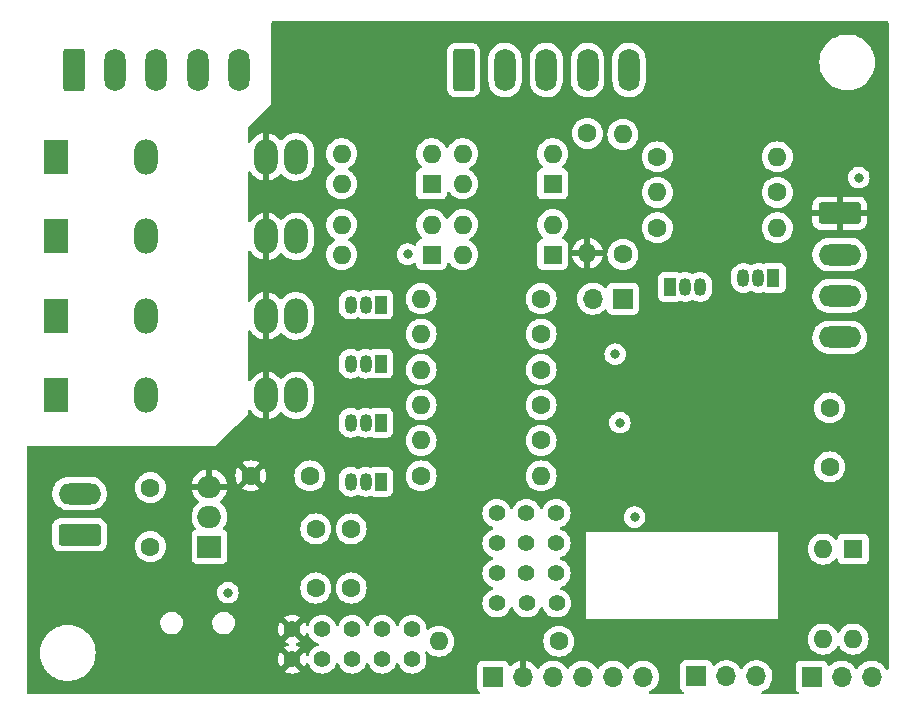
<source format=gbr>
%TF.GenerationSoftware,KiCad,Pcbnew,(6.0.7)*%
%TF.CreationDate,2023-01-15T20:37:24-05:00*%
%TF.ProjectId,ESPoules,4553506f-756c-4657-932e-6b696361645f,rev?*%
%TF.SameCoordinates,Original*%
%TF.FileFunction,Copper,L2,Inr*%
%TF.FilePolarity,Positive*%
%FSLAX46Y46*%
G04 Gerber Fmt 4.6, Leading zero omitted, Abs format (unit mm)*
G04 Created by KiCad (PCBNEW (6.0.7)) date 2023-01-15 20:37:24*
%MOMM*%
%LPD*%
G01*
G04 APERTURE LIST*
G04 Aperture macros list*
%AMRoundRect*
0 Rectangle with rounded corners*
0 $1 Rounding radius*
0 $2 $3 $4 $5 $6 $7 $8 $9 X,Y pos of 4 corners*
0 Add a 4 corners polygon primitive as box body*
4,1,4,$2,$3,$4,$5,$6,$7,$8,$9,$2,$3,0*
0 Add four circle primitives for the rounded corners*
1,1,$1+$1,$2,$3*
1,1,$1+$1,$4,$5*
1,1,$1+$1,$6,$7*
1,1,$1+$1,$8,$9*
0 Add four rect primitives between the rounded corners*
20,1,$1+$1,$2,$3,$4,$5,0*
20,1,$1+$1,$4,$5,$6,$7,0*
20,1,$1+$1,$6,$7,$8,$9,0*
20,1,$1+$1,$8,$9,$2,$3,0*%
G04 Aperture macros list end*
%TA.AperFunction,ComponentPad*%
%ADD10C,1.400000*%
%TD*%
%TA.AperFunction,ComponentPad*%
%ADD11R,1.700000X1.700000*%
%TD*%
%TA.AperFunction,ComponentPad*%
%ADD12O,1.700000X1.700000*%
%TD*%
%TA.AperFunction,ComponentPad*%
%ADD13R,2.000000X3.000000*%
%TD*%
%TA.AperFunction,ComponentPad*%
%ADD14O,2.000000X3.000000*%
%TD*%
%TA.AperFunction,ComponentPad*%
%ADD15C,1.600000*%
%TD*%
%TA.AperFunction,ComponentPad*%
%ADD16O,1.600000X1.600000*%
%TD*%
%TA.AperFunction,ComponentPad*%
%ADD17R,1.600000X1.600000*%
%TD*%
%TA.AperFunction,ComponentPad*%
%ADD18R,2.000000X1.905000*%
%TD*%
%TA.AperFunction,ComponentPad*%
%ADD19O,2.000000X1.905000*%
%TD*%
%TA.AperFunction,ComponentPad*%
%ADD20R,1.050000X1.500000*%
%TD*%
%TA.AperFunction,ComponentPad*%
%ADD21O,1.050000X1.500000*%
%TD*%
%TA.AperFunction,ComponentPad*%
%ADD22RoundRect,0.250000X-0.650000X-1.550000X0.650000X-1.550000X0.650000X1.550000X-0.650000X1.550000X0*%
%TD*%
%TA.AperFunction,ComponentPad*%
%ADD23O,1.800000X3.600000*%
%TD*%
%TA.AperFunction,ComponentPad*%
%ADD24RoundRect,0.250000X1.550000X-0.650000X1.550000X0.650000X-1.550000X0.650000X-1.550000X-0.650000X0*%
%TD*%
%TA.AperFunction,ComponentPad*%
%ADD25O,3.600000X1.800000*%
%TD*%
%TA.AperFunction,ComponentPad*%
%ADD26RoundRect,0.250000X-1.550000X0.650000X-1.550000X-0.650000X1.550000X-0.650000X1.550000X0.650000X0*%
%TD*%
%TA.AperFunction,ViaPad*%
%ADD27C,0.800000*%
%TD*%
G04 APERTURE END LIST*
D10*
%TO.N,+3.3V*%
%TO.C,REF\u002A\u002A*%
X162540000Y-149540000D03*
%TD*%
D11*
%TO.N,unconnected-(J9-Pad1)*%
%TO.C,J9*%
X177000000Y-151000000D03*
D12*
%TO.N,+5V*%
X179540000Y-151000000D03*
%TO.N,GND*%
X182080000Y-151000000D03*
%TO.N,Net-(R1-Pad1)*%
X184620000Y-151000000D03*
%TO.N,unconnected-(J9-Pad5)*%
X187160000Y-151000000D03*
%TO.N,unconnected-(J9-Pad6)*%
X189700000Y-151000000D03*
%TD*%
D10*
%TO.N,+3.3V*%
%TO.C,REF\u002A\u002A*%
X162540000Y-147000000D03*
%TD*%
D13*
%TO.N,Net-(J2-Pad1)*%
%TO.C,U5*%
X140000000Y-113731000D03*
D14*
%TO.N,Net-(J2-Pad3)*%
X147620000Y-113731000D03*
%TO.N,+5V*%
X157780000Y-113731000D03*
%TO.N,Net-(Q2-Pad3)*%
X160320000Y-113731000D03*
%TD*%
D11*
%TO.N,/GPIO01*%
%TO.C,J5*%
X194225000Y-150975000D03*
D12*
X196765000Y-150975000D03*
%TO.N,GND*%
X199305000Y-150975000D03*
%TD*%
D10*
%TO.N,N/C*%
%TO.C,REF\u002A\u002A*%
X179839765Y-139700000D03*
%TD*%
D15*
%TO.N,/GPIO03*%
%TO.C,R10*%
X181080000Y-128000000D03*
D16*
%TO.N,Net-(Q4-Pad2)*%
X170920000Y-128000000D03*
%TD*%
D10*
%TO.N,N/C*%
%TO.C,REF\u002A\u002A*%
X170160000Y-149540000D03*
%TD*%
D15*
%TO.N,+3.3V*%
%TO.C,C5*%
X205500000Y-128250000D03*
%TO.N,GND*%
X205500000Y-133250000D03*
%TD*%
%TO.N,GND*%
%TO.C,R2*%
X170920000Y-134000000D03*
D16*
%TO.N,Net-(R2-Pad2)*%
X181080000Y-134000000D03*
%TD*%
D10*
%TO.N,N/C*%
%TO.C,REF\u002A\u002A*%
X182366740Y-139700000D03*
%TD*%
D15*
%TO.N,+3.3V*%
%TO.C,C4*%
X165000000Y-138500000D03*
%TO.N,GND*%
X165000000Y-143500000D03*
%TD*%
D17*
%TO.N,Net-(D10-Pad1)*%
%TO.C,U11*%
X182050000Y-115275000D03*
D16*
%TO.N,Net-(J6-Pad4)*%
X182050000Y-112735000D03*
%TO.N,GND*%
X174430000Y-112735000D03*
%TO.N,/GPIO12*%
X174430000Y-115275000D03*
%TD*%
D11*
%TO.N,GND*%
%TO.C,J4*%
X188000000Y-119000000D03*
D12*
%TO.N,/GPIO00*%
X185460000Y-119000000D03*
%TD*%
D15*
%TO.N,/GPIO00*%
%TO.C,R7*%
X181080000Y-119000000D03*
D16*
%TO.N,Net-(Q1-Pad2)*%
X170920000Y-119000000D03*
%TD*%
D15*
%TO.N,/GPIO01*%
%TO.C,R8*%
X181080000Y-122000000D03*
D16*
%TO.N,Net-(Q2-Pad2)*%
X170920000Y-122000000D03*
%TD*%
D18*
%TO.N,Net-(C3-Pad1)*%
%TO.C,U14*%
X153000000Y-140000000D03*
D19*
%TO.N,GND*%
X153000000Y-137460000D03*
%TO.N,+5V*%
X153000000Y-134920000D03*
%TD*%
D15*
%TO.N,Net-(R2-Pad2)*%
%TO.C,R3*%
X181080000Y-131000000D03*
D16*
%TO.N,/ADC*%
X170920000Y-131000000D03*
%TD*%
D20*
%TO.N,/GPIO01*%
%TO.C,Q5*%
X192000000Y-118000000D03*
D21*
%TO.N,Net-(Q5-Pad2)*%
X193270000Y-118000000D03*
%TO.N,+3.3V*%
X194540000Y-118000000D03*
%TD*%
D15*
%TO.N,Net-(C3-Pad1)*%
%TO.C,C3*%
X148000000Y-140000000D03*
%TO.N,GND*%
X148000000Y-135000000D03*
%TD*%
D10*
%TO.N,N/C*%
%TO.C,REF\u002A\u002A*%
X179839765Y-137160000D03*
%TD*%
%TO.N,unconnected-(U8-Pad7)*%
%TO.C,+*%
X177323246Y-139700000D03*
%TD*%
D11*
%TO.N,+3.3V*%
%TO.C,J8*%
X203975000Y-151000000D03*
D12*
%TO.N,/GPIO4*%
X206515000Y-151000000D03*
%TO.N,GND*%
X209055000Y-151000000D03*
%TD*%
D22*
%TO.N,Net-(J2-Pad1)*%
%TO.C,J2*%
X141500000Y-99642500D03*
D23*
%TO.N,Net-(J2-Pad2)*%
X145000000Y-99642500D03*
%TO.N,Net-(J2-Pad3)*%
X148500000Y-99642500D03*
%TO.N,Net-(J2-Pad4)*%
X152000000Y-99642500D03*
%TO.N,Net-(J2-Pad5)*%
X155500000Y-99642500D03*
%TD*%
D24*
%TO.N,Net-(C3-Pad1)*%
%TO.C,J3*%
X142000000Y-139000000D03*
D25*
%TO.N,GND*%
X142000000Y-135500000D03*
%TD*%
D10*
%TO.N,GND*%
%TO.C,REF\u002A\u002A*%
X165080000Y-149540000D03*
%TD*%
%TO.N,N/C*%
%TO.C,REF\u002A\u002A*%
X170160000Y-147000000D03*
%TD*%
%TO.N,N/C*%
%TO.C,REF\u002A\u002A*%
X177323246Y-137160000D03*
%TD*%
%TO.N,N/C*%
%TO.C,REF\u002A\u002A*%
X179863246Y-144780000D03*
%TD*%
%TO.N,GND*%
%TO.C,REF\u002A\u002A*%
X165080000Y-147000000D03*
%TD*%
D17*
%TO.N,Net-(U9-Pad1)*%
%TO.C,U9*%
X171800000Y-115275000D03*
D16*
%TO.N,Net-(J6-Pad2)*%
X171800000Y-112735000D03*
%TO.N,GND*%
X164180000Y-112735000D03*
%TO.N,/GPIO4*%
X164180000Y-115275000D03*
%TD*%
D15*
%TO.N,Net-(R1-Pad1)*%
%TO.C,R1*%
X182580000Y-148000000D03*
D16*
%TO.N,Net-(R1-Pad2)*%
X172420000Y-148000000D03*
%TD*%
D17*
%TO.N,Net-(D11-Pad1)*%
%TO.C,U12*%
X182050000Y-109275000D03*
D16*
%TO.N,Net-(J6-Pad5)*%
X182050000Y-106735000D03*
%TO.N,GND*%
X174430000Y-106735000D03*
%TO.N,/GPIO13*%
X174430000Y-109275000D03*
%TD*%
D10*
%TO.N,unconnected-(U8-Pad6)*%
%TO.C,-*%
X177323246Y-142240000D03*
%TD*%
%TO.N,+5V*%
%TO.C,REF\u002A\u002A*%
X160000000Y-149540000D03*
%TD*%
%TO.N,N/C*%
%TO.C,REF\u002A\u002A*%
X179839765Y-142240000D03*
%TD*%
D17*
%TO.N,GND*%
%TO.C,SW1*%
X207500000Y-140200000D03*
D16*
X204960000Y-140200000D03*
%TO.N,Net-(SW1-Pad3)*%
X204960000Y-147820000D03*
%TO.N,Net-(SW1-Pad4)*%
X207500000Y-147820000D03*
%TD*%
D15*
%TO.N,/GPIO00*%
%TO.C,RTRIG1*%
X188000000Y-115250000D03*
D16*
%TO.N,Net-(Q6-Pad2)*%
X188000000Y-105090000D03*
%TD*%
D20*
%TO.N,GND*%
%TO.C,Q2*%
X167500000Y-124500000D03*
D21*
%TO.N,Net-(Q2-Pad2)*%
X166230000Y-124500000D03*
%TO.N,Net-(Q2-Pad3)*%
X164960000Y-124500000D03*
%TD*%
D15*
%TO.N,Net-(Q6-Pad3)*%
%TO.C,R17*%
X185000000Y-105000000D03*
D16*
%TO.N,+5V*%
X185000000Y-115160000D03*
%TD*%
D20*
%TO.N,GND*%
%TO.C,Q3*%
X167500000Y-129500000D03*
D21*
%TO.N,Net-(Q3-Pad2)*%
X166230000Y-129500000D03*
%TO.N,Net-(Q3-Pad3)*%
X164960000Y-129500000D03*
%TD*%
D10*
%TO.N,N/C*%
%TO.C,REF\u002A\u002A*%
X182390221Y-144780000D03*
%TD*%
D15*
%TO.N,GND*%
%TO.C,R16*%
X190920000Y-107000000D03*
D16*
%TO.N,/GPIO01*%
X201080000Y-107000000D03*
%TD*%
D15*
%TO.N,+5V*%
%TO.C,C1*%
X156500000Y-134000000D03*
%TO.N,GND*%
X161500000Y-134000000D03*
%TD*%
%TO.N,Net-(Q5-Pad2)*%
%TO.C,RECHO1*%
X190920000Y-113000000D03*
D16*
%TO.N,Net-(J7-Pad3)*%
X201080000Y-113000000D03*
%TD*%
D20*
%TO.N,GND*%
%TO.C,Q4*%
X167500000Y-134500000D03*
D21*
%TO.N,Net-(Q4-Pad2)*%
X166230000Y-134500000D03*
%TO.N,Net-(Q4-Pad3)*%
X164960000Y-134500000D03*
%TD*%
D10*
%TO.N,+5V*%
%TO.C,REF\u002A\u002A*%
X160000000Y-147000000D03*
%TD*%
D20*
%TO.N,GND*%
%TO.C,Q1*%
X167500000Y-119500000D03*
D21*
%TO.N,Net-(Q1-Pad2)*%
X166230000Y-119500000D03*
%TO.N,Net-(Q1-Pad3)*%
X164960000Y-119500000D03*
%TD*%
D13*
%TO.N,Net-(J2-Pad1)*%
%TO.C,U4*%
X140000000Y-107000000D03*
D14*
%TO.N,Net-(J2-Pad2)*%
X147620000Y-107000000D03*
%TO.N,+5V*%
X157780000Y-107000000D03*
%TO.N,Net-(Q1-Pad3)*%
X160320000Y-107000000D03*
%TD*%
D10*
%TO.N,N/C*%
%TO.C,REF\u002A\u002A*%
X167620000Y-147000000D03*
%TD*%
D22*
%TO.N,GND*%
%TO.C,J6*%
X174517500Y-99642500D03*
D23*
%TO.N,Net-(J6-Pad2)*%
X178017500Y-99642500D03*
%TO.N,Net-(J6-Pad3)*%
X181517500Y-99642500D03*
%TO.N,Net-(J6-Pad4)*%
X185017500Y-99642500D03*
%TO.N,Net-(J6-Pad5)*%
X188517500Y-99642500D03*
%TD*%
D13*
%TO.N,Net-(J2-Pad1)*%
%TO.C,U7*%
X140000000Y-127193000D03*
D14*
%TO.N,Net-(J2-Pad5)*%
X147620000Y-127193000D03*
%TO.N,+5V*%
X157780000Y-127193000D03*
%TO.N,Net-(Q4-Pad3)*%
X160320000Y-127193000D03*
%TD*%
D10*
%TO.N,N/C*%
%TO.C,REF\u002A\u002A*%
X182366740Y-142240000D03*
%TD*%
D15*
%TO.N,Net-(D7-Pad1)*%
%TO.C,R15*%
X201080000Y-110000000D03*
D16*
%TO.N,GND*%
X190920000Y-110000000D03*
%TD*%
D20*
%TO.N,Net-(J7-Pad2)*%
%TO.C,Q6*%
X200750000Y-117250000D03*
D21*
%TO.N,Net-(Q6-Pad2)*%
X199480000Y-117250000D03*
%TO.N,Net-(Q6-Pad3)*%
X198210000Y-117250000D03*
%TD*%
D13*
%TO.N,Net-(J2-Pad1)*%
%TO.C,U6*%
X140000000Y-120462000D03*
D14*
%TO.N,Net-(J2-Pad4)*%
X147620000Y-120462000D03*
%TO.N,+5V*%
X157780000Y-120462000D03*
%TO.N,Net-(Q3-Pad3)*%
X160320000Y-120462000D03*
%TD*%
D10*
%TO.N,N/C*%
%TO.C,REF\u002A\u002A*%
X167620000Y-149540000D03*
%TD*%
D15*
%TO.N,/GPIO02*%
%TO.C,R9*%
X181080000Y-125000000D03*
D16*
%TO.N,Net-(Q3-Pad2)*%
X170920000Y-125000000D03*
%TD*%
D10*
%TO.N,unconnected-(U8-Pad5)*%
%TO.C,OUT*%
X177323246Y-144780000D03*
%TD*%
D15*
%TO.N,+3.3V*%
%TO.C,C2*%
X162000000Y-138500000D03*
%TO.N,GND*%
X162000000Y-143500000D03*
%TD*%
D17*
%TO.N,Net-(D9-Pad1)*%
%TO.C,U10*%
X171800000Y-109275000D03*
D16*
%TO.N,Net-(J6-Pad3)*%
X171800000Y-106735000D03*
%TO.N,GND*%
X164180000Y-106735000D03*
%TO.N,/GPIO5*%
X164180000Y-109275000D03*
%TD*%
D26*
%TO.N,+5V*%
%TO.C,J7*%
X206357500Y-111767500D03*
D25*
%TO.N,Net-(J7-Pad2)*%
X206357500Y-115267500D03*
%TO.N,Net-(J7-Pad3)*%
X206357500Y-118767500D03*
%TO.N,GND*%
X206357500Y-122267500D03*
%TD*%
D10*
%TO.N,N/C*%
%TO.C,REF\u002A\u002A*%
X182366740Y-137160000D03*
%TD*%
D27*
%TO.N,GND*%
X207975200Y-108762800D03*
X187350400Y-123698000D03*
%TO.N,+5V*%
X200495200Y-104000000D03*
X167510400Y-97000000D03*
X174498000Y-139039600D03*
X155600400Y-137820400D03*
X149479000Y-143891000D03*
%TO.N,GND*%
X154559000Y-143891000D03*
%TO.N,/GPIO00*%
X187750000Y-129500000D03*
%TO.N,/GPIO01*%
X189000000Y-137500000D03*
%TO.N,/GPIO4*%
X169767795Y-115232205D03*
%TD*%
%TA.AperFunction,Conductor*%
%TO.N,+5V*%
G36*
X210433621Y-95528502D02*
G01*
X210480114Y-95582158D01*
X210491500Y-95634500D01*
X210491500Y-150293655D01*
X210471498Y-150361776D01*
X210417842Y-150408269D01*
X210347568Y-150418373D01*
X210282988Y-150388879D01*
X210256495Y-150355748D01*
X210256354Y-150355840D01*
X210255445Y-150354434D01*
X210255442Y-150354430D01*
X210230104Y-150315264D01*
X210137822Y-150172617D01*
X210137820Y-150172614D01*
X210135014Y-150168277D01*
X209984670Y-150003051D01*
X209980619Y-149999852D01*
X209980615Y-149999848D01*
X209813414Y-149867800D01*
X209813410Y-149867798D01*
X209809359Y-149864598D01*
X209773028Y-149844542D01*
X209726972Y-149819118D01*
X209613789Y-149756638D01*
X209608920Y-149754914D01*
X209608916Y-149754912D01*
X209408087Y-149683795D01*
X209408083Y-149683794D01*
X209403212Y-149682069D01*
X209398119Y-149681162D01*
X209398116Y-149681161D01*
X209188373Y-149643800D01*
X209188367Y-149643799D01*
X209183284Y-149642894D01*
X209109452Y-149641992D01*
X208965081Y-149640228D01*
X208965079Y-149640228D01*
X208959911Y-149640165D01*
X208739091Y-149673955D01*
X208526756Y-149743357D01*
X208491445Y-149761739D01*
X208339993Y-149840580D01*
X208328607Y-149846507D01*
X208324474Y-149849610D01*
X208324471Y-149849612D01*
X208154100Y-149977530D01*
X208149965Y-149980635D01*
X208146393Y-149984373D01*
X208019520Y-150117138D01*
X207995629Y-150142138D01*
X207888201Y-150299621D01*
X207833293Y-150344621D01*
X207762768Y-150352792D01*
X207699021Y-150321538D01*
X207678324Y-150297054D01*
X207597822Y-150172617D01*
X207597820Y-150172614D01*
X207595014Y-150168277D01*
X207444670Y-150003051D01*
X207440619Y-149999852D01*
X207440615Y-149999848D01*
X207273414Y-149867800D01*
X207273410Y-149867798D01*
X207269359Y-149864598D01*
X207233028Y-149844542D01*
X207186972Y-149819118D01*
X207073789Y-149756638D01*
X207068920Y-149754914D01*
X207068916Y-149754912D01*
X206868087Y-149683795D01*
X206868083Y-149683794D01*
X206863212Y-149682069D01*
X206858119Y-149681162D01*
X206858116Y-149681161D01*
X206648373Y-149643800D01*
X206648367Y-149643799D01*
X206643284Y-149642894D01*
X206569452Y-149641992D01*
X206425081Y-149640228D01*
X206425079Y-149640228D01*
X206419911Y-149640165D01*
X206199091Y-149673955D01*
X205986756Y-149743357D01*
X205951445Y-149761739D01*
X205799993Y-149840580D01*
X205788607Y-149846507D01*
X205784474Y-149849610D01*
X205784471Y-149849612D01*
X205614100Y-149977530D01*
X205609965Y-149980635D01*
X205537648Y-150056311D01*
X205529283Y-150065064D01*
X205467759Y-150100494D01*
X205396846Y-150097037D01*
X205339060Y-150055791D01*
X205320207Y-150022243D01*
X205278767Y-149911703D01*
X205275615Y-149903295D01*
X205188261Y-149786739D01*
X205071705Y-149699385D01*
X204935316Y-149648255D01*
X204873134Y-149641500D01*
X203076866Y-149641500D01*
X203014684Y-149648255D01*
X202878295Y-149699385D01*
X202761739Y-149786739D01*
X202674385Y-149903295D01*
X202623255Y-150039684D01*
X202616500Y-150101866D01*
X202616500Y-151898134D01*
X202623255Y-151960316D01*
X202674385Y-152096705D01*
X202761739Y-152213261D01*
X202768919Y-152218642D01*
X202768920Y-152218643D01*
X202830339Y-152264674D01*
X202872854Y-152321533D01*
X202877880Y-152392352D01*
X202843820Y-152454645D01*
X202781489Y-152488635D01*
X202754774Y-152491500D01*
X199836459Y-152491500D01*
X199768338Y-152471498D01*
X199721845Y-152417842D01*
X199711741Y-152347568D01*
X199741235Y-152282988D01*
X199793301Y-152249309D01*
X199792611Y-152247549D01*
X199797429Y-152245661D01*
X199802384Y-152244174D01*
X200002994Y-152145896D01*
X200184860Y-152016173D01*
X200343096Y-151858489D01*
X200378665Y-151808990D01*
X200470435Y-151681277D01*
X200473453Y-151677077D01*
X200475907Y-151672113D01*
X200570136Y-151481453D01*
X200570137Y-151481451D01*
X200572430Y-151476811D01*
X200628269Y-151293023D01*
X200635865Y-151268023D01*
X200635865Y-151268021D01*
X200637370Y-151263069D01*
X200666529Y-151041590D01*
X200668156Y-150975000D01*
X200649852Y-150752361D01*
X200595431Y-150535702D01*
X200506354Y-150330840D01*
X200412145Y-150185215D01*
X200387822Y-150147617D01*
X200387820Y-150147614D01*
X200385014Y-150143277D01*
X200234670Y-149978051D01*
X200230619Y-149974852D01*
X200230615Y-149974848D01*
X200063414Y-149842800D01*
X200063410Y-149842798D01*
X200059359Y-149839598D01*
X199863789Y-149731638D01*
X199858920Y-149729914D01*
X199858916Y-149729912D01*
X199658087Y-149658795D01*
X199658083Y-149658794D01*
X199653212Y-149657069D01*
X199648119Y-149656162D01*
X199648116Y-149656161D01*
X199438373Y-149618800D01*
X199438367Y-149618799D01*
X199433284Y-149617894D01*
X199359452Y-149616992D01*
X199215081Y-149615228D01*
X199215079Y-149615228D01*
X199209911Y-149615165D01*
X198989091Y-149648955D01*
X198776756Y-149718357D01*
X198578607Y-149821507D01*
X198574474Y-149824610D01*
X198574471Y-149824612D01*
X198404100Y-149952530D01*
X198399965Y-149955635D01*
X198374894Y-149981870D01*
X198263470Y-150098469D01*
X198245629Y-150117138D01*
X198138201Y-150274621D01*
X198083293Y-150319621D01*
X198012768Y-150327792D01*
X197949021Y-150296538D01*
X197928324Y-150272054D01*
X197847822Y-150147617D01*
X197847820Y-150147614D01*
X197845014Y-150143277D01*
X197694670Y-149978051D01*
X197690619Y-149974852D01*
X197690615Y-149974848D01*
X197523414Y-149842800D01*
X197523410Y-149842798D01*
X197519359Y-149839598D01*
X197323789Y-149731638D01*
X197318920Y-149729914D01*
X197318916Y-149729912D01*
X197118087Y-149658795D01*
X197118083Y-149658794D01*
X197113212Y-149657069D01*
X197108119Y-149656162D01*
X197108116Y-149656161D01*
X196898373Y-149618800D01*
X196898367Y-149618799D01*
X196893284Y-149617894D01*
X196819452Y-149616992D01*
X196675081Y-149615228D01*
X196675079Y-149615228D01*
X196669911Y-149615165D01*
X196449091Y-149648955D01*
X196236756Y-149718357D01*
X196038607Y-149821507D01*
X196034474Y-149824610D01*
X196034471Y-149824612D01*
X195864100Y-149952530D01*
X195859965Y-149955635D01*
X195786717Y-150032285D01*
X195779283Y-150040064D01*
X195717759Y-150075494D01*
X195646846Y-150072037D01*
X195589060Y-150030791D01*
X195570207Y-149997243D01*
X195528767Y-149886703D01*
X195525615Y-149878295D01*
X195438261Y-149761739D01*
X195321705Y-149674385D01*
X195185316Y-149623255D01*
X195123134Y-149616500D01*
X193326866Y-149616500D01*
X193264684Y-149623255D01*
X193128295Y-149674385D01*
X193011739Y-149761739D01*
X192924385Y-149878295D01*
X192873255Y-150014684D01*
X192866500Y-150076866D01*
X192866500Y-151873134D01*
X192873255Y-151935316D01*
X192924385Y-152071705D01*
X193011739Y-152188261D01*
X193018919Y-152193642D01*
X193018920Y-152193643D01*
X193113696Y-152264674D01*
X193156211Y-152321533D01*
X193161237Y-152392352D01*
X193127177Y-152454645D01*
X193064845Y-152488635D01*
X193038131Y-152491500D01*
X190287160Y-152491500D01*
X190219039Y-152471498D01*
X190172546Y-152417842D01*
X190162442Y-152347568D01*
X190191936Y-152282988D01*
X190231728Y-152252349D01*
X190326173Y-152206081D01*
X190397994Y-152170896D01*
X190579860Y-152041173D01*
X190738096Y-151883489D01*
X190868453Y-151702077D01*
X190881995Y-151674678D01*
X190965136Y-151506453D01*
X190965137Y-151506451D01*
X190967430Y-151501811D01*
X191032370Y-151288069D01*
X191061529Y-151066590D01*
X191061611Y-151063240D01*
X191063074Y-151003365D01*
X191063074Y-151003361D01*
X191063156Y-151000000D01*
X191044852Y-150777361D01*
X190990431Y-150560702D01*
X190901354Y-150355840D01*
X190793877Y-150189706D01*
X190782822Y-150172617D01*
X190782820Y-150172614D01*
X190780014Y-150168277D01*
X190629670Y-150003051D01*
X190625619Y-149999852D01*
X190625615Y-149999848D01*
X190458414Y-149867800D01*
X190458410Y-149867798D01*
X190454359Y-149864598D01*
X190418028Y-149844542D01*
X190371972Y-149819118D01*
X190258789Y-149756638D01*
X190253920Y-149754914D01*
X190253916Y-149754912D01*
X190053087Y-149683795D01*
X190053083Y-149683794D01*
X190048212Y-149682069D01*
X190043119Y-149681162D01*
X190043116Y-149681161D01*
X189833373Y-149643800D01*
X189833367Y-149643799D01*
X189828284Y-149642894D01*
X189754452Y-149641992D01*
X189610081Y-149640228D01*
X189610079Y-149640228D01*
X189604911Y-149640165D01*
X189384091Y-149673955D01*
X189171756Y-149743357D01*
X189136445Y-149761739D01*
X188984993Y-149840580D01*
X188973607Y-149846507D01*
X188969474Y-149849610D01*
X188969471Y-149849612D01*
X188799100Y-149977530D01*
X188794965Y-149980635D01*
X188791393Y-149984373D01*
X188664520Y-150117138D01*
X188640629Y-150142138D01*
X188533201Y-150299621D01*
X188478293Y-150344621D01*
X188407768Y-150352792D01*
X188344021Y-150321538D01*
X188323324Y-150297054D01*
X188242822Y-150172617D01*
X188242820Y-150172614D01*
X188240014Y-150168277D01*
X188089670Y-150003051D01*
X188085619Y-149999852D01*
X188085615Y-149999848D01*
X187918414Y-149867800D01*
X187918410Y-149867798D01*
X187914359Y-149864598D01*
X187878028Y-149844542D01*
X187831972Y-149819118D01*
X187718789Y-149756638D01*
X187713920Y-149754914D01*
X187713916Y-149754912D01*
X187513087Y-149683795D01*
X187513083Y-149683794D01*
X187508212Y-149682069D01*
X187503119Y-149681162D01*
X187503116Y-149681161D01*
X187293373Y-149643800D01*
X187293367Y-149643799D01*
X187288284Y-149642894D01*
X187214452Y-149641992D01*
X187070081Y-149640228D01*
X187070079Y-149640228D01*
X187064911Y-149640165D01*
X186844091Y-149673955D01*
X186631756Y-149743357D01*
X186596445Y-149761739D01*
X186444993Y-149840580D01*
X186433607Y-149846507D01*
X186429474Y-149849610D01*
X186429471Y-149849612D01*
X186259100Y-149977530D01*
X186254965Y-149980635D01*
X186251393Y-149984373D01*
X186124520Y-150117138D01*
X186100629Y-150142138D01*
X185993201Y-150299621D01*
X185938293Y-150344621D01*
X185867768Y-150352792D01*
X185804021Y-150321538D01*
X185783324Y-150297054D01*
X185702822Y-150172617D01*
X185702820Y-150172614D01*
X185700014Y-150168277D01*
X185549670Y-150003051D01*
X185545619Y-149999852D01*
X185545615Y-149999848D01*
X185378414Y-149867800D01*
X185378410Y-149867798D01*
X185374359Y-149864598D01*
X185338028Y-149844542D01*
X185291972Y-149819118D01*
X185178789Y-149756638D01*
X185173920Y-149754914D01*
X185173916Y-149754912D01*
X184973087Y-149683795D01*
X184973083Y-149683794D01*
X184968212Y-149682069D01*
X184963119Y-149681162D01*
X184963116Y-149681161D01*
X184753373Y-149643800D01*
X184753367Y-149643799D01*
X184748284Y-149642894D01*
X184674452Y-149641992D01*
X184530081Y-149640228D01*
X184530079Y-149640228D01*
X184524911Y-149640165D01*
X184304091Y-149673955D01*
X184091756Y-149743357D01*
X184056445Y-149761739D01*
X183904993Y-149840580D01*
X183893607Y-149846507D01*
X183889474Y-149849610D01*
X183889471Y-149849612D01*
X183719100Y-149977530D01*
X183714965Y-149980635D01*
X183711393Y-149984373D01*
X183584520Y-150117138D01*
X183560629Y-150142138D01*
X183453201Y-150299621D01*
X183398293Y-150344621D01*
X183327768Y-150352792D01*
X183264021Y-150321538D01*
X183243324Y-150297054D01*
X183162822Y-150172617D01*
X183162820Y-150172614D01*
X183160014Y-150168277D01*
X183009670Y-150003051D01*
X183005619Y-149999852D01*
X183005615Y-149999848D01*
X182838414Y-149867800D01*
X182838410Y-149867798D01*
X182834359Y-149864598D01*
X182798028Y-149844542D01*
X182751972Y-149819118D01*
X182638789Y-149756638D01*
X182633920Y-149754914D01*
X182633916Y-149754912D01*
X182433087Y-149683795D01*
X182433083Y-149683794D01*
X182428212Y-149682069D01*
X182423119Y-149681162D01*
X182423116Y-149681161D01*
X182213373Y-149643800D01*
X182213367Y-149643799D01*
X182208284Y-149642894D01*
X182134452Y-149641992D01*
X181990081Y-149640228D01*
X181990079Y-149640228D01*
X181984911Y-149640165D01*
X181764091Y-149673955D01*
X181551756Y-149743357D01*
X181516445Y-149761739D01*
X181364993Y-149840580D01*
X181353607Y-149846507D01*
X181349474Y-149849610D01*
X181349471Y-149849612D01*
X181179100Y-149977530D01*
X181174965Y-149980635D01*
X181171393Y-149984373D01*
X181044520Y-150117138D01*
X181020629Y-150142138D01*
X181017720Y-150146403D01*
X181017714Y-150146411D01*
X180991244Y-150185215D01*
X180913204Y-150299618D01*
X180912898Y-150300066D01*
X180857987Y-150345069D01*
X180787462Y-150353240D01*
X180723715Y-150321986D01*
X180703018Y-150297502D01*
X180622426Y-150172926D01*
X180616136Y-150164757D01*
X180472806Y-150007240D01*
X180465273Y-150000215D01*
X180298139Y-149868222D01*
X180289552Y-149862517D01*
X180103117Y-149759599D01*
X180093705Y-149755369D01*
X179892959Y-149684280D01*
X179882988Y-149681646D01*
X179811837Y-149668972D01*
X179798540Y-149670432D01*
X179794000Y-149684989D01*
X179794000Y-151128000D01*
X179773998Y-151196121D01*
X179720342Y-151242614D01*
X179668000Y-151254000D01*
X179412000Y-151254000D01*
X179343879Y-151233998D01*
X179297386Y-151180342D01*
X179286000Y-151128000D01*
X179286000Y-149683102D01*
X179282082Y-149669758D01*
X179267806Y-149667771D01*
X179229324Y-149673660D01*
X179219288Y-149676051D01*
X179016868Y-149742212D01*
X179007359Y-149746209D01*
X178818463Y-149844542D01*
X178809738Y-149850036D01*
X178639433Y-149977905D01*
X178631726Y-149984748D01*
X178554478Y-150065584D01*
X178492954Y-150101014D01*
X178422042Y-150097557D01*
X178364255Y-150056311D01*
X178345402Y-150022763D01*
X178303767Y-149911703D01*
X178300615Y-149903295D01*
X178213261Y-149786739D01*
X178096705Y-149699385D01*
X177960316Y-149648255D01*
X177898134Y-149641500D01*
X176101866Y-149641500D01*
X176039684Y-149648255D01*
X175903295Y-149699385D01*
X175786739Y-149786739D01*
X175699385Y-149903295D01*
X175648255Y-150039684D01*
X175641500Y-150101866D01*
X175641500Y-151898134D01*
X175648255Y-151960316D01*
X175699385Y-152096705D01*
X175786739Y-152213261D01*
X175793919Y-152218642D01*
X175793920Y-152218643D01*
X175855339Y-152264674D01*
X175897854Y-152321533D01*
X175902880Y-152392352D01*
X175868820Y-152454645D01*
X175806489Y-152488635D01*
X175779774Y-152491500D01*
X137634500Y-152491500D01*
X137566379Y-152471498D01*
X137519886Y-152417842D01*
X137508500Y-152365500D01*
X137508500Y-149000000D01*
X138636439Y-149000000D01*
X138636709Y-149004119D01*
X138655711Y-149294022D01*
X138656660Y-149308507D01*
X138657464Y-149312547D01*
X138657464Y-149312550D01*
X138671883Y-149385039D01*
X138716975Y-149611735D01*
X138718300Y-149615639D01*
X138718301Y-149615642D01*
X138794657Y-149840580D01*
X138816354Y-149904496D01*
X138818177Y-149908192D01*
X138818180Y-149908200D01*
X138883209Y-150040064D01*
X138953096Y-150181780D01*
X138955390Y-150185213D01*
X138955391Y-150185215D01*
X139104431Y-150408269D01*
X139124861Y-150438845D01*
X139127575Y-150441939D01*
X139127579Y-150441945D01*
X139259974Y-150592912D01*
X139328710Y-150671290D01*
X139331799Y-150673999D01*
X139558055Y-150872421D01*
X139558061Y-150872425D01*
X139561155Y-150875139D01*
X139564581Y-150877428D01*
X139564586Y-150877432D01*
X139743003Y-150996646D01*
X139818220Y-151046904D01*
X139821923Y-151048730D01*
X140091800Y-151181820D01*
X140091808Y-151181823D01*
X140095504Y-151183646D01*
X140099419Y-151184975D01*
X140384358Y-151281699D01*
X140384361Y-151281700D01*
X140388265Y-151283025D01*
X140614961Y-151328117D01*
X140687450Y-151342536D01*
X140687453Y-151342536D01*
X140691493Y-151343340D01*
X140695604Y-151343609D01*
X140695608Y-151343610D01*
X140920737Y-151358366D01*
X140920746Y-151358366D01*
X140922786Y-151358500D01*
X141077214Y-151358500D01*
X141079254Y-151358366D01*
X141079263Y-151358366D01*
X141304392Y-151343610D01*
X141304396Y-151343609D01*
X141308507Y-151343340D01*
X141312547Y-151342536D01*
X141312550Y-151342536D01*
X141385039Y-151328117D01*
X141611735Y-151283025D01*
X141615639Y-151281700D01*
X141615642Y-151281699D01*
X141900581Y-151184975D01*
X141904496Y-151183646D01*
X141908192Y-151181823D01*
X141908200Y-151181820D01*
X142178077Y-151048730D01*
X142181780Y-151046904D01*
X142256997Y-150996646D01*
X142435414Y-150877432D01*
X142435419Y-150877428D01*
X142438845Y-150875139D01*
X142441939Y-150872425D01*
X142441945Y-150872421D01*
X142668201Y-150673999D01*
X142671290Y-150671290D01*
X142740026Y-150592912D01*
X142773922Y-150554261D01*
X159350294Y-150554261D01*
X159359590Y-150566276D01*
X159389189Y-150587001D01*
X159398677Y-150592479D01*
X159580277Y-150677159D01*
X159590571Y-150680907D01*
X159784122Y-150732769D01*
X159794909Y-150734671D01*
X159994525Y-150752135D01*
X160005475Y-150752135D01*
X160205091Y-150734671D01*
X160215878Y-150732769D01*
X160409429Y-150680907D01*
X160419723Y-150677159D01*
X160601323Y-150592479D01*
X160610811Y-150587001D01*
X160641248Y-150565689D01*
X160649623Y-150555212D01*
X160642554Y-150541764D01*
X160012812Y-149912022D01*
X159998868Y-149904408D01*
X159997035Y-149904539D01*
X159990420Y-149908790D01*
X159356724Y-150542486D01*
X159350294Y-150554261D01*
X142773922Y-150554261D01*
X142872421Y-150441945D01*
X142872425Y-150441939D01*
X142875139Y-150438845D01*
X142895570Y-150408269D01*
X143044610Y-150185214D01*
X143046904Y-150181781D01*
X143051424Y-150172617D01*
X143125433Y-150022540D01*
X143183646Y-149904496D01*
X143205343Y-149840580D01*
X143281699Y-149615642D01*
X143281700Y-149615639D01*
X143283025Y-149611735D01*
X143296205Y-149545475D01*
X158787865Y-149545475D01*
X158805329Y-149745091D01*
X158807231Y-149755878D01*
X158859093Y-149949429D01*
X158862841Y-149959723D01*
X158947521Y-150141323D01*
X158952999Y-150150811D01*
X158974311Y-150181248D01*
X158984788Y-150189623D01*
X158998236Y-150182554D01*
X159627978Y-149552812D01*
X159634356Y-149541132D01*
X160364408Y-149541132D01*
X160364539Y-149542965D01*
X160368790Y-149549580D01*
X161002486Y-150183276D01*
X161014261Y-150189706D01*
X161026276Y-150180410D01*
X161047001Y-150150811D01*
X161052479Y-150141323D01*
X161137159Y-149959723D01*
X161140908Y-149949426D01*
X161148034Y-149922830D01*
X161184986Y-149862207D01*
X161248846Y-149831186D01*
X161319341Y-149839614D01*
X161374088Y-149884817D01*
X161391447Y-149922829D01*
X161398618Y-149949592D01*
X161398621Y-149949600D01*
X161400044Y-149954910D01*
X161402366Y-149959891D01*
X161402367Y-149959892D01*
X161486100Y-150139457D01*
X161489411Y-150146558D01*
X161610699Y-150319776D01*
X161760224Y-150469301D01*
X161933442Y-150590589D01*
X161938420Y-150592910D01*
X161938423Y-150592912D01*
X162112315Y-150673999D01*
X162125090Y-150679956D01*
X162130398Y-150681378D01*
X162130400Y-150681379D01*
X162324030Y-150733262D01*
X162324032Y-150733262D01*
X162329345Y-150734686D01*
X162540000Y-150753116D01*
X162750655Y-150734686D01*
X162755968Y-150733262D01*
X162755970Y-150733262D01*
X162949600Y-150681379D01*
X162949602Y-150681378D01*
X162954910Y-150679956D01*
X162967685Y-150673999D01*
X163141577Y-150592912D01*
X163141580Y-150592910D01*
X163146558Y-150590589D01*
X163319776Y-150469301D01*
X163469301Y-150319776D01*
X163590589Y-150146558D01*
X163593901Y-150139457D01*
X163677633Y-149959892D01*
X163677634Y-149959891D01*
X163679956Y-149954910D01*
X163681426Y-149949426D01*
X163688293Y-149923796D01*
X163725245Y-149863173D01*
X163789106Y-149832152D01*
X163859600Y-149840580D01*
X163914347Y-149885783D01*
X163931707Y-149923796D01*
X163938575Y-149949426D01*
X163940044Y-149954910D01*
X163942366Y-149959891D01*
X163942367Y-149959892D01*
X164026100Y-150139457D01*
X164029411Y-150146558D01*
X164150699Y-150319776D01*
X164300224Y-150469301D01*
X164473442Y-150590589D01*
X164478420Y-150592910D01*
X164478423Y-150592912D01*
X164652315Y-150673999D01*
X164665090Y-150679956D01*
X164670398Y-150681378D01*
X164670400Y-150681379D01*
X164864030Y-150733262D01*
X164864032Y-150733262D01*
X164869345Y-150734686D01*
X165080000Y-150753116D01*
X165290655Y-150734686D01*
X165295968Y-150733262D01*
X165295970Y-150733262D01*
X165489600Y-150681379D01*
X165489602Y-150681378D01*
X165494910Y-150679956D01*
X165507685Y-150673999D01*
X165681577Y-150592912D01*
X165681580Y-150592910D01*
X165686558Y-150590589D01*
X165859776Y-150469301D01*
X166009301Y-150319776D01*
X166130589Y-150146558D01*
X166133901Y-150139457D01*
X166217633Y-149959892D01*
X166217634Y-149959891D01*
X166219956Y-149954910D01*
X166221426Y-149949426D01*
X166228293Y-149923796D01*
X166265245Y-149863173D01*
X166329106Y-149832152D01*
X166399600Y-149840580D01*
X166454347Y-149885783D01*
X166471707Y-149923796D01*
X166478575Y-149949426D01*
X166480044Y-149954910D01*
X166482366Y-149959891D01*
X166482367Y-149959892D01*
X166566100Y-150139457D01*
X166569411Y-150146558D01*
X166690699Y-150319776D01*
X166840224Y-150469301D01*
X167013442Y-150590589D01*
X167018420Y-150592910D01*
X167018423Y-150592912D01*
X167192315Y-150673999D01*
X167205090Y-150679956D01*
X167210398Y-150681378D01*
X167210400Y-150681379D01*
X167404030Y-150733262D01*
X167404032Y-150733262D01*
X167409345Y-150734686D01*
X167620000Y-150753116D01*
X167830655Y-150734686D01*
X167835968Y-150733262D01*
X167835970Y-150733262D01*
X168029600Y-150681379D01*
X168029602Y-150681378D01*
X168034910Y-150679956D01*
X168047685Y-150673999D01*
X168221577Y-150592912D01*
X168221580Y-150592910D01*
X168226558Y-150590589D01*
X168399776Y-150469301D01*
X168549301Y-150319776D01*
X168670589Y-150146558D01*
X168673901Y-150139457D01*
X168757633Y-149959892D01*
X168757634Y-149959891D01*
X168759956Y-149954910D01*
X168761426Y-149949426D01*
X168768293Y-149923796D01*
X168805245Y-149863173D01*
X168869106Y-149832152D01*
X168939600Y-149840580D01*
X168994347Y-149885783D01*
X169011707Y-149923796D01*
X169018575Y-149949426D01*
X169020044Y-149954910D01*
X169022366Y-149959891D01*
X169022367Y-149959892D01*
X169106100Y-150139457D01*
X169109411Y-150146558D01*
X169230699Y-150319776D01*
X169380224Y-150469301D01*
X169553442Y-150590589D01*
X169558420Y-150592910D01*
X169558423Y-150592912D01*
X169732315Y-150673999D01*
X169745090Y-150679956D01*
X169750398Y-150681378D01*
X169750400Y-150681379D01*
X169944030Y-150733262D01*
X169944032Y-150733262D01*
X169949345Y-150734686D01*
X170160000Y-150753116D01*
X170370655Y-150734686D01*
X170375968Y-150733262D01*
X170375970Y-150733262D01*
X170569600Y-150681379D01*
X170569602Y-150681378D01*
X170574910Y-150679956D01*
X170587685Y-150673999D01*
X170761577Y-150592912D01*
X170761580Y-150592910D01*
X170766558Y-150590589D01*
X170939776Y-150469301D01*
X171089301Y-150319776D01*
X171210589Y-150146558D01*
X171213901Y-150139457D01*
X171297633Y-149959892D01*
X171297634Y-149959891D01*
X171299956Y-149954910D01*
X171301426Y-149949426D01*
X171353262Y-149755970D01*
X171353262Y-149755968D01*
X171354686Y-149750655D01*
X171373116Y-149540000D01*
X171354686Y-149329345D01*
X171350440Y-149313498D01*
X171301379Y-149130400D01*
X171301378Y-149130398D01*
X171299956Y-149125090D01*
X171257142Y-149033275D01*
X171246481Y-148963083D01*
X171275461Y-148898271D01*
X171334881Y-148859414D01*
X171405875Y-148858851D01*
X171460432Y-148890930D01*
X171575700Y-149006198D01*
X171580208Y-149009355D01*
X171580211Y-149009357D01*
X171614370Y-149033275D01*
X171763251Y-149137523D01*
X171768233Y-149139846D01*
X171768238Y-149139849D01*
X171965775Y-149231961D01*
X171970757Y-149234284D01*
X171976065Y-149235706D01*
X171976067Y-149235707D01*
X172186598Y-149292119D01*
X172186600Y-149292119D01*
X172191913Y-149293543D01*
X172420000Y-149313498D01*
X172648087Y-149293543D01*
X172653400Y-149292119D01*
X172653402Y-149292119D01*
X172863933Y-149235707D01*
X172863935Y-149235706D01*
X172869243Y-149234284D01*
X172874225Y-149231961D01*
X173071762Y-149139849D01*
X173071767Y-149139846D01*
X173076749Y-149137523D01*
X173225630Y-149033275D01*
X173259789Y-149009357D01*
X173259792Y-149009355D01*
X173264300Y-149006198D01*
X173426198Y-148844300D01*
X173436662Y-148829357D01*
X173522119Y-148707311D01*
X173557523Y-148656749D01*
X173559846Y-148651767D01*
X173559849Y-148651762D01*
X173651961Y-148454225D01*
X173651961Y-148454224D01*
X173654284Y-148449243D01*
X173666718Y-148402841D01*
X173712119Y-148233402D01*
X173712119Y-148233400D01*
X173713543Y-148228087D01*
X173733498Y-148000000D01*
X181266502Y-148000000D01*
X181286457Y-148228087D01*
X181287881Y-148233400D01*
X181287881Y-148233402D01*
X181333283Y-148402841D01*
X181345716Y-148449243D01*
X181348039Y-148454224D01*
X181348039Y-148454225D01*
X181440151Y-148651762D01*
X181440154Y-148651767D01*
X181442477Y-148656749D01*
X181477881Y-148707311D01*
X181563339Y-148829357D01*
X181573802Y-148844300D01*
X181735700Y-149006198D01*
X181740208Y-149009355D01*
X181740211Y-149009357D01*
X181774370Y-149033275D01*
X181923251Y-149137523D01*
X181928233Y-149139846D01*
X181928238Y-149139849D01*
X182125775Y-149231961D01*
X182130757Y-149234284D01*
X182136065Y-149235706D01*
X182136067Y-149235707D01*
X182346598Y-149292119D01*
X182346600Y-149292119D01*
X182351913Y-149293543D01*
X182580000Y-149313498D01*
X182808087Y-149293543D01*
X182813400Y-149292119D01*
X182813402Y-149292119D01*
X183023933Y-149235707D01*
X183023935Y-149235706D01*
X183029243Y-149234284D01*
X183034225Y-149231961D01*
X183231762Y-149139849D01*
X183231767Y-149139846D01*
X183236749Y-149137523D01*
X183385630Y-149033275D01*
X183419789Y-149009357D01*
X183419792Y-149009355D01*
X183424300Y-149006198D01*
X183586198Y-148844300D01*
X183596662Y-148829357D01*
X183682119Y-148707311D01*
X183717523Y-148656749D01*
X183719846Y-148651767D01*
X183719849Y-148651762D01*
X183811961Y-148454225D01*
X183811961Y-148454224D01*
X183814284Y-148449243D01*
X183826718Y-148402841D01*
X183872119Y-148233402D01*
X183872119Y-148233400D01*
X183873543Y-148228087D01*
X183893498Y-148000000D01*
X183877750Y-147820000D01*
X203646502Y-147820000D01*
X203666457Y-148048087D01*
X203667881Y-148053400D01*
X203667881Y-148053402D01*
X203703209Y-148185245D01*
X203725716Y-148269243D01*
X203728039Y-148274224D01*
X203728039Y-148274225D01*
X203820151Y-148471762D01*
X203820154Y-148471767D01*
X203822477Y-148476749D01*
X203865025Y-148537514D01*
X203948515Y-148656749D01*
X203953802Y-148664300D01*
X204115700Y-148826198D01*
X204120208Y-148829355D01*
X204120211Y-148829357D01*
X204162333Y-148858851D01*
X204303251Y-148957523D01*
X204308233Y-148959846D01*
X204308238Y-148959849D01*
X204505775Y-149051961D01*
X204510757Y-149054284D01*
X204516065Y-149055706D01*
X204516067Y-149055707D01*
X204726598Y-149112119D01*
X204726600Y-149112119D01*
X204731913Y-149113543D01*
X204960000Y-149133498D01*
X205188087Y-149113543D01*
X205193400Y-149112119D01*
X205193402Y-149112119D01*
X205403933Y-149055707D01*
X205403935Y-149055706D01*
X205409243Y-149054284D01*
X205414225Y-149051961D01*
X205611762Y-148959849D01*
X205611767Y-148959846D01*
X205616749Y-148957523D01*
X205757667Y-148858851D01*
X205799789Y-148829357D01*
X205799792Y-148829355D01*
X205804300Y-148826198D01*
X205966198Y-148664300D01*
X205971486Y-148656749D01*
X206054975Y-148537514D01*
X206097523Y-148476749D01*
X206099846Y-148471767D01*
X206099849Y-148471762D01*
X206115805Y-148437543D01*
X206162722Y-148384258D01*
X206230999Y-148364797D01*
X206298959Y-148385339D01*
X206344195Y-148437543D01*
X206360151Y-148471762D01*
X206360154Y-148471767D01*
X206362477Y-148476749D01*
X206405025Y-148537514D01*
X206488515Y-148656749D01*
X206493802Y-148664300D01*
X206655700Y-148826198D01*
X206660208Y-148829355D01*
X206660211Y-148829357D01*
X206702333Y-148858851D01*
X206843251Y-148957523D01*
X206848233Y-148959846D01*
X206848238Y-148959849D01*
X207045775Y-149051961D01*
X207050757Y-149054284D01*
X207056065Y-149055706D01*
X207056067Y-149055707D01*
X207266598Y-149112119D01*
X207266600Y-149112119D01*
X207271913Y-149113543D01*
X207500000Y-149133498D01*
X207728087Y-149113543D01*
X207733400Y-149112119D01*
X207733402Y-149112119D01*
X207943933Y-149055707D01*
X207943935Y-149055706D01*
X207949243Y-149054284D01*
X207954225Y-149051961D01*
X208151762Y-148959849D01*
X208151767Y-148959846D01*
X208156749Y-148957523D01*
X208297667Y-148858851D01*
X208339789Y-148829357D01*
X208339792Y-148829355D01*
X208344300Y-148826198D01*
X208506198Y-148664300D01*
X208511486Y-148656749D01*
X208594975Y-148537514D01*
X208637523Y-148476749D01*
X208639846Y-148471767D01*
X208639849Y-148471762D01*
X208731961Y-148274225D01*
X208731961Y-148274224D01*
X208734284Y-148269243D01*
X208756792Y-148185245D01*
X208792119Y-148053402D01*
X208792119Y-148053400D01*
X208793543Y-148048087D01*
X208813498Y-147820000D01*
X208793543Y-147591913D01*
X208786221Y-147564586D01*
X208735707Y-147376067D01*
X208735706Y-147376065D01*
X208734284Y-147370757D01*
X208731385Y-147364539D01*
X208639849Y-147168238D01*
X208639846Y-147168233D01*
X208637523Y-147163251D01*
X208541456Y-147026053D01*
X208509357Y-146980211D01*
X208509355Y-146980208D01*
X208506198Y-146975700D01*
X208344300Y-146813802D01*
X208339792Y-146810645D01*
X208339789Y-146810643D01*
X208211181Y-146720591D01*
X208156749Y-146682477D01*
X208151767Y-146680154D01*
X208151762Y-146680151D01*
X207954225Y-146588039D01*
X207954224Y-146588039D01*
X207949243Y-146585716D01*
X207943935Y-146584294D01*
X207943933Y-146584293D01*
X207733402Y-146527881D01*
X207733400Y-146527881D01*
X207728087Y-146526457D01*
X207500000Y-146506502D01*
X207271913Y-146526457D01*
X207266600Y-146527881D01*
X207266598Y-146527881D01*
X207056067Y-146584293D01*
X207056065Y-146584294D01*
X207050757Y-146585716D01*
X207045776Y-146588039D01*
X207045775Y-146588039D01*
X206848238Y-146680151D01*
X206848233Y-146680154D01*
X206843251Y-146682477D01*
X206788819Y-146720591D01*
X206660211Y-146810643D01*
X206660208Y-146810645D01*
X206655700Y-146813802D01*
X206493802Y-146975700D01*
X206490645Y-146980208D01*
X206490643Y-146980211D01*
X206458544Y-147026053D01*
X206362477Y-147163251D01*
X206360154Y-147168233D01*
X206360151Y-147168238D01*
X206344195Y-147202457D01*
X206297278Y-147255742D01*
X206229001Y-147275203D01*
X206161041Y-147254661D01*
X206115805Y-147202457D01*
X206099849Y-147168238D01*
X206099846Y-147168233D01*
X206097523Y-147163251D01*
X206001456Y-147026053D01*
X205969357Y-146980211D01*
X205969355Y-146980208D01*
X205966198Y-146975700D01*
X205804300Y-146813802D01*
X205799792Y-146810645D01*
X205799789Y-146810643D01*
X205671181Y-146720591D01*
X205616749Y-146682477D01*
X205611767Y-146680154D01*
X205611762Y-146680151D01*
X205414225Y-146588039D01*
X205414224Y-146588039D01*
X205409243Y-146585716D01*
X205403935Y-146584294D01*
X205403933Y-146584293D01*
X205193402Y-146527881D01*
X205193400Y-146527881D01*
X205188087Y-146526457D01*
X204960000Y-146506502D01*
X204731913Y-146526457D01*
X204726600Y-146527881D01*
X204726598Y-146527881D01*
X204516067Y-146584293D01*
X204516065Y-146584294D01*
X204510757Y-146585716D01*
X204505776Y-146588039D01*
X204505775Y-146588039D01*
X204308238Y-146680151D01*
X204308233Y-146680154D01*
X204303251Y-146682477D01*
X204248819Y-146720591D01*
X204120211Y-146810643D01*
X204120208Y-146810645D01*
X204115700Y-146813802D01*
X203953802Y-146975700D01*
X203950645Y-146980208D01*
X203950643Y-146980211D01*
X203918544Y-147026053D01*
X203822477Y-147163251D01*
X203820154Y-147168233D01*
X203820151Y-147168238D01*
X203728615Y-147364539D01*
X203725716Y-147370757D01*
X203724294Y-147376065D01*
X203724293Y-147376067D01*
X203673779Y-147564586D01*
X203666457Y-147591913D01*
X203646502Y-147820000D01*
X183877750Y-147820000D01*
X183873543Y-147771913D01*
X183853923Y-147698691D01*
X183815707Y-147556067D01*
X183815706Y-147556065D01*
X183814284Y-147550757D01*
X183811961Y-147545775D01*
X183719849Y-147348238D01*
X183719846Y-147348233D01*
X183717523Y-147343251D01*
X183624678Y-147210655D01*
X183589357Y-147160211D01*
X183589355Y-147160208D01*
X183586198Y-147155700D01*
X183424300Y-146993802D01*
X183419792Y-146990645D01*
X183419789Y-146990643D01*
X183341611Y-146935902D01*
X183236749Y-146862477D01*
X183231767Y-146860154D01*
X183231762Y-146860151D01*
X183034225Y-146768039D01*
X183034224Y-146768039D01*
X183029243Y-146765716D01*
X183023935Y-146764294D01*
X183023933Y-146764293D01*
X182813402Y-146707881D01*
X182813400Y-146707881D01*
X182808087Y-146706457D01*
X182580000Y-146686502D01*
X182351913Y-146706457D01*
X182346600Y-146707881D01*
X182346598Y-146707881D01*
X182136067Y-146764293D01*
X182136065Y-146764294D01*
X182130757Y-146765716D01*
X182125776Y-146768039D01*
X182125775Y-146768039D01*
X181928238Y-146860151D01*
X181928233Y-146860154D01*
X181923251Y-146862477D01*
X181818389Y-146935902D01*
X181740211Y-146990643D01*
X181740208Y-146990645D01*
X181735700Y-146993802D01*
X181573802Y-147155700D01*
X181570645Y-147160208D01*
X181570643Y-147160211D01*
X181535322Y-147210655D01*
X181442477Y-147343251D01*
X181440154Y-147348233D01*
X181440151Y-147348238D01*
X181348039Y-147545775D01*
X181345716Y-147550757D01*
X181344294Y-147556065D01*
X181344293Y-147556067D01*
X181306077Y-147698691D01*
X181286457Y-147771913D01*
X181266502Y-148000000D01*
X173733498Y-148000000D01*
X173713543Y-147771913D01*
X173693923Y-147698691D01*
X173655707Y-147556067D01*
X173655706Y-147556065D01*
X173654284Y-147550757D01*
X173651961Y-147545775D01*
X173559849Y-147348238D01*
X173559846Y-147348233D01*
X173557523Y-147343251D01*
X173464678Y-147210655D01*
X173429357Y-147160211D01*
X173429355Y-147160208D01*
X173426198Y-147155700D01*
X173264300Y-146993802D01*
X173259792Y-146990645D01*
X173259789Y-146990643D01*
X173181611Y-146935902D01*
X173076749Y-146862477D01*
X173071767Y-146860154D01*
X173071762Y-146860151D01*
X172874225Y-146768039D01*
X172874224Y-146768039D01*
X172869243Y-146765716D01*
X172863935Y-146764294D01*
X172863933Y-146764293D01*
X172653402Y-146707881D01*
X172653400Y-146707881D01*
X172648087Y-146706457D01*
X172420000Y-146686502D01*
X172191913Y-146706457D01*
X172186600Y-146707881D01*
X172186598Y-146707881D01*
X171976067Y-146764293D01*
X171976065Y-146764294D01*
X171970757Y-146765716D01*
X171965776Y-146768039D01*
X171965775Y-146768039D01*
X171768238Y-146860151D01*
X171768233Y-146860154D01*
X171763251Y-146862477D01*
X171575700Y-146993802D01*
X171571898Y-146997604D01*
X171506894Y-147026053D01*
X171436789Y-147014836D01*
X171383877Y-146967498D01*
X171365421Y-146912048D01*
X171355166Y-146794826D01*
X171355165Y-146794821D01*
X171354686Y-146789345D01*
X171347973Y-146764293D01*
X171301379Y-146590400D01*
X171301378Y-146590398D01*
X171299956Y-146585090D01*
X171272392Y-146525978D01*
X171212912Y-146398423D01*
X171212910Y-146398420D01*
X171210589Y-146393442D01*
X171089301Y-146220224D01*
X170989077Y-146120000D01*
X184880000Y-146120000D01*
X201120000Y-146120000D01*
X201120000Y-140200000D01*
X203646502Y-140200000D01*
X203666457Y-140428087D01*
X203667881Y-140433400D01*
X203667881Y-140433402D01*
X203720373Y-140629301D01*
X203725716Y-140649243D01*
X203728039Y-140654224D01*
X203728039Y-140654225D01*
X203820151Y-140851762D01*
X203820154Y-140851767D01*
X203822477Y-140856749D01*
X203849041Y-140894686D01*
X203929335Y-141009357D01*
X203953802Y-141044300D01*
X204115700Y-141206198D01*
X204120208Y-141209355D01*
X204120211Y-141209357D01*
X204152493Y-141231961D01*
X204303251Y-141337523D01*
X204308233Y-141339846D01*
X204308238Y-141339849D01*
X204505775Y-141431961D01*
X204510757Y-141434284D01*
X204516065Y-141435706D01*
X204516067Y-141435707D01*
X204726598Y-141492119D01*
X204726600Y-141492119D01*
X204731913Y-141493543D01*
X204960000Y-141513498D01*
X205188087Y-141493543D01*
X205193400Y-141492119D01*
X205193402Y-141492119D01*
X205403933Y-141435707D01*
X205403935Y-141435706D01*
X205409243Y-141434284D01*
X205414225Y-141431961D01*
X205611762Y-141339849D01*
X205611767Y-141339846D01*
X205616749Y-141337523D01*
X205767507Y-141231961D01*
X205799789Y-141209357D01*
X205799792Y-141209355D01*
X205804300Y-141206198D01*
X205966198Y-141044300D01*
X205969357Y-141039789D01*
X205972892Y-141035576D01*
X205974026Y-141036527D01*
X206024071Y-140996529D01*
X206094690Y-140989224D01*
X206158049Y-141021258D01*
X206194030Y-141082462D01*
X206197082Y-141099517D01*
X206198255Y-141110316D01*
X206249385Y-141246705D01*
X206336739Y-141363261D01*
X206453295Y-141450615D01*
X206589684Y-141501745D01*
X206651866Y-141508500D01*
X208348134Y-141508500D01*
X208410316Y-141501745D01*
X208546705Y-141450615D01*
X208663261Y-141363261D01*
X208750615Y-141246705D01*
X208801745Y-141110316D01*
X208808500Y-141048134D01*
X208808500Y-139351866D01*
X208801745Y-139289684D01*
X208750615Y-139153295D01*
X208663261Y-139036739D01*
X208546705Y-138949385D01*
X208410316Y-138898255D01*
X208348134Y-138891500D01*
X206651866Y-138891500D01*
X206589684Y-138898255D01*
X206453295Y-138949385D01*
X206336739Y-139036739D01*
X206249385Y-139153295D01*
X206198255Y-139289684D01*
X206197083Y-139300474D01*
X206196197Y-139302606D01*
X206195575Y-139305222D01*
X206195152Y-139305121D01*
X206169845Y-139366035D01*
X206111483Y-139406463D01*
X206040529Y-139408922D01*
X205979510Y-139372629D01*
X205972511Y-139363969D01*
X205969354Y-139360207D01*
X205966198Y-139355700D01*
X205804300Y-139193802D01*
X205799792Y-139190645D01*
X205799789Y-139190643D01*
X205660971Y-139093442D01*
X205616749Y-139062477D01*
X205611767Y-139060154D01*
X205611762Y-139060151D01*
X205414225Y-138968039D01*
X205414224Y-138968039D01*
X205409243Y-138965716D01*
X205403935Y-138964294D01*
X205403933Y-138964293D01*
X205193402Y-138907881D01*
X205193400Y-138907881D01*
X205188087Y-138906457D01*
X204960000Y-138886502D01*
X204731913Y-138906457D01*
X204726600Y-138907881D01*
X204726598Y-138907881D01*
X204516067Y-138964293D01*
X204516065Y-138964294D01*
X204510757Y-138965716D01*
X204505776Y-138968039D01*
X204505775Y-138968039D01*
X204308238Y-139060151D01*
X204308233Y-139060154D01*
X204303251Y-139062477D01*
X204259029Y-139093442D01*
X204120211Y-139190643D01*
X204120208Y-139190645D01*
X204115700Y-139193802D01*
X203953802Y-139355700D01*
X203950645Y-139360208D01*
X203950643Y-139360211D01*
X203941948Y-139372629D01*
X203822477Y-139543251D01*
X203820154Y-139548233D01*
X203820151Y-139548238D01*
X203747706Y-139703598D01*
X203725716Y-139750757D01*
X203724294Y-139756065D01*
X203724293Y-139756067D01*
X203682871Y-139910655D01*
X203666457Y-139971913D01*
X203646502Y-140200000D01*
X201120000Y-140200000D01*
X201120000Y-138800000D01*
X184880000Y-138800000D01*
X184880000Y-146120000D01*
X170989077Y-146120000D01*
X170939776Y-146070699D01*
X170766558Y-145949411D01*
X170761580Y-145947090D01*
X170761577Y-145947088D01*
X170579892Y-145862367D01*
X170579891Y-145862366D01*
X170574910Y-145860044D01*
X170569602Y-145858622D01*
X170569600Y-145858621D01*
X170375970Y-145806738D01*
X170375968Y-145806738D01*
X170370655Y-145805314D01*
X170160000Y-145786884D01*
X169949345Y-145805314D01*
X169944032Y-145806738D01*
X169944030Y-145806738D01*
X169750400Y-145858621D01*
X169750398Y-145858622D01*
X169745090Y-145860044D01*
X169740109Y-145862366D01*
X169740108Y-145862367D01*
X169558423Y-145947088D01*
X169558420Y-145947090D01*
X169553442Y-145949411D01*
X169380224Y-146070699D01*
X169230699Y-146220224D01*
X169109411Y-146393442D01*
X169107090Y-146398420D01*
X169107088Y-146398423D01*
X169047608Y-146525978D01*
X169020044Y-146585090D01*
X169018622Y-146590398D01*
X169018621Y-146590400D01*
X169011707Y-146616204D01*
X168974755Y-146676827D01*
X168910894Y-146707848D01*
X168840400Y-146699420D01*
X168785653Y-146654217D01*
X168768293Y-146616204D01*
X168761379Y-146590400D01*
X168761378Y-146590398D01*
X168759956Y-146585090D01*
X168732392Y-146525978D01*
X168672912Y-146398423D01*
X168672910Y-146398420D01*
X168670589Y-146393442D01*
X168549301Y-146220224D01*
X168399776Y-146070699D01*
X168226558Y-145949411D01*
X168221580Y-145947090D01*
X168221577Y-145947088D01*
X168039892Y-145862367D01*
X168039891Y-145862366D01*
X168034910Y-145860044D01*
X168029602Y-145858622D01*
X168029600Y-145858621D01*
X167835970Y-145806738D01*
X167835968Y-145806738D01*
X167830655Y-145805314D01*
X167620000Y-145786884D01*
X167409345Y-145805314D01*
X167404032Y-145806738D01*
X167404030Y-145806738D01*
X167210400Y-145858621D01*
X167210398Y-145858622D01*
X167205090Y-145860044D01*
X167200109Y-145862366D01*
X167200108Y-145862367D01*
X167018423Y-145947088D01*
X167018420Y-145947090D01*
X167013442Y-145949411D01*
X166840224Y-146070699D01*
X166690699Y-146220224D01*
X166569411Y-146393442D01*
X166567090Y-146398420D01*
X166567088Y-146398423D01*
X166507608Y-146525978D01*
X166480044Y-146585090D01*
X166478622Y-146590398D01*
X166478621Y-146590400D01*
X166471707Y-146616204D01*
X166434755Y-146676827D01*
X166370894Y-146707848D01*
X166300400Y-146699420D01*
X166245653Y-146654217D01*
X166228293Y-146616204D01*
X166221379Y-146590400D01*
X166221378Y-146590398D01*
X166219956Y-146585090D01*
X166192392Y-146525978D01*
X166132912Y-146398423D01*
X166132910Y-146398420D01*
X166130589Y-146393442D01*
X166009301Y-146220224D01*
X165859776Y-146070699D01*
X165686558Y-145949411D01*
X165681580Y-145947090D01*
X165681577Y-145947088D01*
X165499892Y-145862367D01*
X165499891Y-145862366D01*
X165494910Y-145860044D01*
X165489602Y-145858622D01*
X165489600Y-145858621D01*
X165295970Y-145806738D01*
X165295968Y-145806738D01*
X165290655Y-145805314D01*
X165080000Y-145786884D01*
X164869345Y-145805314D01*
X164864032Y-145806738D01*
X164864030Y-145806738D01*
X164670400Y-145858621D01*
X164670398Y-145858622D01*
X164665090Y-145860044D01*
X164660109Y-145862366D01*
X164660108Y-145862367D01*
X164478423Y-145947088D01*
X164478420Y-145947090D01*
X164473442Y-145949411D01*
X164300224Y-146070699D01*
X164150699Y-146220224D01*
X164029411Y-146393442D01*
X164027090Y-146398420D01*
X164027088Y-146398423D01*
X163967608Y-146525978D01*
X163940044Y-146585090D01*
X163938622Y-146590398D01*
X163938621Y-146590400D01*
X163931707Y-146616204D01*
X163894755Y-146676827D01*
X163830894Y-146707848D01*
X163760400Y-146699420D01*
X163705653Y-146654217D01*
X163688293Y-146616204D01*
X163681379Y-146590400D01*
X163681378Y-146590398D01*
X163679956Y-146585090D01*
X163652392Y-146525978D01*
X163592912Y-146398423D01*
X163592910Y-146398420D01*
X163590589Y-146393442D01*
X163469301Y-146220224D01*
X163319776Y-146070699D01*
X163146558Y-145949411D01*
X163141580Y-145947090D01*
X163141577Y-145947088D01*
X162959892Y-145862367D01*
X162959891Y-145862366D01*
X162954910Y-145860044D01*
X162949602Y-145858622D01*
X162949600Y-145858621D01*
X162755970Y-145806738D01*
X162755968Y-145806738D01*
X162750655Y-145805314D01*
X162540000Y-145786884D01*
X162329345Y-145805314D01*
X162324032Y-145806738D01*
X162324030Y-145806738D01*
X162130400Y-145858621D01*
X162130398Y-145858622D01*
X162125090Y-145860044D01*
X162120109Y-145862366D01*
X162120108Y-145862367D01*
X161938423Y-145947088D01*
X161938420Y-145947090D01*
X161933442Y-145949411D01*
X161760224Y-146070699D01*
X161610699Y-146220224D01*
X161489411Y-146393442D01*
X161487090Y-146398420D01*
X161487088Y-146398423D01*
X161427608Y-146525978D01*
X161400044Y-146585090D01*
X161398622Y-146590397D01*
X161398618Y-146590408D01*
X161391447Y-146617171D01*
X161354496Y-146677793D01*
X161290635Y-146708815D01*
X161220140Y-146700386D01*
X161165394Y-146655182D01*
X161148034Y-146617170D01*
X161140908Y-146590574D01*
X161137159Y-146580277D01*
X161052479Y-146398677D01*
X161047001Y-146389189D01*
X161025689Y-146358752D01*
X161015212Y-146350377D01*
X161001764Y-146357446D01*
X160372022Y-146987188D01*
X160364408Y-147001132D01*
X160364539Y-147002965D01*
X160368790Y-147009580D01*
X161002486Y-147643276D01*
X161014261Y-147649706D01*
X161026276Y-147640410D01*
X161047001Y-147610811D01*
X161052479Y-147601323D01*
X161137159Y-147419723D01*
X161140908Y-147409426D01*
X161148034Y-147382830D01*
X161184986Y-147322207D01*
X161248846Y-147291186D01*
X161319341Y-147299614D01*
X161374088Y-147344817D01*
X161391447Y-147382829D01*
X161398618Y-147409592D01*
X161398621Y-147409600D01*
X161400044Y-147414910D01*
X161402366Y-147419891D01*
X161402367Y-147419892D01*
X161466794Y-147558055D01*
X161489411Y-147606558D01*
X161610699Y-147779776D01*
X161760224Y-147929301D01*
X161933442Y-148050589D01*
X161938420Y-148052910D01*
X161938423Y-148052912D01*
X162038158Y-148099419D01*
X162125090Y-148139956D01*
X162130398Y-148141378D01*
X162130400Y-148141379D01*
X162156204Y-148148293D01*
X162216827Y-148185245D01*
X162247848Y-148249106D01*
X162239420Y-148319600D01*
X162194217Y-148374347D01*
X162156204Y-148391707D01*
X162130400Y-148398621D01*
X162130398Y-148398622D01*
X162125090Y-148400044D01*
X162120109Y-148402366D01*
X162120108Y-148402367D01*
X161938423Y-148487088D01*
X161938420Y-148487090D01*
X161933442Y-148489411D01*
X161760224Y-148610699D01*
X161610699Y-148760224D01*
X161489411Y-148933442D01*
X161487090Y-148938420D01*
X161487088Y-148938423D01*
X161433061Y-149054284D01*
X161400044Y-149125090D01*
X161398622Y-149130397D01*
X161398618Y-149130408D01*
X161391447Y-149157171D01*
X161354496Y-149217793D01*
X161290635Y-149248815D01*
X161220140Y-149240386D01*
X161165394Y-149195182D01*
X161148034Y-149157170D01*
X161140908Y-149130574D01*
X161137159Y-149120277D01*
X161052479Y-148938677D01*
X161047001Y-148929189D01*
X161025689Y-148898752D01*
X161015212Y-148890377D01*
X161001764Y-148897446D01*
X160372022Y-149527188D01*
X160364408Y-149541132D01*
X159634356Y-149541132D01*
X159635592Y-149538868D01*
X159635461Y-149537035D01*
X159631210Y-149530420D01*
X158997514Y-148896724D01*
X158985739Y-148890294D01*
X158973724Y-148899590D01*
X158952999Y-148929189D01*
X158947521Y-148938677D01*
X158862841Y-149120277D01*
X158859093Y-149130571D01*
X158807231Y-149324122D01*
X158805329Y-149334909D01*
X158787865Y-149534525D01*
X158787865Y-149545475D01*
X143296205Y-149545475D01*
X143328117Y-149385039D01*
X143342536Y-149312550D01*
X143342536Y-149312547D01*
X143343340Y-149308507D01*
X143344290Y-149294022D01*
X143363291Y-149004119D01*
X143363561Y-149000000D01*
X143359525Y-148938423D01*
X143343610Y-148695608D01*
X143343609Y-148695604D01*
X143343340Y-148691493D01*
X143283025Y-148388265D01*
X143278301Y-148374347D01*
X143184975Y-148099419D01*
X143183646Y-148095504D01*
X143181822Y-148091806D01*
X143181820Y-148091800D01*
X143143582Y-148014261D01*
X159350294Y-148014261D01*
X159359590Y-148026276D01*
X159389189Y-148047001D01*
X159398677Y-148052479D01*
X159580277Y-148137159D01*
X159590582Y-148140910D01*
X159618137Y-148148294D01*
X159678759Y-148185245D01*
X159709781Y-148249106D01*
X159701352Y-148319600D01*
X159656148Y-148374347D01*
X159618137Y-148391706D01*
X159590582Y-148399090D01*
X159580277Y-148402841D01*
X159398677Y-148487521D01*
X159389189Y-148492999D01*
X159358752Y-148514311D01*
X159350377Y-148524788D01*
X159357446Y-148538236D01*
X159987188Y-149167978D01*
X160001132Y-149175592D01*
X160002965Y-149175461D01*
X160009580Y-149171210D01*
X160643276Y-148537514D01*
X160649706Y-148525739D01*
X160640410Y-148513724D01*
X160610811Y-148492999D01*
X160601323Y-148487521D01*
X160419723Y-148402841D01*
X160409418Y-148399090D01*
X160381863Y-148391706D01*
X160321241Y-148354755D01*
X160290219Y-148290894D01*
X160298648Y-148220400D01*
X160343852Y-148165653D01*
X160381863Y-148148294D01*
X160409418Y-148140910D01*
X160419723Y-148137159D01*
X160601323Y-148052479D01*
X160610811Y-148047001D01*
X160641248Y-148025689D01*
X160649623Y-148015212D01*
X160642554Y-148001764D01*
X160012812Y-147372022D01*
X159998868Y-147364408D01*
X159997035Y-147364539D01*
X159990420Y-147368790D01*
X159356724Y-148002486D01*
X159350294Y-148014261D01*
X143143582Y-148014261D01*
X143048730Y-147821923D01*
X143046904Y-147818220D01*
X143044610Y-147814787D01*
X143044609Y-147814785D01*
X142877432Y-147564586D01*
X142877428Y-147564581D01*
X142875139Y-147561155D01*
X142872425Y-147558061D01*
X142872421Y-147558055D01*
X142673999Y-147331799D01*
X142671290Y-147328710D01*
X142663875Y-147322207D01*
X142441945Y-147127579D01*
X142441939Y-147127575D01*
X142438845Y-147124861D01*
X142435419Y-147122572D01*
X142435414Y-147122568D01*
X142185215Y-146955391D01*
X142185213Y-146955390D01*
X142181780Y-146953096D01*
X142098543Y-146912048D01*
X141908200Y-146818180D01*
X141908192Y-146818177D01*
X141904496Y-146816354D01*
X141762165Y-146768039D01*
X141615642Y-146718301D01*
X141615639Y-146718300D01*
X141611735Y-146716975D01*
X141385039Y-146671883D01*
X141312550Y-146657464D01*
X141312547Y-146657464D01*
X141308507Y-146656660D01*
X141304396Y-146656391D01*
X141304392Y-146656390D01*
X141079263Y-146641634D01*
X141079254Y-146641634D01*
X141077214Y-146641500D01*
X140922786Y-146641500D01*
X140920746Y-146641634D01*
X140920737Y-146641634D01*
X140695608Y-146656390D01*
X140695604Y-146656391D01*
X140691493Y-146656660D01*
X140687453Y-146657464D01*
X140687450Y-146657464D01*
X140614961Y-146671883D01*
X140388265Y-146716975D01*
X140384361Y-146718300D01*
X140384358Y-146718301D01*
X140237835Y-146768039D01*
X140095504Y-146816354D01*
X140091808Y-146818177D01*
X140091800Y-146818180D01*
X139901457Y-146912048D01*
X139818220Y-146953096D01*
X139814787Y-146955390D01*
X139814785Y-146955391D01*
X139564586Y-147122568D01*
X139564581Y-147122572D01*
X139561155Y-147124861D01*
X139558061Y-147127575D01*
X139558055Y-147127579D01*
X139336125Y-147322207D01*
X139328710Y-147328710D01*
X139326001Y-147331799D01*
X139127579Y-147558055D01*
X139127575Y-147558061D01*
X139124861Y-147561155D01*
X139122572Y-147564581D01*
X139122568Y-147564586D01*
X139091513Y-147611063D01*
X138953096Y-147818219D01*
X138951272Y-147821918D01*
X138951269Y-147821923D01*
X138891486Y-147943151D01*
X138816354Y-148095504D01*
X138815029Y-148099409D01*
X138815028Y-148099410D01*
X138721700Y-148374347D01*
X138716975Y-148388265D01*
X138656660Y-148691493D01*
X138656391Y-148695604D01*
X138656390Y-148695608D01*
X138640475Y-148938423D01*
X138636439Y-149000000D01*
X137508500Y-149000000D01*
X137508500Y-146522064D01*
X148837707Y-146522064D01*
X148866825Y-146714599D01*
X148869028Y-146720585D01*
X148869029Y-146720591D01*
X148931860Y-146891360D01*
X148931862Y-146891365D01*
X148934063Y-146897346D01*
X148937425Y-146902768D01*
X148997010Y-146998868D01*
X149036674Y-147062840D01*
X149170466Y-147204322D01*
X149175696Y-147207984D01*
X149175697Y-147207985D01*
X149252808Y-147261978D01*
X149329975Y-147316011D01*
X149353061Y-147326001D01*
X149502825Y-147390810D01*
X149502829Y-147390811D01*
X149508684Y-147393345D01*
X149514931Y-147394650D01*
X149514934Y-147394651D01*
X149694557Y-147432176D01*
X149694562Y-147432177D01*
X149699293Y-147433165D01*
X149705685Y-147433500D01*
X149848663Y-147433500D01*
X149917951Y-147426462D01*
X149987378Y-147419410D01*
X149987379Y-147419410D01*
X149993727Y-147418765D01*
X150074843Y-147393345D01*
X150173451Y-147362444D01*
X150173456Y-147362442D01*
X150179541Y-147360535D01*
X150266475Y-147312346D01*
X150344271Y-147269223D01*
X150344274Y-147269221D01*
X150349850Y-147266130D01*
X150354691Y-147261981D01*
X150354695Y-147261978D01*
X150492855Y-147143560D01*
X150497698Y-147139409D01*
X150506875Y-147127579D01*
X150613131Y-146990594D01*
X150617046Y-146985547D01*
X150621892Y-146975700D01*
X150700200Y-146816556D01*
X150703018Y-146810829D01*
X150707165Y-146794909D01*
X150750492Y-146628575D01*
X150750492Y-146628572D01*
X150752102Y-146622393D01*
X150757360Y-146522064D01*
X153237707Y-146522064D01*
X153266825Y-146714599D01*
X153269028Y-146720585D01*
X153269029Y-146720591D01*
X153331860Y-146891360D01*
X153331862Y-146891365D01*
X153334063Y-146897346D01*
X153337425Y-146902768D01*
X153397010Y-146998868D01*
X153436674Y-147062840D01*
X153570466Y-147204322D01*
X153575696Y-147207984D01*
X153575697Y-147207985D01*
X153652808Y-147261978D01*
X153729975Y-147316011D01*
X153753061Y-147326001D01*
X153902825Y-147390810D01*
X153902829Y-147390811D01*
X153908684Y-147393345D01*
X153914931Y-147394650D01*
X153914934Y-147394651D01*
X154094557Y-147432176D01*
X154094562Y-147432177D01*
X154099293Y-147433165D01*
X154105685Y-147433500D01*
X154248663Y-147433500D01*
X154317951Y-147426462D01*
X154387378Y-147419410D01*
X154387379Y-147419410D01*
X154393727Y-147418765D01*
X154474843Y-147393345D01*
X154573451Y-147362444D01*
X154573456Y-147362442D01*
X154579541Y-147360535D01*
X154666475Y-147312346D01*
X154744271Y-147269223D01*
X154744274Y-147269221D01*
X154749850Y-147266130D01*
X154754691Y-147261981D01*
X154754695Y-147261978D01*
X154892855Y-147143560D01*
X154897698Y-147139409D01*
X154906875Y-147127579D01*
X155001588Y-147005475D01*
X158787865Y-147005475D01*
X158805329Y-147205091D01*
X158807231Y-147215878D01*
X158859093Y-147409429D01*
X158862841Y-147419723D01*
X158947521Y-147601323D01*
X158952999Y-147610811D01*
X158974311Y-147641248D01*
X158984788Y-147649623D01*
X158998236Y-147642554D01*
X159627978Y-147012812D01*
X159635592Y-146998868D01*
X159635461Y-146997035D01*
X159631210Y-146990420D01*
X158997514Y-146356724D01*
X158985739Y-146350294D01*
X158973724Y-146359590D01*
X158952999Y-146389189D01*
X158947521Y-146398677D01*
X158862841Y-146580277D01*
X158859093Y-146590571D01*
X158807231Y-146784122D01*
X158805329Y-146794909D01*
X158787865Y-146994525D01*
X158787865Y-147005475D01*
X155001588Y-147005475D01*
X155013131Y-146990594D01*
X155017046Y-146985547D01*
X155021892Y-146975700D01*
X155100200Y-146816556D01*
X155103018Y-146810829D01*
X155107165Y-146794909D01*
X155150492Y-146628575D01*
X155150492Y-146628572D01*
X155152102Y-146622393D01*
X155157694Y-146515683D01*
X155161959Y-146434317D01*
X155161959Y-146434313D01*
X155162293Y-146427936D01*
X155133175Y-146235401D01*
X155130972Y-146229415D01*
X155130971Y-146229409D01*
X155068140Y-146058640D01*
X155068138Y-146058635D01*
X155065937Y-146052654D01*
X155023858Y-145984788D01*
X159350377Y-145984788D01*
X159357446Y-145998236D01*
X159987188Y-146627978D01*
X160001132Y-146635592D01*
X160002965Y-146635461D01*
X160009580Y-146631210D01*
X160643276Y-145997514D01*
X160649706Y-145985739D01*
X160640410Y-145973724D01*
X160610811Y-145952999D01*
X160601323Y-145947521D01*
X160419723Y-145862841D01*
X160409429Y-145859093D01*
X160215878Y-145807231D01*
X160205091Y-145805329D01*
X160005475Y-145787865D01*
X159994525Y-145787865D01*
X159794909Y-145805329D01*
X159784122Y-145807231D01*
X159590571Y-145859093D01*
X159580277Y-145862841D01*
X159398677Y-145947521D01*
X159389189Y-145952999D01*
X159358752Y-145974311D01*
X159350377Y-145984788D01*
X155023858Y-145984788D01*
X154984543Y-145921379D01*
X154966688Y-145892582D01*
X154966687Y-145892581D01*
X154963326Y-145887160D01*
X154829534Y-145745678D01*
X154772020Y-145705406D01*
X154675259Y-145637654D01*
X154670025Y-145633989D01*
X154622013Y-145613212D01*
X154497175Y-145559190D01*
X154497171Y-145559189D01*
X154491316Y-145556655D01*
X154485069Y-145555350D01*
X154485066Y-145555349D01*
X154305443Y-145517824D01*
X154305438Y-145517823D01*
X154300707Y-145516835D01*
X154294315Y-145516500D01*
X154151337Y-145516500D01*
X154082049Y-145523538D01*
X154012622Y-145530590D01*
X154012621Y-145530590D01*
X154006273Y-145531235D01*
X153949939Y-145548889D01*
X153826549Y-145587556D01*
X153826544Y-145587558D01*
X153820459Y-145589465D01*
X153744713Y-145631452D01*
X153655729Y-145680777D01*
X153655726Y-145680779D01*
X153650150Y-145683870D01*
X153645309Y-145688019D01*
X153645305Y-145688022D01*
X153528817Y-145787865D01*
X153502302Y-145810591D01*
X153498391Y-145815633D01*
X153498390Y-145815634D01*
X153446503Y-145882526D01*
X153382954Y-145964453D01*
X153380138Y-145970176D01*
X153380136Y-145970179D01*
X153306415Y-146120000D01*
X153296982Y-146139171D01*
X153247898Y-146327607D01*
X153247564Y-146333986D01*
X153238523Y-146506502D01*
X153237707Y-146522064D01*
X150757360Y-146522064D01*
X150757694Y-146515683D01*
X150761959Y-146434317D01*
X150761959Y-146434313D01*
X150762293Y-146427936D01*
X150733175Y-146235401D01*
X150730972Y-146229415D01*
X150730971Y-146229409D01*
X150668140Y-146058640D01*
X150668138Y-146058635D01*
X150665937Y-146052654D01*
X150584543Y-145921379D01*
X150566688Y-145892582D01*
X150566687Y-145892581D01*
X150563326Y-145887160D01*
X150429534Y-145745678D01*
X150372020Y-145705406D01*
X150275259Y-145637654D01*
X150270025Y-145633989D01*
X150222013Y-145613212D01*
X150097175Y-145559190D01*
X150097171Y-145559189D01*
X150091316Y-145556655D01*
X150085069Y-145555350D01*
X150085066Y-145555349D01*
X149905443Y-145517824D01*
X149905438Y-145517823D01*
X149900707Y-145516835D01*
X149894315Y-145516500D01*
X149751337Y-145516500D01*
X149682049Y-145523538D01*
X149612622Y-145530590D01*
X149612621Y-145530590D01*
X149606273Y-145531235D01*
X149549939Y-145548889D01*
X149426549Y-145587556D01*
X149426544Y-145587558D01*
X149420459Y-145589465D01*
X149344713Y-145631452D01*
X149255729Y-145680777D01*
X149255726Y-145680779D01*
X149250150Y-145683870D01*
X149245309Y-145688019D01*
X149245305Y-145688022D01*
X149128817Y-145787865D01*
X149102302Y-145810591D01*
X149098391Y-145815633D01*
X149098390Y-145815634D01*
X149046503Y-145882526D01*
X148982954Y-145964453D01*
X148980138Y-145970176D01*
X148980136Y-145970179D01*
X148906415Y-146120000D01*
X148896982Y-146139171D01*
X148847898Y-146327607D01*
X148847564Y-146333986D01*
X148838523Y-146506502D01*
X148837707Y-146522064D01*
X137508500Y-146522064D01*
X137508500Y-143891000D01*
X153645496Y-143891000D01*
X153646186Y-143897565D01*
X153651618Y-143949243D01*
X153665458Y-144080928D01*
X153724473Y-144262556D01*
X153819960Y-144427944D01*
X153824378Y-144432851D01*
X153824379Y-144432852D01*
X153942492Y-144564030D01*
X153947747Y-144569866D01*
X154102248Y-144682118D01*
X154108276Y-144684802D01*
X154108278Y-144684803D01*
X154219415Y-144734284D01*
X154276712Y-144759794D01*
X154346016Y-144774525D01*
X154457056Y-144798128D01*
X154457061Y-144798128D01*
X154463513Y-144799500D01*
X154654487Y-144799500D01*
X154660939Y-144798128D01*
X154660944Y-144798128D01*
X154771984Y-144774525D01*
X154841288Y-144759794D01*
X154898585Y-144734284D01*
X155009722Y-144684803D01*
X155009724Y-144684802D01*
X155015752Y-144682118D01*
X155170253Y-144569866D01*
X155175508Y-144564030D01*
X155293621Y-144432852D01*
X155293622Y-144432851D01*
X155298040Y-144427944D01*
X155393527Y-144262556D01*
X155452542Y-144080928D01*
X155466383Y-143949243D01*
X155471814Y-143897565D01*
X155472504Y-143891000D01*
X155455521Y-143729411D01*
X155453232Y-143707635D01*
X155453232Y-143707633D01*
X155452542Y-143701072D01*
X155393527Y-143519444D01*
X155382301Y-143500000D01*
X160686502Y-143500000D01*
X160706457Y-143728087D01*
X160707881Y-143733400D01*
X160707881Y-143733402D01*
X160748351Y-143884435D01*
X160765716Y-143949243D01*
X160768039Y-143954224D01*
X160768039Y-143954225D01*
X160860151Y-144151762D01*
X160860154Y-144151767D01*
X160862477Y-144156749D01*
X160993802Y-144344300D01*
X161155700Y-144506198D01*
X161160208Y-144509355D01*
X161160211Y-144509357D01*
X161238292Y-144564030D01*
X161343251Y-144637523D01*
X161348233Y-144639846D01*
X161348238Y-144639849D01*
X161545775Y-144731961D01*
X161550757Y-144734284D01*
X161556065Y-144735706D01*
X161556067Y-144735707D01*
X161766598Y-144792119D01*
X161766600Y-144792119D01*
X161771913Y-144793543D01*
X162000000Y-144813498D01*
X162228087Y-144793543D01*
X162233400Y-144792119D01*
X162233402Y-144792119D01*
X162443933Y-144735707D01*
X162443935Y-144735706D01*
X162449243Y-144734284D01*
X162454225Y-144731961D01*
X162651762Y-144639849D01*
X162651767Y-144639846D01*
X162656749Y-144637523D01*
X162761708Y-144564030D01*
X162839789Y-144509357D01*
X162839792Y-144509355D01*
X162844300Y-144506198D01*
X163006198Y-144344300D01*
X163137523Y-144156749D01*
X163139846Y-144151767D01*
X163139849Y-144151762D01*
X163231961Y-143954225D01*
X163231961Y-143954224D01*
X163234284Y-143949243D01*
X163251650Y-143884435D01*
X163292119Y-143733402D01*
X163292119Y-143733400D01*
X163293543Y-143728087D01*
X163313498Y-143500000D01*
X163686502Y-143500000D01*
X163706457Y-143728087D01*
X163707881Y-143733400D01*
X163707881Y-143733402D01*
X163748351Y-143884435D01*
X163765716Y-143949243D01*
X163768039Y-143954224D01*
X163768039Y-143954225D01*
X163860151Y-144151762D01*
X163860154Y-144151767D01*
X163862477Y-144156749D01*
X163993802Y-144344300D01*
X164155700Y-144506198D01*
X164160208Y-144509355D01*
X164160211Y-144509357D01*
X164238292Y-144564030D01*
X164343251Y-144637523D01*
X164348233Y-144639846D01*
X164348238Y-144639849D01*
X164545775Y-144731961D01*
X164550757Y-144734284D01*
X164556065Y-144735706D01*
X164556067Y-144735707D01*
X164766598Y-144792119D01*
X164766600Y-144792119D01*
X164771913Y-144793543D01*
X165000000Y-144813498D01*
X165228087Y-144793543D01*
X165233400Y-144792119D01*
X165233402Y-144792119D01*
X165278630Y-144780000D01*
X176110130Y-144780000D01*
X176128560Y-144990655D01*
X176129984Y-144995968D01*
X176129984Y-144995970D01*
X176181865Y-145189590D01*
X176183290Y-145194910D01*
X176272657Y-145386558D01*
X176393945Y-145559776D01*
X176543470Y-145709301D01*
X176716688Y-145830589D01*
X176721666Y-145832910D01*
X176721669Y-145832912D01*
X176849632Y-145892582D01*
X176908336Y-145919956D01*
X176913644Y-145921378D01*
X176913646Y-145921379D01*
X177107276Y-145973262D01*
X177107278Y-145973262D01*
X177112591Y-145974686D01*
X177323246Y-145993116D01*
X177533901Y-145974686D01*
X177539214Y-145973262D01*
X177539216Y-145973262D01*
X177732846Y-145921379D01*
X177732848Y-145921378D01*
X177738156Y-145919956D01*
X177796860Y-145892582D01*
X177924823Y-145832912D01*
X177924826Y-145832910D01*
X177929804Y-145830589D01*
X178103022Y-145709301D01*
X178252547Y-145559776D01*
X178373835Y-145386558D01*
X178463202Y-145194910D01*
X178464628Y-145189590D01*
X178471539Y-145163796D01*
X178508491Y-145103173D01*
X178572352Y-145072152D01*
X178642846Y-145080580D01*
X178697593Y-145125783D01*
X178714953Y-145163796D01*
X178721865Y-145189590D01*
X178723290Y-145194910D01*
X178812657Y-145386558D01*
X178933945Y-145559776D01*
X179083470Y-145709301D01*
X179256688Y-145830589D01*
X179261666Y-145832910D01*
X179261669Y-145832912D01*
X179389632Y-145892582D01*
X179448336Y-145919956D01*
X179453644Y-145921378D01*
X179453646Y-145921379D01*
X179647276Y-145973262D01*
X179647278Y-145973262D01*
X179652591Y-145974686D01*
X179863246Y-145993116D01*
X180073901Y-145974686D01*
X180079214Y-145973262D01*
X180079216Y-145973262D01*
X180272846Y-145921379D01*
X180272848Y-145921378D01*
X180278156Y-145919956D01*
X180336860Y-145892582D01*
X180464823Y-145832912D01*
X180464826Y-145832910D01*
X180469804Y-145830589D01*
X180643022Y-145709301D01*
X180792547Y-145559776D01*
X180913835Y-145386558D01*
X181003202Y-145194910D01*
X181004623Y-145189606D01*
X181004629Y-145189590D01*
X181005030Y-145188092D01*
X181005387Y-145187507D01*
X181006508Y-145184426D01*
X181007127Y-145184651D01*
X181041986Y-145127472D01*
X181105849Y-145096455D01*
X181176342Y-145104889D01*
X181231086Y-145150096D01*
X181246789Y-145184488D01*
X181246959Y-145184426D01*
X181247736Y-145186560D01*
X181248442Y-145188107D01*
X181250265Y-145194910D01*
X181339632Y-145386558D01*
X181460920Y-145559776D01*
X181610445Y-145709301D01*
X181783663Y-145830589D01*
X181788641Y-145832910D01*
X181788644Y-145832912D01*
X181916607Y-145892582D01*
X181975311Y-145919956D01*
X181980619Y-145921378D01*
X181980621Y-145921379D01*
X182174251Y-145973262D01*
X182174253Y-145973262D01*
X182179566Y-145974686D01*
X182390221Y-145993116D01*
X182600876Y-145974686D01*
X182606189Y-145973262D01*
X182606191Y-145973262D01*
X182799821Y-145921379D01*
X182799823Y-145921378D01*
X182805131Y-145919956D01*
X182863835Y-145892582D01*
X182991798Y-145832912D01*
X182991801Y-145832910D01*
X182996779Y-145830589D01*
X183169997Y-145709301D01*
X183319522Y-145559776D01*
X183440810Y-145386558D01*
X183530177Y-145194910D01*
X183531603Y-145189590D01*
X183583483Y-144995970D01*
X183583483Y-144995968D01*
X183584907Y-144990655D01*
X183603337Y-144780000D01*
X183584907Y-144569345D01*
X183532970Y-144375513D01*
X183531600Y-144370400D01*
X183531599Y-144370398D01*
X183530177Y-144365090D01*
X183522300Y-144348197D01*
X183443133Y-144178423D01*
X183443131Y-144178420D01*
X183440810Y-144173442D01*
X183319522Y-144000224D01*
X183169997Y-143850699D01*
X182996779Y-143729411D01*
X182991801Y-143727090D01*
X182991798Y-143727088D01*
X182810113Y-143642367D01*
X182810112Y-143642366D01*
X182805131Y-143640044D01*
X182799823Y-143638622D01*
X182799821Y-143638621D01*
X182762276Y-143628561D01*
X182701653Y-143591609D01*
X182670632Y-143527748D01*
X182679060Y-143457254D01*
X182724263Y-143402507D01*
X182762277Y-143385147D01*
X182776338Y-143381380D01*
X182776345Y-143381378D01*
X182781650Y-143379956D01*
X182786632Y-143377633D01*
X182968317Y-143292912D01*
X182968320Y-143292910D01*
X182973298Y-143290589D01*
X183146516Y-143169301D01*
X183296041Y-143019776D01*
X183417329Y-142846558D01*
X183420974Y-142838743D01*
X183504373Y-142659892D01*
X183504374Y-142659891D01*
X183506696Y-142654910D01*
X183508122Y-142649590D01*
X183560002Y-142455970D01*
X183560002Y-142455968D01*
X183561426Y-142450655D01*
X183579856Y-142240000D01*
X183561426Y-142029345D01*
X183509489Y-141835513D01*
X183508119Y-141830400D01*
X183508118Y-141830398D01*
X183506696Y-141825090D01*
X183504373Y-141820108D01*
X183419652Y-141638423D01*
X183419650Y-141638420D01*
X183417329Y-141633442D01*
X183296041Y-141460224D01*
X183146516Y-141310699D01*
X182973298Y-141189411D01*
X182968320Y-141187090D01*
X182968317Y-141187088D01*
X182786632Y-141102367D01*
X182786631Y-141102366D01*
X182781650Y-141100044D01*
X182776342Y-141098622D01*
X182776340Y-141098621D01*
X182750536Y-141091707D01*
X182689913Y-141054755D01*
X182658892Y-140990894D01*
X182667320Y-140920400D01*
X182712523Y-140865653D01*
X182750536Y-140848293D01*
X182776340Y-140841379D01*
X182776342Y-140841378D01*
X182781650Y-140839956D01*
X182786632Y-140837633D01*
X182968317Y-140752912D01*
X182968320Y-140752910D01*
X182973298Y-140750589D01*
X183146516Y-140629301D01*
X183296041Y-140479776D01*
X183417329Y-140306558D01*
X183442236Y-140253146D01*
X183504373Y-140119892D01*
X183504374Y-140119891D01*
X183506696Y-140114910D01*
X183508122Y-140109590D01*
X183560002Y-139915970D01*
X183560002Y-139915968D01*
X183561426Y-139910655D01*
X183579856Y-139700000D01*
X183561426Y-139489345D01*
X183524572Y-139351803D01*
X183508119Y-139290400D01*
X183508118Y-139290398D01*
X183506696Y-139285090D01*
X183504373Y-139280108D01*
X183419652Y-139098423D01*
X183419650Y-139098420D01*
X183417329Y-139093442D01*
X183296041Y-138920224D01*
X183146516Y-138770699D01*
X182973298Y-138649411D01*
X182968320Y-138647090D01*
X182968317Y-138647088D01*
X182786632Y-138562367D01*
X182786631Y-138562366D01*
X182781650Y-138560044D01*
X182776342Y-138558622D01*
X182776340Y-138558621D01*
X182750536Y-138551707D01*
X182689913Y-138514755D01*
X182658892Y-138450894D01*
X182667320Y-138380400D01*
X182712523Y-138325653D01*
X182750536Y-138308293D01*
X182776340Y-138301379D01*
X182776342Y-138301378D01*
X182781650Y-138299956D01*
X182808926Y-138287237D01*
X182968317Y-138212912D01*
X182968320Y-138212910D01*
X182973298Y-138210589D01*
X183146516Y-138089301D01*
X183296041Y-137939776D01*
X183417329Y-137766558D01*
X183424341Y-137751522D01*
X183504373Y-137579892D01*
X183504374Y-137579891D01*
X183506696Y-137574910D01*
X183508122Y-137569590D01*
X183526768Y-137500000D01*
X188086496Y-137500000D01*
X188087186Y-137506565D01*
X188103335Y-137660211D01*
X188106458Y-137689928D01*
X188165473Y-137871556D01*
X188168776Y-137877278D01*
X188168777Y-137877279D01*
X188202255Y-137935264D01*
X188260960Y-138036944D01*
X188388747Y-138178866D01*
X188543248Y-138291118D01*
X188549276Y-138293802D01*
X188549278Y-138293803D01*
X188711681Y-138366109D01*
X188717712Y-138368794D01*
X188811113Y-138388647D01*
X188898056Y-138407128D01*
X188898061Y-138407128D01*
X188904513Y-138408500D01*
X189095487Y-138408500D01*
X189101939Y-138407128D01*
X189101944Y-138407128D01*
X189188887Y-138388647D01*
X189282288Y-138368794D01*
X189288319Y-138366109D01*
X189450722Y-138293803D01*
X189450724Y-138293802D01*
X189456752Y-138291118D01*
X189611253Y-138178866D01*
X189739040Y-138036944D01*
X189797745Y-137935264D01*
X189831223Y-137877279D01*
X189831224Y-137877278D01*
X189834527Y-137871556D01*
X189893542Y-137689928D01*
X189896666Y-137660211D01*
X189912814Y-137506565D01*
X189913504Y-137500000D01*
X189900468Y-137375970D01*
X189894232Y-137316635D01*
X189894232Y-137316633D01*
X189893542Y-137310072D01*
X189834527Y-137128444D01*
X189739040Y-136963056D01*
X189620263Y-136831140D01*
X189615675Y-136826045D01*
X189615674Y-136826044D01*
X189611253Y-136821134D01*
X189456752Y-136708882D01*
X189450724Y-136706198D01*
X189450722Y-136706197D01*
X189288319Y-136633891D01*
X189288318Y-136633891D01*
X189282288Y-136631206D01*
X189188887Y-136611353D01*
X189101944Y-136592872D01*
X189101939Y-136592872D01*
X189095487Y-136591500D01*
X188904513Y-136591500D01*
X188898061Y-136592872D01*
X188898056Y-136592872D01*
X188811113Y-136611353D01*
X188717712Y-136631206D01*
X188711682Y-136633891D01*
X188711681Y-136633891D01*
X188549278Y-136706197D01*
X188549276Y-136706198D01*
X188543248Y-136708882D01*
X188388747Y-136821134D01*
X188384326Y-136826044D01*
X188384325Y-136826045D01*
X188379738Y-136831140D01*
X188260960Y-136963056D01*
X188165473Y-137128444D01*
X188106458Y-137310072D01*
X188105768Y-137316633D01*
X188105768Y-137316635D01*
X188099532Y-137375970D01*
X188086496Y-137500000D01*
X183526768Y-137500000D01*
X183560002Y-137375970D01*
X183560002Y-137375968D01*
X183561426Y-137370655D01*
X183579856Y-137160000D01*
X183561426Y-136949345D01*
X183546072Y-136892042D01*
X183508119Y-136750400D01*
X183508118Y-136750398D01*
X183506696Y-136745090D01*
X183504373Y-136740108D01*
X183419652Y-136558423D01*
X183419650Y-136558420D01*
X183417329Y-136553442D01*
X183296041Y-136380224D01*
X183146516Y-136230699D01*
X182973298Y-136109411D01*
X182968320Y-136107090D01*
X182968317Y-136107088D01*
X182786632Y-136022367D01*
X182786631Y-136022366D01*
X182781650Y-136020044D01*
X182776342Y-136018622D01*
X182776340Y-136018621D01*
X182582710Y-135966738D01*
X182582708Y-135966738D01*
X182577395Y-135965314D01*
X182366740Y-135946884D01*
X182156085Y-135965314D01*
X182150772Y-135966738D01*
X182150770Y-135966738D01*
X181957140Y-136018621D01*
X181957138Y-136018622D01*
X181951830Y-136020044D01*
X181946849Y-136022366D01*
X181946848Y-136022367D01*
X181765163Y-136107088D01*
X181765160Y-136107090D01*
X181760182Y-136109411D01*
X181586964Y-136230699D01*
X181437439Y-136380224D01*
X181316151Y-136553442D01*
X181313830Y-136558420D01*
X181313828Y-136558423D01*
X181229107Y-136740108D01*
X181226784Y-136745090D01*
X181225362Y-136750398D01*
X181224962Y-136751891D01*
X181224606Y-136752476D01*
X181223478Y-136755574D01*
X181222855Y-136755347D01*
X181188014Y-136812516D01*
X181124156Y-136843542D01*
X181053660Y-136835118D01*
X180998911Y-136789919D01*
X180983195Y-136755513D01*
X180983027Y-136755574D01*
X180982256Y-136753456D01*
X180981549Y-136751908D01*
X180981148Y-136750410D01*
X180981142Y-136750394D01*
X180979721Y-136745090D01*
X180977398Y-136740108D01*
X180892677Y-136558423D01*
X180892675Y-136558420D01*
X180890354Y-136553442D01*
X180769066Y-136380224D01*
X180619541Y-136230699D01*
X180446323Y-136109411D01*
X180441345Y-136107090D01*
X180441342Y-136107088D01*
X180259657Y-136022367D01*
X180259656Y-136022366D01*
X180254675Y-136020044D01*
X180249367Y-136018622D01*
X180249365Y-136018621D01*
X180055735Y-135966738D01*
X180055733Y-135966738D01*
X180050420Y-135965314D01*
X179839765Y-135946884D01*
X179629110Y-135965314D01*
X179623797Y-135966738D01*
X179623795Y-135966738D01*
X179430165Y-136018621D01*
X179430163Y-136018622D01*
X179424855Y-136020044D01*
X179419874Y-136022366D01*
X179419873Y-136022367D01*
X179238188Y-136107088D01*
X179238185Y-136107090D01*
X179233207Y-136109411D01*
X179059989Y-136230699D01*
X178910464Y-136380224D01*
X178789176Y-136553442D01*
X178786855Y-136558420D01*
X178786853Y-136558423D01*
X178728579Y-136683393D01*
X178699809Y-136745090D01*
X178699277Y-136747077D01*
X178657817Y-136803391D01*
X178591496Y-136828731D01*
X178522004Y-136814193D01*
X178471403Y-136764393D01*
X178464075Y-136748349D01*
X178463202Y-136745090D01*
X178460879Y-136740108D01*
X178460878Y-136740105D01*
X178376158Y-136558423D01*
X178376156Y-136558420D01*
X178373835Y-136553442D01*
X178252547Y-136380224D01*
X178103022Y-136230699D01*
X177929804Y-136109411D01*
X177924826Y-136107090D01*
X177924823Y-136107088D01*
X177743138Y-136022367D01*
X177743137Y-136022366D01*
X177738156Y-136020044D01*
X177732848Y-136018622D01*
X177732846Y-136018621D01*
X177539216Y-135966738D01*
X177539214Y-135966738D01*
X177533901Y-135965314D01*
X177323246Y-135946884D01*
X177112591Y-135965314D01*
X177107278Y-135966738D01*
X177107276Y-135966738D01*
X176913646Y-136018621D01*
X176913644Y-136018622D01*
X176908336Y-136020044D01*
X176903355Y-136022366D01*
X176903354Y-136022367D01*
X176721669Y-136107088D01*
X176721666Y-136107090D01*
X176716688Y-136109411D01*
X176543470Y-136230699D01*
X176393945Y-136380224D01*
X176272657Y-136553442D01*
X176270336Y-136558420D01*
X176270334Y-136558423D01*
X176185613Y-136740108D01*
X176183290Y-136745090D01*
X176181868Y-136750398D01*
X176181867Y-136750400D01*
X176143914Y-136892042D01*
X176128560Y-136949345D01*
X176110130Y-137160000D01*
X176128560Y-137370655D01*
X176129984Y-137375968D01*
X176129984Y-137375970D01*
X176181865Y-137569590D01*
X176183290Y-137574910D01*
X176185612Y-137579891D01*
X176185613Y-137579892D01*
X176265646Y-137751522D01*
X176272657Y-137766558D01*
X176393945Y-137939776D01*
X176543470Y-138089301D01*
X176716688Y-138210589D01*
X176721666Y-138212910D01*
X176721669Y-138212912D01*
X176881060Y-138287237D01*
X176908336Y-138299956D01*
X176913644Y-138301378D01*
X176913646Y-138301379D01*
X176939450Y-138308293D01*
X177000073Y-138345245D01*
X177031094Y-138409106D01*
X177022666Y-138479600D01*
X176977463Y-138534347D01*
X176939450Y-138551707D01*
X176913646Y-138558621D01*
X176913644Y-138558622D01*
X176908336Y-138560044D01*
X176903355Y-138562366D01*
X176903354Y-138562367D01*
X176721669Y-138647088D01*
X176721666Y-138647090D01*
X176716688Y-138649411D01*
X176543470Y-138770699D01*
X176393945Y-138920224D01*
X176272657Y-139093442D01*
X176270336Y-139098420D01*
X176270334Y-139098423D01*
X176185613Y-139280108D01*
X176183290Y-139285090D01*
X176181868Y-139290398D01*
X176181867Y-139290400D01*
X176165414Y-139351803D01*
X176128560Y-139489345D01*
X176110130Y-139700000D01*
X176128560Y-139910655D01*
X176129984Y-139915968D01*
X176129984Y-139915970D01*
X176181865Y-140109590D01*
X176183290Y-140114910D01*
X176185612Y-140119891D01*
X176185613Y-140119892D01*
X176247751Y-140253146D01*
X176272657Y-140306558D01*
X176393945Y-140479776D01*
X176543470Y-140629301D01*
X176716688Y-140750589D01*
X176721666Y-140752910D01*
X176721669Y-140752912D01*
X176903354Y-140837633D01*
X176908336Y-140839956D01*
X176913644Y-140841378D01*
X176913646Y-140841379D01*
X176939450Y-140848293D01*
X177000073Y-140885245D01*
X177031094Y-140949106D01*
X177022666Y-141019600D01*
X176977463Y-141074347D01*
X176939450Y-141091707D01*
X176913646Y-141098621D01*
X176913644Y-141098622D01*
X176908336Y-141100044D01*
X176903355Y-141102366D01*
X176903354Y-141102367D01*
X176721669Y-141187088D01*
X176721666Y-141187090D01*
X176716688Y-141189411D01*
X176543470Y-141310699D01*
X176393945Y-141460224D01*
X176272657Y-141633442D01*
X176270336Y-141638420D01*
X176270334Y-141638423D01*
X176185613Y-141820108D01*
X176183290Y-141825090D01*
X176181868Y-141830398D01*
X176181867Y-141830400D01*
X176180497Y-141835513D01*
X176128560Y-142029345D01*
X176110130Y-142240000D01*
X176128560Y-142450655D01*
X176129984Y-142455968D01*
X176129984Y-142455970D01*
X176181865Y-142649590D01*
X176183290Y-142654910D01*
X176185612Y-142659891D01*
X176185613Y-142659892D01*
X176269013Y-142838743D01*
X176272657Y-142846558D01*
X176393945Y-143019776D01*
X176543470Y-143169301D01*
X176716688Y-143290589D01*
X176721666Y-143292910D01*
X176721669Y-143292912D01*
X176903354Y-143377633D01*
X176908336Y-143379956D01*
X176913644Y-143381378D01*
X176913646Y-143381379D01*
X176939450Y-143388293D01*
X177000073Y-143425245D01*
X177031094Y-143489106D01*
X177022666Y-143559600D01*
X176977463Y-143614347D01*
X176939450Y-143631707D01*
X176913646Y-143638621D01*
X176913644Y-143638622D01*
X176908336Y-143640044D01*
X176903355Y-143642366D01*
X176903354Y-143642367D01*
X176721669Y-143727088D01*
X176721666Y-143727090D01*
X176716688Y-143729411D01*
X176543470Y-143850699D01*
X176393945Y-144000224D01*
X176272657Y-144173442D01*
X176270336Y-144178420D01*
X176270334Y-144178423D01*
X176191167Y-144348197D01*
X176183290Y-144365090D01*
X176181868Y-144370398D01*
X176181867Y-144370400D01*
X176180497Y-144375513D01*
X176128560Y-144569345D01*
X176110130Y-144780000D01*
X165278630Y-144780000D01*
X165443933Y-144735707D01*
X165443935Y-144735706D01*
X165449243Y-144734284D01*
X165454225Y-144731961D01*
X165651762Y-144639849D01*
X165651767Y-144639846D01*
X165656749Y-144637523D01*
X165761708Y-144564030D01*
X165839789Y-144509357D01*
X165839792Y-144509355D01*
X165844300Y-144506198D01*
X166006198Y-144344300D01*
X166137523Y-144156749D01*
X166139846Y-144151767D01*
X166139849Y-144151762D01*
X166231961Y-143954225D01*
X166231961Y-143954224D01*
X166234284Y-143949243D01*
X166251650Y-143884435D01*
X166292119Y-143733402D01*
X166292119Y-143733400D01*
X166293543Y-143728087D01*
X166313498Y-143500000D01*
X166293543Y-143271913D01*
X166276485Y-143208251D01*
X166235707Y-143056067D01*
X166235706Y-143056065D01*
X166234284Y-143050757D01*
X166220331Y-143020834D01*
X166139849Y-142848238D01*
X166139846Y-142848233D01*
X166137523Y-142843251D01*
X166006198Y-142655700D01*
X165844300Y-142493802D01*
X165839792Y-142490645D01*
X165839789Y-142490643D01*
X165761611Y-142435902D01*
X165656749Y-142362477D01*
X165651767Y-142360154D01*
X165651762Y-142360151D01*
X165454225Y-142268039D01*
X165454224Y-142268039D01*
X165449243Y-142265716D01*
X165443935Y-142264294D01*
X165443933Y-142264293D01*
X165233402Y-142207881D01*
X165233400Y-142207881D01*
X165228087Y-142206457D01*
X165000000Y-142186502D01*
X164771913Y-142206457D01*
X164766600Y-142207881D01*
X164766598Y-142207881D01*
X164556067Y-142264293D01*
X164556065Y-142264294D01*
X164550757Y-142265716D01*
X164545776Y-142268039D01*
X164545775Y-142268039D01*
X164348238Y-142360151D01*
X164348233Y-142360154D01*
X164343251Y-142362477D01*
X164238389Y-142435902D01*
X164160211Y-142490643D01*
X164160208Y-142490645D01*
X164155700Y-142493802D01*
X163993802Y-142655700D01*
X163862477Y-142843251D01*
X163860154Y-142848233D01*
X163860151Y-142848238D01*
X163779669Y-143020834D01*
X163765716Y-143050757D01*
X163764294Y-143056065D01*
X163764293Y-143056067D01*
X163723515Y-143208251D01*
X163706457Y-143271913D01*
X163686502Y-143500000D01*
X163313498Y-143500000D01*
X163293543Y-143271913D01*
X163276485Y-143208251D01*
X163235707Y-143056067D01*
X163235706Y-143056065D01*
X163234284Y-143050757D01*
X163220331Y-143020834D01*
X163139849Y-142848238D01*
X163139846Y-142848233D01*
X163137523Y-142843251D01*
X163006198Y-142655700D01*
X162844300Y-142493802D01*
X162839792Y-142490645D01*
X162839789Y-142490643D01*
X162761611Y-142435902D01*
X162656749Y-142362477D01*
X162651767Y-142360154D01*
X162651762Y-142360151D01*
X162454225Y-142268039D01*
X162454224Y-142268039D01*
X162449243Y-142265716D01*
X162443935Y-142264294D01*
X162443933Y-142264293D01*
X162233402Y-142207881D01*
X162233400Y-142207881D01*
X162228087Y-142206457D01*
X162000000Y-142186502D01*
X161771913Y-142206457D01*
X161766600Y-142207881D01*
X161766598Y-142207881D01*
X161556067Y-142264293D01*
X161556065Y-142264294D01*
X161550757Y-142265716D01*
X161545776Y-142268039D01*
X161545775Y-142268039D01*
X161348238Y-142360151D01*
X161348233Y-142360154D01*
X161343251Y-142362477D01*
X161238389Y-142435902D01*
X161160211Y-142490643D01*
X161160208Y-142490645D01*
X161155700Y-142493802D01*
X160993802Y-142655700D01*
X160862477Y-142843251D01*
X160860154Y-142848233D01*
X160860151Y-142848238D01*
X160779669Y-143020834D01*
X160765716Y-143050757D01*
X160764294Y-143056065D01*
X160764293Y-143056067D01*
X160723515Y-143208251D01*
X160706457Y-143271913D01*
X160686502Y-143500000D01*
X155382301Y-143500000D01*
X155298040Y-143354056D01*
X155238054Y-143287434D01*
X155174675Y-143217045D01*
X155174674Y-143217044D01*
X155170253Y-143212134D01*
X155015752Y-143099882D01*
X155009724Y-143097198D01*
X155009722Y-143097197D01*
X154847319Y-143024891D01*
X154847318Y-143024891D01*
X154841288Y-143022206D01*
X154747887Y-143002353D01*
X154660944Y-142983872D01*
X154660939Y-142983872D01*
X154654487Y-142982500D01*
X154463513Y-142982500D01*
X154457061Y-142983872D01*
X154457056Y-142983872D01*
X154370113Y-143002353D01*
X154276712Y-143022206D01*
X154270682Y-143024891D01*
X154270681Y-143024891D01*
X154108278Y-143097197D01*
X154108276Y-143097198D01*
X154102248Y-143099882D01*
X153947747Y-143212134D01*
X153943326Y-143217044D01*
X153943325Y-143217045D01*
X153879947Y-143287434D01*
X153819960Y-143354056D01*
X153724473Y-143519444D01*
X153665458Y-143701072D01*
X153664768Y-143707633D01*
X153664768Y-143707635D01*
X153662479Y-143729411D01*
X153645496Y-143891000D01*
X137508500Y-143891000D01*
X137508500Y-139700400D01*
X139691500Y-139700400D01*
X139691837Y-139703646D01*
X139691837Y-139703650D01*
X139701017Y-139792119D01*
X139702474Y-139806166D01*
X139758450Y-139973946D01*
X139851522Y-140124348D01*
X139976697Y-140249305D01*
X139982927Y-140253145D01*
X139982928Y-140253146D01*
X140120090Y-140337694D01*
X140127262Y-140342115D01*
X140207005Y-140368564D01*
X140288611Y-140395632D01*
X140288613Y-140395632D01*
X140295139Y-140397797D01*
X140301975Y-140398497D01*
X140301978Y-140398498D01*
X140345031Y-140402909D01*
X140399600Y-140408500D01*
X143600400Y-140408500D01*
X143603646Y-140408163D01*
X143603650Y-140408163D01*
X143699308Y-140398238D01*
X143699312Y-140398237D01*
X143706166Y-140397526D01*
X143712702Y-140395345D01*
X143712704Y-140395345D01*
X143844806Y-140351272D01*
X143873946Y-140341550D01*
X144024348Y-140248478D01*
X144044704Y-140228087D01*
X144144134Y-140128483D01*
X144149305Y-140123303D01*
X144155174Y-140113782D01*
X144225311Y-140000000D01*
X146686502Y-140000000D01*
X146706457Y-140228087D01*
X146707881Y-140233400D01*
X146707881Y-140233402D01*
X146754709Y-140408163D01*
X146765716Y-140449243D01*
X146768039Y-140454224D01*
X146768039Y-140454225D01*
X146860151Y-140651762D01*
X146860154Y-140651767D01*
X146862477Y-140656749D01*
X146865634Y-140661257D01*
X146989134Y-140837633D01*
X146993802Y-140844300D01*
X147155700Y-141006198D01*
X147160208Y-141009355D01*
X147160211Y-141009357D01*
X147220442Y-141051531D01*
X147343251Y-141137523D01*
X147348233Y-141139846D01*
X147348238Y-141139849D01*
X147545775Y-141231961D01*
X147550757Y-141234284D01*
X147556065Y-141235706D01*
X147556067Y-141235707D01*
X147766598Y-141292119D01*
X147766600Y-141292119D01*
X147771913Y-141293543D01*
X148000000Y-141313498D01*
X148228087Y-141293543D01*
X148233400Y-141292119D01*
X148233402Y-141292119D01*
X148443933Y-141235707D01*
X148443935Y-141235706D01*
X148449243Y-141234284D01*
X148454225Y-141231961D01*
X148651762Y-141139849D01*
X148651767Y-141139846D01*
X148656749Y-141137523D01*
X148779558Y-141051531D01*
X148839789Y-141009357D01*
X148839792Y-141009355D01*
X148844300Y-141006198D01*
X149006198Y-140844300D01*
X149010867Y-140837633D01*
X149134366Y-140661257D01*
X149137523Y-140656749D01*
X149139846Y-140651767D01*
X149139849Y-140651762D01*
X149231961Y-140454225D01*
X149231961Y-140454224D01*
X149234284Y-140449243D01*
X149245292Y-140408163D01*
X149292119Y-140233402D01*
X149292119Y-140233400D01*
X149293543Y-140228087D01*
X149313498Y-140000000D01*
X149293543Y-139771913D01*
X149234284Y-139550757D01*
X149208203Y-139494825D01*
X149139849Y-139348238D01*
X149139846Y-139348233D01*
X149137523Y-139343251D01*
X149035606Y-139197699D01*
X149009357Y-139160211D01*
X149009355Y-139160208D01*
X149006198Y-139155700D01*
X148844300Y-138993802D01*
X148839792Y-138990645D01*
X148839789Y-138990643D01*
X148761611Y-138935902D01*
X148656749Y-138862477D01*
X148651767Y-138860154D01*
X148651762Y-138860151D01*
X148454225Y-138768039D01*
X148454224Y-138768039D01*
X148449243Y-138765716D01*
X148443935Y-138764294D01*
X148443933Y-138764293D01*
X148233402Y-138707881D01*
X148233400Y-138707881D01*
X148228087Y-138706457D01*
X148000000Y-138686502D01*
X147771913Y-138706457D01*
X147766600Y-138707881D01*
X147766598Y-138707881D01*
X147556067Y-138764293D01*
X147556065Y-138764294D01*
X147550757Y-138765716D01*
X147545776Y-138768039D01*
X147545775Y-138768039D01*
X147348238Y-138860151D01*
X147348233Y-138860154D01*
X147343251Y-138862477D01*
X147238389Y-138935902D01*
X147160211Y-138990643D01*
X147160208Y-138990645D01*
X147155700Y-138993802D01*
X146993802Y-139155700D01*
X146990645Y-139160208D01*
X146990643Y-139160211D01*
X146964394Y-139197699D01*
X146862477Y-139343251D01*
X146860154Y-139348233D01*
X146860151Y-139348238D01*
X146791797Y-139494825D01*
X146765716Y-139550757D01*
X146706457Y-139771913D01*
X146686502Y-140000000D01*
X144225311Y-140000000D01*
X144238275Y-139978968D01*
X144238276Y-139978966D01*
X144242115Y-139972738D01*
X144297797Y-139804861D01*
X144308500Y-139700400D01*
X144308500Y-138299600D01*
X144305982Y-138275330D01*
X144298238Y-138200692D01*
X144298237Y-138200688D01*
X144297526Y-138193834D01*
X144292533Y-138178866D01*
X144243868Y-138033002D01*
X144241550Y-138026054D01*
X144148478Y-137875652D01*
X144023303Y-137750695D01*
X143914074Y-137683365D01*
X143878968Y-137661725D01*
X143878966Y-137661724D01*
X143872738Y-137657885D01*
X143712254Y-137604655D01*
X143711389Y-137604368D01*
X143711387Y-137604368D01*
X143704861Y-137602203D01*
X143698025Y-137601503D01*
X143698022Y-137601502D01*
X143654969Y-137597091D01*
X143600400Y-137591500D01*
X140399600Y-137591500D01*
X140396354Y-137591837D01*
X140396350Y-137591837D01*
X140300692Y-137601762D01*
X140300688Y-137601763D01*
X140293834Y-137602474D01*
X140287298Y-137604655D01*
X140287296Y-137604655D01*
X140155194Y-137648728D01*
X140126054Y-137658450D01*
X139975652Y-137751522D01*
X139970479Y-137756704D01*
X139960642Y-137766558D01*
X139850695Y-137876697D01*
X139846855Y-137882927D01*
X139846854Y-137882928D01*
X139814594Y-137935264D01*
X139757885Y-138027262D01*
X139755581Y-138034209D01*
X139706313Y-138182749D01*
X139702203Y-138195139D01*
X139691500Y-138299600D01*
X139691500Y-139700400D01*
X137508500Y-139700400D01*
X137508500Y-137562263D01*
X151490064Y-137562263D01*
X151526404Y-137799744D01*
X151551556Y-137876697D01*
X151599434Y-138023183D01*
X151599437Y-138023189D01*
X151601042Y-138028101D01*
X151603429Y-138032687D01*
X151603431Y-138032691D01*
X151612836Y-138050757D01*
X151711975Y-138241200D01*
X151828415Y-138396283D01*
X151853320Y-138462765D01*
X151838328Y-138532161D01*
X151788198Y-138582435D01*
X151771885Y-138589915D01*
X151761707Y-138593731D01*
X151761704Y-138593733D01*
X151753295Y-138596885D01*
X151636739Y-138684239D01*
X151549385Y-138800795D01*
X151498255Y-138937184D01*
X151491500Y-138999366D01*
X151491500Y-141000634D01*
X151498255Y-141062816D01*
X151549385Y-141199205D01*
X151636739Y-141315761D01*
X151753295Y-141403115D01*
X151889684Y-141454245D01*
X151951866Y-141461000D01*
X154048134Y-141461000D01*
X154110316Y-141454245D01*
X154246705Y-141403115D01*
X154363261Y-141315761D01*
X154450615Y-141199205D01*
X154501745Y-141062816D01*
X154508500Y-141000634D01*
X154508500Y-138999366D01*
X154501745Y-138937184D01*
X154450615Y-138800795D01*
X154363261Y-138684239D01*
X154246705Y-138596885D01*
X154226811Y-138589427D01*
X154170047Y-138546787D01*
X154152684Y-138500000D01*
X160686502Y-138500000D01*
X160706457Y-138728087D01*
X160707881Y-138733400D01*
X160707881Y-138733402D01*
X160756897Y-138916329D01*
X160765716Y-138949243D01*
X160768039Y-138954224D01*
X160768039Y-138954225D01*
X160860151Y-139151762D01*
X160860154Y-139151767D01*
X160862477Y-139156749D01*
X160865634Y-139161257D01*
X160963113Y-139300471D01*
X160993802Y-139344300D01*
X161155700Y-139506198D01*
X161160208Y-139509355D01*
X161160211Y-139509357D01*
X161215739Y-139548238D01*
X161343251Y-139637523D01*
X161348233Y-139639846D01*
X161348238Y-139639849D01*
X161488975Y-139705475D01*
X161550757Y-139734284D01*
X161556065Y-139735706D01*
X161556067Y-139735707D01*
X161766598Y-139792119D01*
X161766600Y-139792119D01*
X161771913Y-139793543D01*
X162000000Y-139813498D01*
X162228087Y-139793543D01*
X162233400Y-139792119D01*
X162233402Y-139792119D01*
X162443933Y-139735707D01*
X162443935Y-139735706D01*
X162449243Y-139734284D01*
X162511025Y-139705475D01*
X162651762Y-139639849D01*
X162651767Y-139639846D01*
X162656749Y-139637523D01*
X162784261Y-139548238D01*
X162839789Y-139509357D01*
X162839792Y-139509355D01*
X162844300Y-139506198D01*
X163006198Y-139344300D01*
X163036888Y-139300471D01*
X163134366Y-139161257D01*
X163137523Y-139156749D01*
X163139846Y-139151767D01*
X163139849Y-139151762D01*
X163231961Y-138954225D01*
X163231961Y-138954224D01*
X163234284Y-138949243D01*
X163243104Y-138916329D01*
X163292119Y-138733402D01*
X163292119Y-138733400D01*
X163293543Y-138728087D01*
X163313498Y-138500000D01*
X163686502Y-138500000D01*
X163706457Y-138728087D01*
X163707881Y-138733400D01*
X163707881Y-138733402D01*
X163756897Y-138916329D01*
X163765716Y-138949243D01*
X163768039Y-138954224D01*
X163768039Y-138954225D01*
X163860151Y-139151762D01*
X163860154Y-139151767D01*
X163862477Y-139156749D01*
X163865634Y-139161257D01*
X163963113Y-139300471D01*
X163993802Y-139344300D01*
X164155700Y-139506198D01*
X164160208Y-139509355D01*
X164160211Y-139509357D01*
X164215739Y-139548238D01*
X164343251Y-139637523D01*
X164348233Y-139639846D01*
X164348238Y-139639849D01*
X164488975Y-139705475D01*
X164550757Y-139734284D01*
X164556065Y-139735706D01*
X164556067Y-139735707D01*
X164766598Y-139792119D01*
X164766600Y-139792119D01*
X164771913Y-139793543D01*
X165000000Y-139813498D01*
X165228087Y-139793543D01*
X165233400Y-139792119D01*
X165233402Y-139792119D01*
X165443933Y-139735707D01*
X165443935Y-139735706D01*
X165449243Y-139734284D01*
X165511025Y-139705475D01*
X165651762Y-139639849D01*
X165651767Y-139639846D01*
X165656749Y-139637523D01*
X165784261Y-139548238D01*
X165839789Y-139509357D01*
X165839792Y-139509355D01*
X165844300Y-139506198D01*
X166006198Y-139344300D01*
X166036888Y-139300471D01*
X166134366Y-139161257D01*
X166137523Y-139156749D01*
X166139846Y-139151767D01*
X166139849Y-139151762D01*
X166231961Y-138954225D01*
X166231961Y-138954224D01*
X166234284Y-138949243D01*
X166243104Y-138916329D01*
X166292119Y-138733402D01*
X166292119Y-138733400D01*
X166293543Y-138728087D01*
X166313498Y-138500000D01*
X166293543Y-138271913D01*
X166286423Y-138245342D01*
X166235707Y-138056067D01*
X166235706Y-138056065D01*
X166234284Y-138050757D01*
X166225177Y-138031226D01*
X166139849Y-137848238D01*
X166139846Y-137848233D01*
X166137523Y-137843251D01*
X166030165Y-137689928D01*
X166009357Y-137660211D01*
X166009355Y-137660208D01*
X166006198Y-137655700D01*
X165844300Y-137493802D01*
X165839792Y-137490645D01*
X165839789Y-137490643D01*
X165761611Y-137435902D01*
X165656749Y-137362477D01*
X165651767Y-137360154D01*
X165651762Y-137360151D01*
X165454225Y-137268039D01*
X165454224Y-137268039D01*
X165449243Y-137265716D01*
X165443935Y-137264294D01*
X165443933Y-137264293D01*
X165233402Y-137207881D01*
X165233400Y-137207881D01*
X165228087Y-137206457D01*
X165000000Y-137186502D01*
X164771913Y-137206457D01*
X164766600Y-137207881D01*
X164766598Y-137207881D01*
X164556067Y-137264293D01*
X164556065Y-137264294D01*
X164550757Y-137265716D01*
X164545776Y-137268039D01*
X164545775Y-137268039D01*
X164348238Y-137360151D01*
X164348233Y-137360154D01*
X164343251Y-137362477D01*
X164238389Y-137435902D01*
X164160211Y-137490643D01*
X164160208Y-137490645D01*
X164155700Y-137493802D01*
X163993802Y-137655700D01*
X163990645Y-137660208D01*
X163990643Y-137660211D01*
X163969835Y-137689928D01*
X163862477Y-137843251D01*
X163860154Y-137848233D01*
X163860151Y-137848238D01*
X163774823Y-138031226D01*
X163765716Y-138050757D01*
X163764294Y-138056065D01*
X163764293Y-138056067D01*
X163713577Y-138245342D01*
X163706457Y-138271913D01*
X163686502Y-138500000D01*
X163313498Y-138500000D01*
X163293543Y-138271913D01*
X163286423Y-138245342D01*
X163235707Y-138056067D01*
X163235706Y-138056065D01*
X163234284Y-138050757D01*
X163225177Y-138031226D01*
X163139849Y-137848238D01*
X163139846Y-137848233D01*
X163137523Y-137843251D01*
X163030165Y-137689928D01*
X163009357Y-137660211D01*
X163009355Y-137660208D01*
X163006198Y-137655700D01*
X162844300Y-137493802D01*
X162839792Y-137490645D01*
X162839789Y-137490643D01*
X162761611Y-137435902D01*
X162656749Y-137362477D01*
X162651767Y-137360154D01*
X162651762Y-137360151D01*
X162454225Y-137268039D01*
X162454224Y-137268039D01*
X162449243Y-137265716D01*
X162443935Y-137264294D01*
X162443933Y-137264293D01*
X162233402Y-137207881D01*
X162233400Y-137207881D01*
X162228087Y-137206457D01*
X162000000Y-137186502D01*
X161771913Y-137206457D01*
X161766600Y-137207881D01*
X161766598Y-137207881D01*
X161556067Y-137264293D01*
X161556065Y-137264294D01*
X161550757Y-137265716D01*
X161545776Y-137268039D01*
X161545775Y-137268039D01*
X161348238Y-137360151D01*
X161348233Y-137360154D01*
X161343251Y-137362477D01*
X161238389Y-137435902D01*
X161160211Y-137490643D01*
X161160208Y-137490645D01*
X161155700Y-137493802D01*
X160993802Y-137655700D01*
X160990645Y-137660208D01*
X160990643Y-137660211D01*
X160969835Y-137689928D01*
X160862477Y-137843251D01*
X160860154Y-137848233D01*
X160860151Y-137848238D01*
X160774823Y-138031226D01*
X160765716Y-138050757D01*
X160764294Y-138056065D01*
X160764293Y-138056067D01*
X160713577Y-138245342D01*
X160706457Y-138271913D01*
X160686502Y-138500000D01*
X154152684Y-138500000D01*
X154145346Y-138480226D01*
X154160553Y-138410877D01*
X154172158Y-138393353D01*
X154265367Y-138275330D01*
X154265370Y-138275325D01*
X154268568Y-138271276D01*
X154271151Y-138266598D01*
X154382177Y-138065474D01*
X154382179Y-138065470D01*
X154384674Y-138060950D01*
X154386404Y-138056067D01*
X154463144Y-137839360D01*
X154463145Y-137839356D01*
X154464870Y-137834485D01*
X154470183Y-137804659D01*
X154506095Y-137603052D01*
X154506096Y-137603046D01*
X154507001Y-137597963D01*
X154508312Y-137490643D01*
X154509873Y-137362907D01*
X154509873Y-137362905D01*
X154509936Y-137357737D01*
X154473596Y-137120256D01*
X154436906Y-137008003D01*
X154400566Y-136896817D01*
X154400563Y-136896811D01*
X154398958Y-136891899D01*
X154385338Y-136865734D01*
X154290416Y-136683393D01*
X154288025Y-136678800D01*
X154197643Y-136558423D01*
X154146882Y-136490815D01*
X154146880Y-136490812D01*
X154143777Y-136486680D01*
X153970088Y-136320699D01*
X153932649Y-136295160D01*
X153887648Y-136240249D01*
X153879477Y-136169725D01*
X153910731Y-136105978D01*
X153935210Y-136085284D01*
X153937326Y-136083915D01*
X153945498Y-136077622D01*
X154115480Y-135922950D01*
X154122506Y-135915417D01*
X154264945Y-135735056D01*
X154270650Y-135726469D01*
X154381714Y-135525278D01*
X154385944Y-135515866D01*
X154462659Y-135299232D01*
X154465293Y-135289261D01*
X154482647Y-135191837D01*
X154481187Y-135178540D01*
X154466630Y-135174000D01*
X151531904Y-135174000D01*
X151518560Y-135177918D01*
X151516573Y-135192194D01*
X151526110Y-135254515D01*
X151528499Y-135264543D01*
X151599898Y-135482988D01*
X151603895Y-135492497D01*
X151710011Y-135696344D01*
X151715505Y-135705069D01*
X151853493Y-135888852D01*
X151860336Y-135896559D01*
X152026491Y-136055339D01*
X152034498Y-136061823D01*
X152067356Y-136084237D01*
X152112359Y-136139148D01*
X152120532Y-136209672D01*
X152089278Y-136273420D01*
X152064796Y-136294116D01*
X152063181Y-136295161D01*
X152058023Y-136298498D01*
X151880330Y-136460186D01*
X151856141Y-136490815D01*
X151734633Y-136644670D01*
X151734630Y-136644675D01*
X151731432Y-136648724D01*
X151728939Y-136653240D01*
X151728937Y-136653243D01*
X151617823Y-136854526D01*
X151615326Y-136859050D01*
X151613602Y-136863919D01*
X151613600Y-136863923D01*
X151581410Y-136954825D01*
X151535130Y-137085515D01*
X151534223Y-137090608D01*
X151534222Y-137090611D01*
X151496249Y-137303794D01*
X151492999Y-137322037D01*
X151490064Y-137562263D01*
X137508500Y-137562263D01*
X137508500Y-135433411D01*
X139687977Y-135433411D01*
X139696945Y-135672274D01*
X139702892Y-135700615D01*
X139742388Y-135888852D01*
X139746030Y-135906211D01*
X139833829Y-136128533D01*
X139957832Y-136332883D01*
X139961329Y-136336913D01*
X140071819Y-136464241D01*
X140114493Y-136513419D01*
X140118619Y-136516802D01*
X140118623Y-136516806D01*
X140169379Y-136558423D01*
X140299333Y-136664978D01*
X140303969Y-136667617D01*
X140303972Y-136667619D01*
X140480387Y-136768040D01*
X140507066Y-136783227D01*
X140731753Y-136864784D01*
X140737002Y-136865733D01*
X140737005Y-136865734D01*
X140962885Y-136906580D01*
X140962893Y-136906581D01*
X140966969Y-136907318D01*
X140985359Y-136908185D01*
X140990544Y-136908430D01*
X140990551Y-136908430D01*
X140992032Y-136908500D01*
X142960012Y-136908500D01*
X143138175Y-136893383D01*
X143143339Y-136892043D01*
X143143343Y-136892042D01*
X143364375Y-136834673D01*
X143364380Y-136834671D01*
X143369540Y-136833332D01*
X143415750Y-136812516D01*
X143582619Y-136737347D01*
X143582622Y-136737346D01*
X143587480Y-136735157D01*
X143785762Y-136601666D01*
X143794981Y-136592872D01*
X143882496Y-136509386D01*
X143958718Y-136436674D01*
X144101402Y-136244900D01*
X144106800Y-136234284D01*
X144207314Y-136036586D01*
X144207314Y-136036585D01*
X144209733Y-136031828D01*
X144269363Y-135839789D01*
X144279032Y-135808651D01*
X144279033Y-135808645D01*
X144280616Y-135803548D01*
X144308388Y-135594016D01*
X144311323Y-135571873D01*
X144311323Y-135571869D01*
X144312023Y-135566589D01*
X144303055Y-135327726D01*
X144275511Y-135196452D01*
X144255067Y-135099016D01*
X144255066Y-135099013D01*
X144253970Y-135093789D01*
X144216931Y-135000000D01*
X146686502Y-135000000D01*
X146706457Y-135228087D01*
X146707881Y-135233400D01*
X146707881Y-135233402D01*
X146729215Y-135313019D01*
X146765716Y-135449243D01*
X146768039Y-135454224D01*
X146768039Y-135454225D01*
X146860151Y-135651762D01*
X146860154Y-135651767D01*
X146862477Y-135656749D01*
X146896311Y-135705069D01*
X146961562Y-135798256D01*
X146993802Y-135844300D01*
X147155700Y-136006198D01*
X147160208Y-136009355D01*
X147160211Y-136009357D01*
X147238389Y-136064098D01*
X147343251Y-136137523D01*
X147348233Y-136139846D01*
X147348238Y-136139849D01*
X147497976Y-136209672D01*
X147550757Y-136234284D01*
X147556065Y-136235706D01*
X147556067Y-136235707D01*
X147766598Y-136292119D01*
X147766600Y-136292119D01*
X147771913Y-136293543D01*
X148000000Y-136313498D01*
X148228087Y-136293543D01*
X148233400Y-136292119D01*
X148233402Y-136292119D01*
X148443933Y-136235707D01*
X148443935Y-136235706D01*
X148449243Y-136234284D01*
X148502024Y-136209672D01*
X148651762Y-136139849D01*
X148651767Y-136139846D01*
X148656749Y-136137523D01*
X148761611Y-136064098D01*
X148839789Y-136009357D01*
X148839792Y-136009355D01*
X148844300Y-136006198D01*
X149006198Y-135844300D01*
X149038439Y-135798256D01*
X149103689Y-135705069D01*
X149137523Y-135656749D01*
X149139846Y-135651767D01*
X149139849Y-135651762D01*
X149231961Y-135454225D01*
X149231961Y-135454224D01*
X149234284Y-135449243D01*
X149270786Y-135313019D01*
X149292119Y-135233402D01*
X149292119Y-135233400D01*
X149293543Y-135228087D01*
X149305969Y-135086062D01*
X155778493Y-135086062D01*
X155787789Y-135098077D01*
X155838994Y-135133931D01*
X155848489Y-135139414D01*
X156045947Y-135231490D01*
X156056239Y-135235236D01*
X156266688Y-135291625D01*
X156277481Y-135293528D01*
X156494525Y-135312517D01*
X156505475Y-135312517D01*
X156722519Y-135293528D01*
X156733312Y-135291625D01*
X156943761Y-135235236D01*
X156954053Y-135231490D01*
X157151511Y-135139414D01*
X157161006Y-135133931D01*
X157213048Y-135097491D01*
X157221424Y-135087012D01*
X157214356Y-135073566D01*
X156512812Y-134372022D01*
X156498868Y-134364408D01*
X156497035Y-134364539D01*
X156490420Y-134368790D01*
X155784923Y-135074287D01*
X155778493Y-135086062D01*
X149305969Y-135086062D01*
X149313498Y-135000000D01*
X149293543Y-134771913D01*
X149280037Y-134721507D01*
X149260384Y-134648163D01*
X151517353Y-134648163D01*
X151518813Y-134661460D01*
X151533370Y-134666000D01*
X152727885Y-134666000D01*
X152743124Y-134661525D01*
X152744329Y-134660135D01*
X152746000Y-134652452D01*
X152746000Y-134647885D01*
X153254000Y-134647885D01*
X153258475Y-134663124D01*
X153259865Y-134664329D01*
X153267548Y-134666000D01*
X154468096Y-134666000D01*
X154481440Y-134662082D01*
X154483427Y-134647806D01*
X154473890Y-134585485D01*
X154471501Y-134575457D01*
X154400102Y-134357012D01*
X154396105Y-134347503D01*
X154289989Y-134143656D01*
X154284495Y-134134931D01*
X154187297Y-134005475D01*
X155187483Y-134005475D01*
X155206472Y-134222519D01*
X155208375Y-134233312D01*
X155264764Y-134443761D01*
X155268510Y-134454053D01*
X155360586Y-134651511D01*
X155366069Y-134661006D01*
X155402509Y-134713048D01*
X155412988Y-134721424D01*
X155426434Y-134714356D01*
X156127978Y-134012812D01*
X156134356Y-134001132D01*
X156864408Y-134001132D01*
X156864539Y-134002965D01*
X156868790Y-134009580D01*
X157574287Y-134715077D01*
X157586062Y-134721507D01*
X157598077Y-134712211D01*
X157633931Y-134661006D01*
X157639414Y-134651511D01*
X157731490Y-134454053D01*
X157735236Y-134443761D01*
X157791625Y-134233312D01*
X157793528Y-134222519D01*
X157812517Y-134005475D01*
X157812517Y-134000000D01*
X160186502Y-134000000D01*
X160206457Y-134228087D01*
X160207881Y-134233400D01*
X160207881Y-134233402D01*
X160245025Y-134372022D01*
X160265716Y-134449243D01*
X160268039Y-134454224D01*
X160268039Y-134454225D01*
X160360151Y-134651762D01*
X160360154Y-134651767D01*
X160362477Y-134656749D01*
X160493802Y-134844300D01*
X160655700Y-135006198D01*
X160660208Y-135009355D01*
X160660211Y-135009357D01*
X160738389Y-135064098D01*
X160843251Y-135137523D01*
X160848233Y-135139846D01*
X160848238Y-135139849D01*
X160969625Y-135196452D01*
X161050757Y-135234284D01*
X161056065Y-135235706D01*
X161056067Y-135235707D01*
X161266598Y-135292119D01*
X161266600Y-135292119D01*
X161271913Y-135293543D01*
X161500000Y-135313498D01*
X161728087Y-135293543D01*
X161733400Y-135292119D01*
X161733402Y-135292119D01*
X161943933Y-135235707D01*
X161943935Y-135235706D01*
X161949243Y-135234284D01*
X162030375Y-135196452D01*
X162151762Y-135139849D01*
X162151767Y-135139846D01*
X162156749Y-135137523D01*
X162261611Y-135064098D01*
X162339789Y-135009357D01*
X162339792Y-135009355D01*
X162344300Y-135006198D01*
X162506198Y-134844300D01*
X162554020Y-134776004D01*
X163926500Y-134776004D01*
X163941277Y-134926713D01*
X163999858Y-135120742D01*
X164095010Y-135299698D01*
X164098904Y-135304472D01*
X164098905Y-135304474D01*
X164117869Y-135327726D01*
X164223110Y-135456763D01*
X164227857Y-135460690D01*
X164227859Y-135460692D01*
X164374528Y-135582027D01*
X164374531Y-135582029D01*
X164379278Y-135585956D01*
X164557565Y-135682356D01*
X164626733Y-135703767D01*
X164745293Y-135740468D01*
X164745296Y-135740469D01*
X164751180Y-135742290D01*
X164757305Y-135742934D01*
X164757306Y-135742934D01*
X164946622Y-135762832D01*
X164946623Y-135762832D01*
X164952750Y-135763476D01*
X165036014Y-135755898D01*
X165148457Y-135745665D01*
X165148460Y-135745664D01*
X165154596Y-135745106D01*
X165160502Y-135743368D01*
X165160506Y-135743367D01*
X165343120Y-135689620D01*
X165343119Y-135689620D01*
X165349029Y-135687881D01*
X165354486Y-135685028D01*
X165354489Y-135685027D01*
X165491765Y-135613261D01*
X165528460Y-135594077D01*
X165528462Y-135594077D01*
X165528645Y-135593981D01*
X165528663Y-135594016D01*
X165594441Y-135574111D01*
X165655409Y-135589271D01*
X165827565Y-135682356D01*
X165896733Y-135703767D01*
X166015293Y-135740468D01*
X166015296Y-135740469D01*
X166021180Y-135742290D01*
X166027305Y-135742934D01*
X166027306Y-135742934D01*
X166216622Y-135762832D01*
X166216623Y-135762832D01*
X166222750Y-135763476D01*
X166306014Y-135755898D01*
X166418457Y-135745665D01*
X166418460Y-135745664D01*
X166424596Y-135745106D01*
X166430502Y-135743368D01*
X166430506Y-135743367D01*
X166613121Y-135689620D01*
X166613123Y-135689619D01*
X166616111Y-135688740D01*
X166619029Y-135687881D01*
X166619282Y-135688740D01*
X166684662Y-135682286D01*
X166721406Y-135695452D01*
X166728295Y-135700615D01*
X166736696Y-135703764D01*
X166736699Y-135703766D01*
X166797260Y-135726469D01*
X166864684Y-135751745D01*
X166926866Y-135758500D01*
X168073134Y-135758500D01*
X168135316Y-135751745D01*
X168271705Y-135700615D01*
X168388261Y-135613261D01*
X168475615Y-135496705D01*
X168526745Y-135360316D01*
X168533500Y-135298134D01*
X168533500Y-134000000D01*
X169606502Y-134000000D01*
X169626457Y-134228087D01*
X169627881Y-134233400D01*
X169627881Y-134233402D01*
X169665025Y-134372022D01*
X169685716Y-134449243D01*
X169688039Y-134454224D01*
X169688039Y-134454225D01*
X169780151Y-134651762D01*
X169780154Y-134651767D01*
X169782477Y-134656749D01*
X169913802Y-134844300D01*
X170075700Y-135006198D01*
X170080208Y-135009355D01*
X170080211Y-135009357D01*
X170158389Y-135064098D01*
X170263251Y-135137523D01*
X170268233Y-135139846D01*
X170268238Y-135139849D01*
X170389625Y-135196452D01*
X170470757Y-135234284D01*
X170476065Y-135235706D01*
X170476067Y-135235707D01*
X170686598Y-135292119D01*
X170686600Y-135292119D01*
X170691913Y-135293543D01*
X170920000Y-135313498D01*
X171148087Y-135293543D01*
X171153400Y-135292119D01*
X171153402Y-135292119D01*
X171363933Y-135235707D01*
X171363935Y-135235706D01*
X171369243Y-135234284D01*
X171450375Y-135196452D01*
X171571762Y-135139849D01*
X171571767Y-135139846D01*
X171576749Y-135137523D01*
X171681611Y-135064098D01*
X171759789Y-135009357D01*
X171759792Y-135009355D01*
X171764300Y-135006198D01*
X171926198Y-134844300D01*
X172057523Y-134656749D01*
X172059846Y-134651767D01*
X172059849Y-134651762D01*
X172151961Y-134454225D01*
X172151961Y-134454224D01*
X172154284Y-134449243D01*
X172174976Y-134372022D01*
X172212119Y-134233402D01*
X172212119Y-134233400D01*
X172213543Y-134228087D01*
X172233498Y-134000000D01*
X179766502Y-134000000D01*
X179786457Y-134228087D01*
X179787881Y-134233400D01*
X179787881Y-134233402D01*
X179825025Y-134372022D01*
X179845716Y-134449243D01*
X179848039Y-134454224D01*
X179848039Y-134454225D01*
X179940151Y-134651762D01*
X179940154Y-134651767D01*
X179942477Y-134656749D01*
X180073802Y-134844300D01*
X180235700Y-135006198D01*
X180240208Y-135009355D01*
X180240211Y-135009357D01*
X180318389Y-135064098D01*
X180423251Y-135137523D01*
X180428233Y-135139846D01*
X180428238Y-135139849D01*
X180549625Y-135196452D01*
X180630757Y-135234284D01*
X180636065Y-135235706D01*
X180636067Y-135235707D01*
X180846598Y-135292119D01*
X180846600Y-135292119D01*
X180851913Y-135293543D01*
X181080000Y-135313498D01*
X181308087Y-135293543D01*
X181313400Y-135292119D01*
X181313402Y-135292119D01*
X181523933Y-135235707D01*
X181523935Y-135235706D01*
X181529243Y-135234284D01*
X181610375Y-135196452D01*
X181731762Y-135139849D01*
X181731767Y-135139846D01*
X181736749Y-135137523D01*
X181841611Y-135064098D01*
X181919789Y-135009357D01*
X181919792Y-135009355D01*
X181924300Y-135006198D01*
X182086198Y-134844300D01*
X182217523Y-134656749D01*
X182219846Y-134651767D01*
X182219849Y-134651762D01*
X182311961Y-134454225D01*
X182311961Y-134454224D01*
X182314284Y-134449243D01*
X182334976Y-134372022D01*
X182372119Y-134233402D01*
X182372119Y-134233400D01*
X182373543Y-134228087D01*
X182393498Y-134000000D01*
X182373543Y-133771913D01*
X182355876Y-133705978D01*
X182315707Y-133556067D01*
X182315706Y-133556065D01*
X182314284Y-133550757D01*
X182311961Y-133545775D01*
X182219849Y-133348238D01*
X182219846Y-133348233D01*
X182217523Y-133343251D01*
X182152228Y-133250000D01*
X204186502Y-133250000D01*
X204206457Y-133478087D01*
X204207881Y-133483400D01*
X204207881Y-133483402D01*
X204264225Y-133693677D01*
X204265716Y-133699243D01*
X204268039Y-133704224D01*
X204268039Y-133704225D01*
X204360151Y-133901762D01*
X204360154Y-133901767D01*
X204362477Y-133906749D01*
X204493802Y-134094300D01*
X204655700Y-134256198D01*
X204660208Y-134259355D01*
X204660211Y-134259357D01*
X204738389Y-134314098D01*
X204843251Y-134387523D01*
X204848233Y-134389846D01*
X204848238Y-134389849D01*
X205045775Y-134481961D01*
X205050757Y-134484284D01*
X205056065Y-134485706D01*
X205056067Y-134485707D01*
X205266598Y-134542119D01*
X205266600Y-134542119D01*
X205271913Y-134543543D01*
X205500000Y-134563498D01*
X205728087Y-134543543D01*
X205733400Y-134542119D01*
X205733402Y-134542119D01*
X205943933Y-134485707D01*
X205943935Y-134485706D01*
X205949243Y-134484284D01*
X205954225Y-134481961D01*
X206151762Y-134389849D01*
X206151767Y-134389846D01*
X206156749Y-134387523D01*
X206261611Y-134314098D01*
X206339789Y-134259357D01*
X206339792Y-134259355D01*
X206344300Y-134256198D01*
X206506198Y-134094300D01*
X206637523Y-133906749D01*
X206639846Y-133901767D01*
X206639849Y-133901762D01*
X206731961Y-133704225D01*
X206731961Y-133704224D01*
X206734284Y-133699243D01*
X206735776Y-133693677D01*
X206792119Y-133483402D01*
X206792119Y-133483400D01*
X206793543Y-133478087D01*
X206813498Y-133250000D01*
X206793543Y-133021913D01*
X206764611Y-132913938D01*
X206735707Y-132806067D01*
X206735706Y-132806065D01*
X206734284Y-132800757D01*
X206719247Y-132768510D01*
X206639849Y-132598238D01*
X206639846Y-132598233D01*
X206637523Y-132593251D01*
X206506198Y-132405700D01*
X206344300Y-132243802D01*
X206339792Y-132240645D01*
X206339789Y-132240643D01*
X206192518Y-132137523D01*
X206156749Y-132112477D01*
X206151767Y-132110154D01*
X206151762Y-132110151D01*
X205954225Y-132018039D01*
X205954224Y-132018039D01*
X205949243Y-132015716D01*
X205943935Y-132014294D01*
X205943933Y-132014293D01*
X205733402Y-131957881D01*
X205733400Y-131957881D01*
X205728087Y-131956457D01*
X205500000Y-131936502D01*
X205271913Y-131956457D01*
X205266600Y-131957881D01*
X205266598Y-131957881D01*
X205056067Y-132014293D01*
X205056065Y-132014294D01*
X205050757Y-132015716D01*
X205045776Y-132018039D01*
X205045775Y-132018039D01*
X204848238Y-132110151D01*
X204848233Y-132110154D01*
X204843251Y-132112477D01*
X204807482Y-132137523D01*
X204660211Y-132240643D01*
X204660208Y-132240645D01*
X204655700Y-132243802D01*
X204493802Y-132405700D01*
X204362477Y-132593251D01*
X204360154Y-132598233D01*
X204360151Y-132598238D01*
X204280753Y-132768510D01*
X204265716Y-132800757D01*
X204264294Y-132806065D01*
X204264293Y-132806067D01*
X204235389Y-132913938D01*
X204206457Y-133021913D01*
X204186502Y-133250000D01*
X182152228Y-133250000D01*
X182086198Y-133155700D01*
X181924300Y-132993802D01*
X181919792Y-132990645D01*
X181919789Y-132990643D01*
X181793920Y-132902509D01*
X181736749Y-132862477D01*
X181731767Y-132860154D01*
X181731762Y-132860151D01*
X181534225Y-132768039D01*
X181534224Y-132768039D01*
X181529243Y-132765716D01*
X181523935Y-132764294D01*
X181523933Y-132764293D01*
X181313402Y-132707881D01*
X181313400Y-132707881D01*
X181308087Y-132706457D01*
X181080000Y-132686502D01*
X180851913Y-132706457D01*
X180846600Y-132707881D01*
X180846598Y-132707881D01*
X180636067Y-132764293D01*
X180636065Y-132764294D01*
X180630757Y-132765716D01*
X180625776Y-132768039D01*
X180625775Y-132768039D01*
X180428238Y-132860151D01*
X180428233Y-132860154D01*
X180423251Y-132862477D01*
X180366080Y-132902509D01*
X180240211Y-132990643D01*
X180240208Y-132990645D01*
X180235700Y-132993802D01*
X180073802Y-133155700D01*
X179942477Y-133343251D01*
X179940154Y-133348233D01*
X179940151Y-133348238D01*
X179848039Y-133545775D01*
X179845716Y-133550757D01*
X179844294Y-133556065D01*
X179844293Y-133556067D01*
X179804124Y-133705978D01*
X179786457Y-133771913D01*
X179766502Y-134000000D01*
X172233498Y-134000000D01*
X172213543Y-133771913D01*
X172195876Y-133705978D01*
X172155707Y-133556067D01*
X172155706Y-133556065D01*
X172154284Y-133550757D01*
X172151961Y-133545775D01*
X172059849Y-133348238D01*
X172059846Y-133348233D01*
X172057523Y-133343251D01*
X171926198Y-133155700D01*
X171764300Y-132993802D01*
X171759792Y-132990645D01*
X171759789Y-132990643D01*
X171633920Y-132902509D01*
X171576749Y-132862477D01*
X171571767Y-132860154D01*
X171571762Y-132860151D01*
X171374225Y-132768039D01*
X171374224Y-132768039D01*
X171369243Y-132765716D01*
X171363935Y-132764294D01*
X171363933Y-132764293D01*
X171153402Y-132707881D01*
X171153400Y-132707881D01*
X171148087Y-132706457D01*
X170920000Y-132686502D01*
X170691913Y-132706457D01*
X170686600Y-132707881D01*
X170686598Y-132707881D01*
X170476067Y-132764293D01*
X170476065Y-132764294D01*
X170470757Y-132765716D01*
X170465776Y-132768039D01*
X170465775Y-132768039D01*
X170268238Y-132860151D01*
X170268233Y-132860154D01*
X170263251Y-132862477D01*
X170206080Y-132902509D01*
X170080211Y-132990643D01*
X170080208Y-132990645D01*
X170075700Y-132993802D01*
X169913802Y-133155700D01*
X169782477Y-133343251D01*
X169780154Y-133348233D01*
X169780151Y-133348238D01*
X169688039Y-133545775D01*
X169685716Y-133550757D01*
X169684294Y-133556065D01*
X169684293Y-133556067D01*
X169644124Y-133705978D01*
X169626457Y-133771913D01*
X169606502Y-134000000D01*
X168533500Y-134000000D01*
X168533500Y-133701866D01*
X168526745Y-133639684D01*
X168475615Y-133503295D01*
X168388261Y-133386739D01*
X168271705Y-133299385D01*
X168135316Y-133248255D01*
X168073134Y-133241500D01*
X166926866Y-133241500D01*
X166864684Y-133248255D01*
X166848466Y-133254335D01*
X166736704Y-133296232D01*
X166736701Y-133296234D01*
X166728295Y-133299385D01*
X166721106Y-133304773D01*
X166720863Y-133304906D01*
X166651506Y-133320076D01*
X166623092Y-133314752D01*
X166614587Y-133312119D01*
X166438820Y-133257710D01*
X166432695Y-133257066D01*
X166432694Y-133257066D01*
X166243378Y-133237168D01*
X166243377Y-133237168D01*
X166237250Y-133236524D01*
X166153986Y-133244102D01*
X166041543Y-133254335D01*
X166041540Y-133254336D01*
X166035404Y-133254894D01*
X166029498Y-133256632D01*
X166029494Y-133256633D01*
X165923637Y-133287789D01*
X165840971Y-133312119D01*
X165835514Y-133314972D01*
X165835511Y-133314973D01*
X165781420Y-133343251D01*
X165661540Y-133405923D01*
X165661538Y-133405923D01*
X165661355Y-133406019D01*
X165661337Y-133405984D01*
X165595559Y-133425889D01*
X165534591Y-133410729D01*
X165525815Y-133405984D01*
X165362435Y-133317644D01*
X165235959Y-133278493D01*
X165174707Y-133259532D01*
X165174704Y-133259531D01*
X165168820Y-133257710D01*
X165162695Y-133257066D01*
X165162694Y-133257066D01*
X164973378Y-133237168D01*
X164973377Y-133237168D01*
X164967250Y-133236524D01*
X164883986Y-133244102D01*
X164771543Y-133254335D01*
X164771540Y-133254336D01*
X164765404Y-133254894D01*
X164759498Y-133256632D01*
X164759494Y-133256633D01*
X164653637Y-133287789D01*
X164570971Y-133312119D01*
X164565514Y-133314972D01*
X164565511Y-133314973D01*
X164511420Y-133343251D01*
X164391355Y-133406019D01*
X164233399Y-133533019D01*
X164103119Y-133688281D01*
X164100155Y-133693673D01*
X164100152Y-133693677D01*
X164008633Y-133860151D01*
X164005477Y-133865891D01*
X163944193Y-134059084D01*
X163943507Y-134065201D01*
X163943506Y-134065205D01*
X163939049Y-134104944D01*
X163926500Y-134216817D01*
X163926500Y-134776004D01*
X162554020Y-134776004D01*
X162637523Y-134656749D01*
X162639846Y-134651767D01*
X162639849Y-134651762D01*
X162731961Y-134454225D01*
X162731961Y-134454224D01*
X162734284Y-134449243D01*
X162754976Y-134372022D01*
X162792119Y-134233402D01*
X162792119Y-134233400D01*
X162793543Y-134228087D01*
X162813498Y-134000000D01*
X162793543Y-133771913D01*
X162775876Y-133705978D01*
X162735707Y-133556067D01*
X162735706Y-133556065D01*
X162734284Y-133550757D01*
X162731961Y-133545775D01*
X162639849Y-133348238D01*
X162639846Y-133348233D01*
X162637523Y-133343251D01*
X162506198Y-133155700D01*
X162344300Y-132993802D01*
X162339792Y-132990645D01*
X162339789Y-132990643D01*
X162213920Y-132902509D01*
X162156749Y-132862477D01*
X162151767Y-132860154D01*
X162151762Y-132860151D01*
X161954225Y-132768039D01*
X161954224Y-132768039D01*
X161949243Y-132765716D01*
X161943935Y-132764294D01*
X161943933Y-132764293D01*
X161733402Y-132707881D01*
X161733400Y-132707881D01*
X161728087Y-132706457D01*
X161500000Y-132686502D01*
X161271913Y-132706457D01*
X161266600Y-132707881D01*
X161266598Y-132707881D01*
X161056067Y-132764293D01*
X161056065Y-132764294D01*
X161050757Y-132765716D01*
X161045776Y-132768039D01*
X161045775Y-132768039D01*
X160848238Y-132860151D01*
X160848233Y-132860154D01*
X160843251Y-132862477D01*
X160786080Y-132902509D01*
X160660211Y-132990643D01*
X160660208Y-132990645D01*
X160655700Y-132993802D01*
X160493802Y-133155700D01*
X160362477Y-133343251D01*
X160360154Y-133348233D01*
X160360151Y-133348238D01*
X160268039Y-133545775D01*
X160265716Y-133550757D01*
X160264294Y-133556065D01*
X160264293Y-133556067D01*
X160224124Y-133705978D01*
X160206457Y-133771913D01*
X160186502Y-134000000D01*
X157812517Y-134000000D01*
X157812517Y-133994525D01*
X157793528Y-133777481D01*
X157791625Y-133766688D01*
X157735236Y-133556239D01*
X157731490Y-133545947D01*
X157639414Y-133348489D01*
X157633931Y-133338994D01*
X157597491Y-133286952D01*
X157587012Y-133278576D01*
X157573566Y-133285644D01*
X156872022Y-133987188D01*
X156864408Y-134001132D01*
X156134356Y-134001132D01*
X156135592Y-133998868D01*
X156135461Y-133997035D01*
X156131210Y-133990420D01*
X155425713Y-133284923D01*
X155413938Y-133278493D01*
X155401923Y-133287789D01*
X155366069Y-133338994D01*
X155360586Y-133348489D01*
X155268510Y-133545947D01*
X155264764Y-133556239D01*
X155208375Y-133766688D01*
X155206472Y-133777481D01*
X155187483Y-133994525D01*
X155187483Y-134005475D01*
X154187297Y-134005475D01*
X154146507Y-133951148D01*
X154139664Y-133943441D01*
X153973509Y-133784661D01*
X153965499Y-133778174D01*
X153775653Y-133648670D01*
X153766679Y-133643571D01*
X153558231Y-133546813D01*
X153548544Y-133543250D01*
X153327092Y-133481835D01*
X153316970Y-133479904D01*
X153272013Y-133475099D01*
X153257392Y-133477747D01*
X153254000Y-133490124D01*
X153254000Y-134647885D01*
X152746000Y-134647885D01*
X152746000Y-133489588D01*
X152741675Y-133474859D01*
X152729889Y-133472798D01*
X152718296Y-133473751D01*
X152708134Y-133475433D01*
X152485229Y-133531422D01*
X152475481Y-133534741D01*
X152264711Y-133626385D01*
X152255636Y-133631251D01*
X152062673Y-133756085D01*
X152054502Y-133762378D01*
X151884520Y-133917050D01*
X151877494Y-133924583D01*
X151735055Y-134104944D01*
X151729350Y-134113531D01*
X151618286Y-134314722D01*
X151614056Y-134324134D01*
X151537341Y-134540768D01*
X151534707Y-134550739D01*
X151517353Y-134648163D01*
X149260384Y-134648163D01*
X149235707Y-134556067D01*
X149235706Y-134556065D01*
X149234284Y-134550757D01*
X149231961Y-134545775D01*
X149139849Y-134348238D01*
X149139846Y-134348233D01*
X149137523Y-134343251D01*
X149006198Y-134155700D01*
X148844300Y-133993802D01*
X148839792Y-133990645D01*
X148839789Y-133990643D01*
X148719976Y-133906749D01*
X148656749Y-133862477D01*
X148651767Y-133860154D01*
X148651762Y-133860151D01*
X148454225Y-133768039D01*
X148454224Y-133768039D01*
X148449243Y-133765716D01*
X148443935Y-133764294D01*
X148443933Y-133764293D01*
X148233402Y-133707881D01*
X148233400Y-133707881D01*
X148228087Y-133706457D01*
X148000000Y-133686502D01*
X147771913Y-133706457D01*
X147766600Y-133707881D01*
X147766598Y-133707881D01*
X147556067Y-133764293D01*
X147556065Y-133764294D01*
X147550757Y-133765716D01*
X147545776Y-133768039D01*
X147545775Y-133768039D01*
X147348238Y-133860151D01*
X147348233Y-133860154D01*
X147343251Y-133862477D01*
X147280024Y-133906749D01*
X147160211Y-133990643D01*
X147160208Y-133990645D01*
X147155700Y-133993802D01*
X146993802Y-134155700D01*
X146862477Y-134343251D01*
X146860154Y-134348233D01*
X146860151Y-134348238D01*
X146768039Y-134545775D01*
X146765716Y-134550757D01*
X146764294Y-134556065D01*
X146764293Y-134556067D01*
X146719963Y-134721507D01*
X146706457Y-134771913D01*
X146686502Y-135000000D01*
X144216931Y-135000000D01*
X144166171Y-134871467D01*
X144042168Y-134667117D01*
X144025411Y-134647806D01*
X143889007Y-134490614D01*
X143889005Y-134490612D01*
X143885507Y-134486581D01*
X143881381Y-134483198D01*
X143881377Y-134483194D01*
X143716785Y-134348238D01*
X143700667Y-134335022D01*
X143696031Y-134332383D01*
X143696028Y-134332381D01*
X143497577Y-134219416D01*
X143492934Y-134216773D01*
X143268247Y-134135216D01*
X143262998Y-134134267D01*
X143262995Y-134134266D01*
X143037115Y-134093420D01*
X143037107Y-134093419D01*
X143033031Y-134092682D01*
X143014641Y-134091815D01*
X143009456Y-134091570D01*
X143009449Y-134091570D01*
X143007968Y-134091500D01*
X141039988Y-134091500D01*
X140861825Y-134106617D01*
X140856661Y-134107957D01*
X140856657Y-134107958D01*
X140635625Y-134165327D01*
X140635620Y-134165329D01*
X140630460Y-134166668D01*
X140625594Y-134168860D01*
X140417381Y-134262653D01*
X140417378Y-134262654D01*
X140412520Y-134264843D01*
X140214238Y-134398334D01*
X140041282Y-134563326D01*
X139898598Y-134755100D01*
X139896182Y-134759851D01*
X139896180Y-134759855D01*
X139851265Y-134848197D01*
X139790267Y-134968172D01*
X139779670Y-135002301D01*
X139720968Y-135191349D01*
X139720967Y-135191355D01*
X139719384Y-135196452D01*
X139687977Y-135433411D01*
X137508500Y-135433411D01*
X137508500Y-132912988D01*
X155778576Y-132912988D01*
X155785644Y-132926434D01*
X156487188Y-133627978D01*
X156501132Y-133635592D01*
X156502965Y-133635461D01*
X156509580Y-133631210D01*
X157215077Y-132925713D01*
X157221507Y-132913938D01*
X157212211Y-132901923D01*
X157161006Y-132866069D01*
X157151511Y-132860586D01*
X156954053Y-132768510D01*
X156943761Y-132764764D01*
X156733312Y-132708375D01*
X156722519Y-132706472D01*
X156505475Y-132687483D01*
X156494525Y-132687483D01*
X156277481Y-132706472D01*
X156266688Y-132708375D01*
X156056239Y-132764764D01*
X156045947Y-132768510D01*
X155848489Y-132860586D01*
X155838994Y-132866069D01*
X155786952Y-132902509D01*
X155778576Y-132912988D01*
X137508500Y-132912988D01*
X137508500Y-131626000D01*
X137528502Y-131557879D01*
X137582158Y-131511386D01*
X137634500Y-131500000D01*
X153500000Y-131500000D01*
X154000000Y-131000000D01*
X169606502Y-131000000D01*
X169626457Y-131228087D01*
X169685716Y-131449243D01*
X169688039Y-131454224D01*
X169688039Y-131454225D01*
X169780151Y-131651762D01*
X169780154Y-131651767D01*
X169782477Y-131656749D01*
X169913802Y-131844300D01*
X170075700Y-132006198D01*
X170080208Y-132009355D01*
X170080211Y-132009357D01*
X170158389Y-132064098D01*
X170263251Y-132137523D01*
X170268233Y-132139846D01*
X170268238Y-132139849D01*
X170465775Y-132231961D01*
X170470757Y-132234284D01*
X170476065Y-132235706D01*
X170476067Y-132235707D01*
X170686598Y-132292119D01*
X170686600Y-132292119D01*
X170691913Y-132293543D01*
X170920000Y-132313498D01*
X171148087Y-132293543D01*
X171153400Y-132292119D01*
X171153402Y-132292119D01*
X171363933Y-132235707D01*
X171363935Y-132235706D01*
X171369243Y-132234284D01*
X171374225Y-132231961D01*
X171571762Y-132139849D01*
X171571767Y-132139846D01*
X171576749Y-132137523D01*
X171681611Y-132064098D01*
X171759789Y-132009357D01*
X171759792Y-132009355D01*
X171764300Y-132006198D01*
X171926198Y-131844300D01*
X172057523Y-131656749D01*
X172059846Y-131651767D01*
X172059849Y-131651762D01*
X172151961Y-131454225D01*
X172151961Y-131454224D01*
X172154284Y-131449243D01*
X172213543Y-131228087D01*
X172233498Y-131000000D01*
X179766502Y-131000000D01*
X179786457Y-131228087D01*
X179845716Y-131449243D01*
X179848039Y-131454224D01*
X179848039Y-131454225D01*
X179940151Y-131651762D01*
X179940154Y-131651767D01*
X179942477Y-131656749D01*
X180073802Y-131844300D01*
X180235700Y-132006198D01*
X180240208Y-132009355D01*
X180240211Y-132009357D01*
X180318389Y-132064098D01*
X180423251Y-132137523D01*
X180428233Y-132139846D01*
X180428238Y-132139849D01*
X180625775Y-132231961D01*
X180630757Y-132234284D01*
X180636065Y-132235706D01*
X180636067Y-132235707D01*
X180846598Y-132292119D01*
X180846600Y-132292119D01*
X180851913Y-132293543D01*
X181080000Y-132313498D01*
X181308087Y-132293543D01*
X181313400Y-132292119D01*
X181313402Y-132292119D01*
X181523933Y-132235707D01*
X181523935Y-132235706D01*
X181529243Y-132234284D01*
X181534225Y-132231961D01*
X181731762Y-132139849D01*
X181731767Y-132139846D01*
X181736749Y-132137523D01*
X181841611Y-132064098D01*
X181919789Y-132009357D01*
X181919792Y-132009355D01*
X181924300Y-132006198D01*
X182086198Y-131844300D01*
X182217523Y-131656749D01*
X182219846Y-131651767D01*
X182219849Y-131651762D01*
X182311961Y-131454225D01*
X182311961Y-131454224D01*
X182314284Y-131449243D01*
X182373543Y-131228087D01*
X182393498Y-131000000D01*
X182373543Y-130771913D01*
X182365778Y-130742934D01*
X182315707Y-130556067D01*
X182315706Y-130556065D01*
X182314284Y-130550757D01*
X182292430Y-130503891D01*
X182219849Y-130348238D01*
X182219846Y-130348233D01*
X182217523Y-130343251D01*
X182102419Y-130178866D01*
X182089357Y-130160211D01*
X182089355Y-130160208D01*
X182086198Y-130155700D01*
X181924300Y-129993802D01*
X181919792Y-129990645D01*
X181919789Y-129990643D01*
X181749715Y-129871556D01*
X181736749Y-129862477D01*
X181731767Y-129860154D01*
X181731762Y-129860151D01*
X181534225Y-129768039D01*
X181534224Y-129768039D01*
X181529243Y-129765716D01*
X181523935Y-129764294D01*
X181523933Y-129764293D01*
X181313402Y-129707881D01*
X181313400Y-129707881D01*
X181308087Y-129706457D01*
X181080000Y-129686502D01*
X180851913Y-129706457D01*
X180846600Y-129707881D01*
X180846598Y-129707881D01*
X180636067Y-129764293D01*
X180636065Y-129764294D01*
X180630757Y-129765716D01*
X180625776Y-129768039D01*
X180625775Y-129768039D01*
X180428238Y-129860151D01*
X180428233Y-129860154D01*
X180423251Y-129862477D01*
X180410285Y-129871556D01*
X180240211Y-129990643D01*
X180240208Y-129990645D01*
X180235700Y-129993802D01*
X180073802Y-130155700D01*
X180070645Y-130160208D01*
X180070643Y-130160211D01*
X180057581Y-130178866D01*
X179942477Y-130343251D01*
X179940154Y-130348233D01*
X179940151Y-130348238D01*
X179867570Y-130503891D01*
X179845716Y-130550757D01*
X179844294Y-130556065D01*
X179844293Y-130556067D01*
X179794222Y-130742934D01*
X179786457Y-130771913D01*
X179766502Y-131000000D01*
X172233498Y-131000000D01*
X172213543Y-130771913D01*
X172205778Y-130742934D01*
X172155707Y-130556067D01*
X172155706Y-130556065D01*
X172154284Y-130550757D01*
X172132430Y-130503891D01*
X172059849Y-130348238D01*
X172059846Y-130348233D01*
X172057523Y-130343251D01*
X171942419Y-130178866D01*
X171929357Y-130160211D01*
X171929355Y-130160208D01*
X171926198Y-130155700D01*
X171764300Y-129993802D01*
X171759792Y-129990645D01*
X171759789Y-129990643D01*
X171589715Y-129871556D01*
X171576749Y-129862477D01*
X171571767Y-129860154D01*
X171571762Y-129860151D01*
X171374225Y-129768039D01*
X171374224Y-129768039D01*
X171369243Y-129765716D01*
X171363935Y-129764294D01*
X171363933Y-129764293D01*
X171153402Y-129707881D01*
X171153400Y-129707881D01*
X171148087Y-129706457D01*
X170920000Y-129686502D01*
X170691913Y-129706457D01*
X170686600Y-129707881D01*
X170686598Y-129707881D01*
X170476067Y-129764293D01*
X170476065Y-129764294D01*
X170470757Y-129765716D01*
X170465776Y-129768039D01*
X170465775Y-129768039D01*
X170268238Y-129860151D01*
X170268233Y-129860154D01*
X170263251Y-129862477D01*
X170250285Y-129871556D01*
X170080211Y-129990643D01*
X170080208Y-129990645D01*
X170075700Y-129993802D01*
X169913802Y-130155700D01*
X169910645Y-130160208D01*
X169910643Y-130160211D01*
X169897581Y-130178866D01*
X169782477Y-130343251D01*
X169780154Y-130348233D01*
X169780151Y-130348238D01*
X169707570Y-130503891D01*
X169685716Y-130550757D01*
X169684294Y-130556065D01*
X169684293Y-130556067D01*
X169634222Y-130742934D01*
X169626457Y-130771913D01*
X169606502Y-131000000D01*
X154000000Y-131000000D01*
X155223996Y-129776004D01*
X163926500Y-129776004D01*
X163941277Y-129926713D01*
X163999858Y-130120742D01*
X164095010Y-130299698D01*
X164098904Y-130304472D01*
X164098905Y-130304474D01*
X164138042Y-130352460D01*
X164223110Y-130456763D01*
X164227857Y-130460690D01*
X164227859Y-130460692D01*
X164374528Y-130582027D01*
X164374531Y-130582029D01*
X164379278Y-130585956D01*
X164557565Y-130682356D01*
X164626733Y-130703767D01*
X164745293Y-130740468D01*
X164745296Y-130740469D01*
X164751180Y-130742290D01*
X164757305Y-130742934D01*
X164757306Y-130742934D01*
X164946622Y-130762832D01*
X164946623Y-130762832D01*
X164952750Y-130763476D01*
X165036014Y-130755898D01*
X165148457Y-130745665D01*
X165148460Y-130745664D01*
X165154596Y-130745106D01*
X165160502Y-130743368D01*
X165160506Y-130743367D01*
X165343120Y-130689620D01*
X165343119Y-130689620D01*
X165349029Y-130687881D01*
X165354486Y-130685028D01*
X165354489Y-130685027D01*
X165491765Y-130613261D01*
X165528460Y-130594077D01*
X165528462Y-130594077D01*
X165528645Y-130593981D01*
X165528663Y-130594016D01*
X165594441Y-130574111D01*
X165655409Y-130589271D01*
X165827565Y-130682356D01*
X165896733Y-130703767D01*
X166015293Y-130740468D01*
X166015296Y-130740469D01*
X166021180Y-130742290D01*
X166027305Y-130742934D01*
X166027306Y-130742934D01*
X166216622Y-130762832D01*
X166216623Y-130762832D01*
X166222750Y-130763476D01*
X166306014Y-130755898D01*
X166418457Y-130745665D01*
X166418460Y-130745664D01*
X166424596Y-130745106D01*
X166430502Y-130743368D01*
X166430506Y-130743367D01*
X166613121Y-130689620D01*
X166613123Y-130689619D01*
X166616111Y-130688740D01*
X166619029Y-130687881D01*
X166619282Y-130688740D01*
X166684662Y-130682286D01*
X166721406Y-130695452D01*
X166728295Y-130700615D01*
X166736696Y-130703764D01*
X166736699Y-130703766D01*
X166817414Y-130734024D01*
X166864684Y-130751745D01*
X166926866Y-130758500D01*
X168073134Y-130758500D01*
X168135316Y-130751745D01*
X168271705Y-130700615D01*
X168388261Y-130613261D01*
X168475615Y-130496705D01*
X168526745Y-130360316D01*
X168533500Y-130298134D01*
X168533500Y-129500000D01*
X186836496Y-129500000D01*
X186856458Y-129689928D01*
X186915473Y-129871556D01*
X186918776Y-129877278D01*
X186918777Y-129877279D01*
X186952686Y-129936010D01*
X187010960Y-130036944D01*
X187015378Y-130041851D01*
X187015379Y-130041852D01*
X187086412Y-130120742D01*
X187138747Y-130178866D01*
X187293248Y-130291118D01*
X187299276Y-130293802D01*
X187299278Y-130293803D01*
X187323246Y-130304474D01*
X187467712Y-130368794D01*
X187561113Y-130388647D01*
X187648056Y-130407128D01*
X187648061Y-130407128D01*
X187654513Y-130408500D01*
X187845487Y-130408500D01*
X187851939Y-130407128D01*
X187851944Y-130407128D01*
X187938887Y-130388647D01*
X188032288Y-130368794D01*
X188176754Y-130304474D01*
X188200722Y-130293803D01*
X188200724Y-130293802D01*
X188206752Y-130291118D01*
X188361253Y-130178866D01*
X188413588Y-130120742D01*
X188484621Y-130041852D01*
X188484622Y-130041851D01*
X188489040Y-130036944D01*
X188547314Y-129936010D01*
X188581223Y-129877279D01*
X188581224Y-129877278D01*
X188584527Y-129871556D01*
X188643542Y-129689928D01*
X188663504Y-129500000D01*
X188643542Y-129310072D01*
X188584527Y-129128444D01*
X188573506Y-129109354D01*
X188513868Y-129006059D01*
X188489040Y-128963056D01*
X188407464Y-128872456D01*
X188365675Y-128826045D01*
X188365674Y-128826044D01*
X188361253Y-128821134D01*
X188206752Y-128708882D01*
X188200724Y-128706198D01*
X188200722Y-128706197D01*
X188038319Y-128633891D01*
X188038318Y-128633891D01*
X188032288Y-128631206D01*
X187938887Y-128611353D01*
X187851944Y-128592872D01*
X187851939Y-128592872D01*
X187845487Y-128591500D01*
X187654513Y-128591500D01*
X187648061Y-128592872D01*
X187648056Y-128592872D01*
X187561113Y-128611353D01*
X187467712Y-128631206D01*
X187461682Y-128633891D01*
X187461681Y-128633891D01*
X187299278Y-128706197D01*
X187299276Y-128706198D01*
X187293248Y-128708882D01*
X187138747Y-128821134D01*
X187134326Y-128826044D01*
X187134325Y-128826045D01*
X187092537Y-128872456D01*
X187010960Y-128963056D01*
X186986132Y-129006059D01*
X186926495Y-129109354D01*
X186915473Y-129128444D01*
X186856458Y-129310072D01*
X186836496Y-129500000D01*
X168533500Y-129500000D01*
X168533500Y-128701866D01*
X168526745Y-128639684D01*
X168475615Y-128503295D01*
X168388261Y-128386739D01*
X168271705Y-128299385D01*
X168135316Y-128248255D01*
X168073134Y-128241500D01*
X166926866Y-128241500D01*
X166864684Y-128248255D01*
X166848466Y-128254335D01*
X166736704Y-128296232D01*
X166736701Y-128296234D01*
X166728295Y-128299385D01*
X166721106Y-128304773D01*
X166720863Y-128304906D01*
X166651506Y-128320076D01*
X166623092Y-128314752D01*
X166614587Y-128312119D01*
X166438820Y-128257710D01*
X166432695Y-128257066D01*
X166432694Y-128257066D01*
X166243378Y-128237168D01*
X166243377Y-128237168D01*
X166237250Y-128236524D01*
X166153986Y-128244102D01*
X166041543Y-128254335D01*
X166041540Y-128254336D01*
X166035404Y-128254894D01*
X166029498Y-128256632D01*
X166029494Y-128256633D01*
X165902174Y-128294106D01*
X165840971Y-128312119D01*
X165835514Y-128314972D01*
X165835511Y-128314973D01*
X165751163Y-128359069D01*
X165661540Y-128405923D01*
X165661538Y-128405923D01*
X165661355Y-128406019D01*
X165661337Y-128405984D01*
X165595559Y-128425889D01*
X165534591Y-128410729D01*
X165525815Y-128405984D01*
X165362435Y-128317644D01*
X165265627Y-128287677D01*
X165174707Y-128259532D01*
X165174704Y-128259531D01*
X165168820Y-128257710D01*
X165162695Y-128257066D01*
X165162694Y-128257066D01*
X164973378Y-128237168D01*
X164973377Y-128237168D01*
X164967250Y-128236524D01*
X164883986Y-128244102D01*
X164771543Y-128254335D01*
X164771540Y-128254336D01*
X164765404Y-128254894D01*
X164759498Y-128256632D01*
X164759494Y-128256633D01*
X164632174Y-128294106D01*
X164570971Y-128312119D01*
X164565514Y-128314972D01*
X164565511Y-128314973D01*
X164481163Y-128359069D01*
X164391355Y-128406019D01*
X164233399Y-128533019D01*
X164103119Y-128688281D01*
X164100155Y-128693673D01*
X164100152Y-128693677D01*
X164019827Y-128839789D01*
X164005477Y-128865891D01*
X164003614Y-128871764D01*
X163962206Y-129002301D01*
X163944193Y-129059084D01*
X163943507Y-129065201D01*
X163943506Y-129065205D01*
X163938213Y-129112396D01*
X163926500Y-129216817D01*
X163926500Y-129776004D01*
X155223996Y-129776004D01*
X156250000Y-128750000D01*
X156250000Y-128529925D01*
X156270002Y-128461804D01*
X156323658Y-128415311D01*
X156393932Y-128405207D01*
X156458512Y-128434701D01*
X156482620Y-128462782D01*
X156565874Y-128594987D01*
X156571914Y-128603060D01*
X156725703Y-128777500D01*
X156732956Y-128784504D01*
X156912654Y-128932110D01*
X156920936Y-128937866D01*
X157121919Y-129054841D01*
X157131024Y-129059203D01*
X157348115Y-129142537D01*
X157357804Y-129145388D01*
X157508264Y-129176821D01*
X157522325Y-129175698D01*
X157526000Y-129165590D01*
X157526000Y-129163590D01*
X158034000Y-129163590D01*
X158038136Y-129177676D01*
X158051114Y-129179725D01*
X158068830Y-129177675D01*
X158078727Y-129175715D01*
X158302494Y-129112396D01*
X158311938Y-129108884D01*
X158522705Y-129010601D01*
X158531471Y-129005622D01*
X158723802Y-128874913D01*
X158731677Y-128868581D01*
X158900626Y-128708814D01*
X158907387Y-128701305D01*
X158949128Y-128646710D01*
X159006393Y-128604742D01*
X159077256Y-128600397D01*
X159143737Y-128639913D01*
X159204540Y-128708882D01*
X159265350Y-128777858D01*
X159265353Y-128777861D01*
X159268698Y-128781655D01*
X159272606Y-128784865D01*
X159272607Y-128784866D01*
X159420991Y-128906749D01*
X159456278Y-128935734D01*
X159460646Y-128938276D01*
X159660924Y-129054841D01*
X159666078Y-129057841D01*
X159670801Y-129059654D01*
X159887978Y-129143020D01*
X159887982Y-129143021D01*
X159892702Y-129144833D01*
X159897652Y-129145867D01*
X159897655Y-129145868D01*
X160125369Y-129193440D01*
X160125373Y-129193440D01*
X160130320Y-129194474D01*
X160372817Y-129205486D01*
X160377837Y-129204905D01*
X160377841Y-129204905D01*
X160608929Y-129178167D01*
X160608933Y-129178166D01*
X160613956Y-129177585D01*
X160618820Y-129176209D01*
X160618823Y-129176208D01*
X160780266Y-129130524D01*
X160847532Y-129111490D01*
X160852108Y-129109356D01*
X160852114Y-129109354D01*
X161062954Y-129011038D01*
X161062958Y-129011036D01*
X161067536Y-129008901D01*
X161268307Y-128872456D01*
X161444681Y-128705668D01*
X161453849Y-128693677D01*
X161589047Y-128516846D01*
X161589050Y-128516842D01*
X161592120Y-128512826D01*
X161597231Y-128503295D01*
X161704439Y-128303352D01*
X161706831Y-128298891D01*
X161785862Y-128069369D01*
X161797844Y-128000000D01*
X169606502Y-128000000D01*
X169626457Y-128228087D01*
X169627881Y-128233400D01*
X169627881Y-128233402D01*
X169673917Y-128405207D01*
X169685716Y-128449243D01*
X169688039Y-128454224D01*
X169688039Y-128454225D01*
X169780151Y-128651762D01*
X169780154Y-128651767D01*
X169782477Y-128656749D01*
X169821699Y-128712763D01*
X169901020Y-128826045D01*
X169913802Y-128844300D01*
X170075700Y-129006198D01*
X170080208Y-129009355D01*
X170080211Y-129009357D01*
X170081988Y-129010601D01*
X170263251Y-129137523D01*
X170268233Y-129139846D01*
X170268238Y-129139849D01*
X170440856Y-129220341D01*
X170470757Y-129234284D01*
X170476065Y-129235706D01*
X170476067Y-129235707D01*
X170686598Y-129292119D01*
X170686600Y-129292119D01*
X170691913Y-129293543D01*
X170920000Y-129313498D01*
X171148087Y-129293543D01*
X171153400Y-129292119D01*
X171153402Y-129292119D01*
X171363933Y-129235707D01*
X171363935Y-129235706D01*
X171369243Y-129234284D01*
X171399144Y-129220341D01*
X171571762Y-129139849D01*
X171571767Y-129139846D01*
X171576749Y-129137523D01*
X171758012Y-129010601D01*
X171759789Y-129009357D01*
X171759792Y-129009355D01*
X171764300Y-129006198D01*
X171926198Y-128844300D01*
X171938981Y-128826045D01*
X172018301Y-128712763D01*
X172057523Y-128656749D01*
X172059846Y-128651767D01*
X172059849Y-128651762D01*
X172151961Y-128454225D01*
X172151961Y-128454224D01*
X172154284Y-128449243D01*
X172166084Y-128405207D01*
X172212119Y-128233402D01*
X172212119Y-128233400D01*
X172213543Y-128228087D01*
X172233498Y-128000000D01*
X179766502Y-128000000D01*
X179786457Y-128228087D01*
X179787881Y-128233400D01*
X179787881Y-128233402D01*
X179833917Y-128405207D01*
X179845716Y-128449243D01*
X179848039Y-128454224D01*
X179848039Y-128454225D01*
X179940151Y-128651762D01*
X179940154Y-128651767D01*
X179942477Y-128656749D01*
X179981699Y-128712763D01*
X180061020Y-128826045D01*
X180073802Y-128844300D01*
X180235700Y-129006198D01*
X180240208Y-129009355D01*
X180240211Y-129009357D01*
X180241988Y-129010601D01*
X180423251Y-129137523D01*
X180428233Y-129139846D01*
X180428238Y-129139849D01*
X180600856Y-129220341D01*
X180630757Y-129234284D01*
X180636065Y-129235706D01*
X180636067Y-129235707D01*
X180846598Y-129292119D01*
X180846600Y-129292119D01*
X180851913Y-129293543D01*
X181080000Y-129313498D01*
X181308087Y-129293543D01*
X181313400Y-129292119D01*
X181313402Y-129292119D01*
X181523933Y-129235707D01*
X181523935Y-129235706D01*
X181529243Y-129234284D01*
X181559144Y-129220341D01*
X181731762Y-129139849D01*
X181731767Y-129139846D01*
X181736749Y-129137523D01*
X181918012Y-129010601D01*
X181919789Y-129009357D01*
X181919792Y-129009355D01*
X181924300Y-129006198D01*
X182086198Y-128844300D01*
X182098981Y-128826045D01*
X182178301Y-128712763D01*
X182217523Y-128656749D01*
X182219846Y-128651767D01*
X182219849Y-128651762D01*
X182311961Y-128454225D01*
X182311961Y-128454224D01*
X182314284Y-128449243D01*
X182326084Y-128405207D01*
X182367672Y-128250000D01*
X204186502Y-128250000D01*
X204206457Y-128478087D01*
X204207881Y-128483400D01*
X204207881Y-128483402D01*
X204264225Y-128693677D01*
X204265716Y-128699243D01*
X204268039Y-128704224D01*
X204268039Y-128704225D01*
X204360151Y-128901762D01*
X204360154Y-128901767D01*
X204362477Y-128906749D01*
X204429383Y-129002301D01*
X204469543Y-129059654D01*
X204493802Y-129094300D01*
X204655700Y-129256198D01*
X204660208Y-129259355D01*
X204660211Y-129259357D01*
X204707000Y-129292119D01*
X204843251Y-129387523D01*
X204848233Y-129389846D01*
X204848238Y-129389849D01*
X205045775Y-129481961D01*
X205050757Y-129484284D01*
X205056065Y-129485706D01*
X205056067Y-129485707D01*
X205266598Y-129542119D01*
X205266600Y-129542119D01*
X205271913Y-129543543D01*
X205500000Y-129563498D01*
X205728087Y-129543543D01*
X205733400Y-129542119D01*
X205733402Y-129542119D01*
X205943933Y-129485707D01*
X205943935Y-129485706D01*
X205949243Y-129484284D01*
X205954225Y-129481961D01*
X206151762Y-129389849D01*
X206151767Y-129389846D01*
X206156749Y-129387523D01*
X206293000Y-129292119D01*
X206339789Y-129259357D01*
X206339792Y-129259355D01*
X206344300Y-129256198D01*
X206506198Y-129094300D01*
X206530458Y-129059654D01*
X206570617Y-129002301D01*
X206637523Y-128906749D01*
X206639846Y-128901767D01*
X206639849Y-128901762D01*
X206731961Y-128704225D01*
X206731961Y-128704224D01*
X206734284Y-128699243D01*
X206735776Y-128693677D01*
X206792119Y-128483402D01*
X206792119Y-128483400D01*
X206793543Y-128478087D01*
X206813498Y-128250000D01*
X206793543Y-128021913D01*
X206792119Y-128016598D01*
X206735707Y-127806067D01*
X206735706Y-127806065D01*
X206734284Y-127800757D01*
X206718356Y-127766598D01*
X206639849Y-127598238D01*
X206639846Y-127598233D01*
X206637523Y-127593251D01*
X206506198Y-127405700D01*
X206344300Y-127243802D01*
X206339792Y-127240645D01*
X206339789Y-127240643D01*
X206224920Y-127160211D01*
X206156749Y-127112477D01*
X206151767Y-127110154D01*
X206151762Y-127110151D01*
X205954225Y-127018039D01*
X205954224Y-127018039D01*
X205949243Y-127015716D01*
X205943935Y-127014294D01*
X205943933Y-127014293D01*
X205733402Y-126957881D01*
X205733400Y-126957881D01*
X205728087Y-126956457D01*
X205500000Y-126936502D01*
X205271913Y-126956457D01*
X205266600Y-126957881D01*
X205266598Y-126957881D01*
X205056067Y-127014293D01*
X205056065Y-127014294D01*
X205050757Y-127015716D01*
X205045776Y-127018039D01*
X205045775Y-127018039D01*
X204848238Y-127110151D01*
X204848233Y-127110154D01*
X204843251Y-127112477D01*
X204775080Y-127160211D01*
X204660211Y-127240643D01*
X204660208Y-127240645D01*
X204655700Y-127243802D01*
X204493802Y-127405700D01*
X204362477Y-127593251D01*
X204360154Y-127598233D01*
X204360151Y-127598238D01*
X204281644Y-127766598D01*
X204265716Y-127800757D01*
X204264294Y-127806065D01*
X204264293Y-127806067D01*
X204207881Y-128016598D01*
X204206457Y-128021913D01*
X204186502Y-128250000D01*
X182367672Y-128250000D01*
X182372119Y-128233402D01*
X182372119Y-128233400D01*
X182373543Y-128228087D01*
X182393498Y-128000000D01*
X182373543Y-127771913D01*
X182372119Y-127766598D01*
X182315707Y-127556067D01*
X182315706Y-127556065D01*
X182314284Y-127550757D01*
X182248747Y-127410211D01*
X182219849Y-127348238D01*
X182219846Y-127348233D01*
X182217523Y-127343251D01*
X182086198Y-127155700D01*
X181924300Y-126993802D01*
X181919792Y-126990645D01*
X181919789Y-126990643D01*
X181841611Y-126935902D01*
X181736749Y-126862477D01*
X181731767Y-126860154D01*
X181731762Y-126860151D01*
X181534225Y-126768039D01*
X181534224Y-126768039D01*
X181529243Y-126765716D01*
X181523935Y-126764294D01*
X181523933Y-126764293D01*
X181313402Y-126707881D01*
X181313400Y-126707881D01*
X181308087Y-126706457D01*
X181080000Y-126686502D01*
X180851913Y-126706457D01*
X180846600Y-126707881D01*
X180846598Y-126707881D01*
X180636067Y-126764293D01*
X180636065Y-126764294D01*
X180630757Y-126765716D01*
X180625776Y-126768039D01*
X180625775Y-126768039D01*
X180428238Y-126860151D01*
X180428233Y-126860154D01*
X180423251Y-126862477D01*
X180318389Y-126935902D01*
X180240211Y-126990643D01*
X180240208Y-126990645D01*
X180235700Y-126993802D01*
X180073802Y-127155700D01*
X179942477Y-127343251D01*
X179940154Y-127348233D01*
X179940151Y-127348238D01*
X179911253Y-127410211D01*
X179845716Y-127550757D01*
X179844294Y-127556065D01*
X179844293Y-127556067D01*
X179787881Y-127766598D01*
X179786457Y-127771913D01*
X179766502Y-128000000D01*
X172233498Y-128000000D01*
X172213543Y-127771913D01*
X172212119Y-127766598D01*
X172155707Y-127556067D01*
X172155706Y-127556065D01*
X172154284Y-127550757D01*
X172088747Y-127410211D01*
X172059849Y-127348238D01*
X172059846Y-127348233D01*
X172057523Y-127343251D01*
X171926198Y-127155700D01*
X171764300Y-126993802D01*
X171759792Y-126990645D01*
X171759789Y-126990643D01*
X171681611Y-126935902D01*
X171576749Y-126862477D01*
X171571767Y-126860154D01*
X171571762Y-126860151D01*
X171374225Y-126768039D01*
X171374224Y-126768039D01*
X171369243Y-126765716D01*
X171363935Y-126764294D01*
X171363933Y-126764293D01*
X171153402Y-126707881D01*
X171153400Y-126707881D01*
X171148087Y-126706457D01*
X170920000Y-126686502D01*
X170691913Y-126706457D01*
X170686600Y-126707881D01*
X170686598Y-126707881D01*
X170476067Y-126764293D01*
X170476065Y-126764294D01*
X170470757Y-126765716D01*
X170465776Y-126768039D01*
X170465775Y-126768039D01*
X170268238Y-126860151D01*
X170268233Y-126860154D01*
X170263251Y-126862477D01*
X170158389Y-126935902D01*
X170080211Y-126990643D01*
X170080208Y-126990645D01*
X170075700Y-126993802D01*
X169913802Y-127155700D01*
X169782477Y-127343251D01*
X169780154Y-127348233D01*
X169780151Y-127348238D01*
X169751253Y-127410211D01*
X169685716Y-127550757D01*
X169684294Y-127556065D01*
X169684293Y-127556067D01*
X169627881Y-127766598D01*
X169626457Y-127771913D01*
X169606502Y-128000000D01*
X161797844Y-128000000D01*
X161827179Y-127830164D01*
X161827359Y-127826202D01*
X161828436Y-127802494D01*
X161828436Y-127802475D01*
X161828500Y-127801075D01*
X161828500Y-126631999D01*
X161813940Y-126451035D01*
X161756037Y-126215294D01*
X161724013Y-126139849D01*
X161663165Y-125996502D01*
X161661188Y-125991844D01*
X161531833Y-125786433D01*
X161451723Y-125695565D01*
X161374650Y-125608142D01*
X161374647Y-125608139D01*
X161371302Y-125604345D01*
X161359528Y-125594674D01*
X161187628Y-125453474D01*
X161187625Y-125453472D01*
X161183722Y-125450266D01*
X161015675Y-125352460D01*
X160978290Y-125330701D01*
X160978288Y-125330700D01*
X160973922Y-125328159D01*
X160899778Y-125299698D01*
X160752022Y-125242980D01*
X160752018Y-125242979D01*
X160747298Y-125241167D01*
X160742348Y-125240133D01*
X160742345Y-125240132D01*
X160514631Y-125192560D01*
X160514627Y-125192560D01*
X160509680Y-125191526D01*
X160267183Y-125180514D01*
X160262163Y-125181095D01*
X160262159Y-125181095D01*
X160031071Y-125207833D01*
X160031067Y-125207834D01*
X160026044Y-125208415D01*
X160021180Y-125209791D01*
X160021177Y-125209792D01*
X159910300Y-125241167D01*
X159792468Y-125274510D01*
X159787892Y-125276644D01*
X159787886Y-125276646D01*
X159577046Y-125374962D01*
X159577042Y-125374964D01*
X159572464Y-125377099D01*
X159371693Y-125513544D01*
X159195319Y-125680332D01*
X159150223Y-125739315D01*
X159092961Y-125781281D01*
X159022097Y-125785626D01*
X158955615Y-125746109D01*
X158834297Y-125608500D01*
X158827044Y-125601496D01*
X158647346Y-125453890D01*
X158639064Y-125448134D01*
X158438081Y-125331159D01*
X158428976Y-125326797D01*
X158211885Y-125243463D01*
X158202196Y-125240612D01*
X158051736Y-125209179D01*
X158037675Y-125210302D01*
X158034000Y-125220410D01*
X158034000Y-129163590D01*
X157526000Y-129163590D01*
X157526000Y-125222410D01*
X157521864Y-125208324D01*
X157508886Y-125206275D01*
X157491170Y-125208325D01*
X157481273Y-125210285D01*
X157257506Y-125273604D01*
X157248062Y-125277116D01*
X157037295Y-125375399D01*
X157028529Y-125380378D01*
X156836198Y-125511087D01*
X156828323Y-125517419D01*
X156659374Y-125677186D01*
X156652613Y-125684695D01*
X156511375Y-125869426D01*
X156505911Y-125877905D01*
X156487044Y-125913092D01*
X156437226Y-125963675D01*
X156367969Y-125979295D01*
X156301261Y-125954991D01*
X156258283Y-125898481D01*
X156250000Y-125853551D01*
X156250000Y-124776004D01*
X163926500Y-124776004D01*
X163941277Y-124926713D01*
X163999858Y-125120742D01*
X164095010Y-125299698D01*
X164098904Y-125304472D01*
X164098905Y-125304474D01*
X164120669Y-125331159D01*
X164223110Y-125456763D01*
X164227857Y-125460690D01*
X164227859Y-125460692D01*
X164374528Y-125582027D01*
X164374531Y-125582029D01*
X164379278Y-125585956D01*
X164557565Y-125682356D01*
X164626733Y-125703767D01*
X164745293Y-125740468D01*
X164745296Y-125740469D01*
X164751180Y-125742290D01*
X164757305Y-125742934D01*
X164757306Y-125742934D01*
X164946622Y-125762832D01*
X164946623Y-125762832D01*
X164952750Y-125763476D01*
X165036014Y-125755898D01*
X165148457Y-125745665D01*
X165148460Y-125745664D01*
X165154596Y-125745106D01*
X165160502Y-125743368D01*
X165160506Y-125743367D01*
X165343120Y-125689620D01*
X165343119Y-125689620D01*
X165349029Y-125687881D01*
X165354486Y-125685028D01*
X165354489Y-125685027D01*
X165501557Y-125608142D01*
X165528460Y-125594077D01*
X165528462Y-125594077D01*
X165528645Y-125593981D01*
X165528663Y-125594016D01*
X165594441Y-125574111D01*
X165655409Y-125589271D01*
X165827565Y-125682356D01*
X165896733Y-125703767D01*
X166015293Y-125740468D01*
X166015296Y-125740469D01*
X166021180Y-125742290D01*
X166027305Y-125742934D01*
X166027306Y-125742934D01*
X166216622Y-125762832D01*
X166216623Y-125762832D01*
X166222750Y-125763476D01*
X166306014Y-125755898D01*
X166418457Y-125745665D01*
X166418460Y-125745664D01*
X166424596Y-125745106D01*
X166430502Y-125743368D01*
X166430506Y-125743367D01*
X166613121Y-125689620D01*
X166613123Y-125689619D01*
X166616111Y-125688740D01*
X166619029Y-125687881D01*
X166619282Y-125688740D01*
X166684662Y-125682286D01*
X166721406Y-125695452D01*
X166728295Y-125700615D01*
X166736696Y-125703764D01*
X166736699Y-125703766D01*
X166817414Y-125734024D01*
X166864684Y-125751745D01*
X166926866Y-125758500D01*
X168073134Y-125758500D01*
X168135316Y-125751745D01*
X168271705Y-125700615D01*
X168388261Y-125613261D01*
X168475615Y-125496705D01*
X168526745Y-125360316D01*
X168533500Y-125298134D01*
X168533500Y-125000000D01*
X169606502Y-125000000D01*
X169626457Y-125228087D01*
X169627881Y-125233400D01*
X169627881Y-125233402D01*
X169667264Y-125380378D01*
X169685716Y-125449243D01*
X169688039Y-125454224D01*
X169688039Y-125454225D01*
X169780151Y-125651762D01*
X169780154Y-125651767D01*
X169782477Y-125656749D01*
X169913802Y-125844300D01*
X170075700Y-126006198D01*
X170080208Y-126009355D01*
X170080211Y-126009357D01*
X170158389Y-126064098D01*
X170263251Y-126137523D01*
X170268233Y-126139846D01*
X170268238Y-126139849D01*
X170465775Y-126231961D01*
X170470757Y-126234284D01*
X170476065Y-126235706D01*
X170476067Y-126235707D01*
X170686598Y-126292119D01*
X170686600Y-126292119D01*
X170691913Y-126293543D01*
X170920000Y-126313498D01*
X171148087Y-126293543D01*
X171153400Y-126292119D01*
X171153402Y-126292119D01*
X171363933Y-126235707D01*
X171363935Y-126235706D01*
X171369243Y-126234284D01*
X171374225Y-126231961D01*
X171571762Y-126139849D01*
X171571767Y-126139846D01*
X171576749Y-126137523D01*
X171681611Y-126064098D01*
X171759789Y-126009357D01*
X171759792Y-126009355D01*
X171764300Y-126006198D01*
X171926198Y-125844300D01*
X172057523Y-125656749D01*
X172059846Y-125651767D01*
X172059849Y-125651762D01*
X172151961Y-125454225D01*
X172151961Y-125454224D01*
X172154284Y-125449243D01*
X172172737Y-125380378D01*
X172212119Y-125233402D01*
X172212119Y-125233400D01*
X172213543Y-125228087D01*
X172233498Y-125000000D01*
X179766502Y-125000000D01*
X179786457Y-125228087D01*
X179787881Y-125233400D01*
X179787881Y-125233402D01*
X179827264Y-125380378D01*
X179845716Y-125449243D01*
X179848039Y-125454224D01*
X179848039Y-125454225D01*
X179940151Y-125651762D01*
X179940154Y-125651767D01*
X179942477Y-125656749D01*
X180073802Y-125844300D01*
X180235700Y-126006198D01*
X180240208Y-126009355D01*
X180240211Y-126009357D01*
X180318389Y-126064098D01*
X180423251Y-126137523D01*
X180428233Y-126139846D01*
X180428238Y-126139849D01*
X180625775Y-126231961D01*
X180630757Y-126234284D01*
X180636065Y-126235706D01*
X180636067Y-126235707D01*
X180846598Y-126292119D01*
X180846600Y-126292119D01*
X180851913Y-126293543D01*
X181080000Y-126313498D01*
X181308087Y-126293543D01*
X181313400Y-126292119D01*
X181313402Y-126292119D01*
X181523933Y-126235707D01*
X181523935Y-126235706D01*
X181529243Y-126234284D01*
X181534225Y-126231961D01*
X181731762Y-126139849D01*
X181731767Y-126139846D01*
X181736749Y-126137523D01*
X181841611Y-126064098D01*
X181919789Y-126009357D01*
X181919792Y-126009355D01*
X181924300Y-126006198D01*
X182086198Y-125844300D01*
X182217523Y-125656749D01*
X182219846Y-125651767D01*
X182219849Y-125651762D01*
X182311961Y-125454225D01*
X182311961Y-125454224D01*
X182314284Y-125449243D01*
X182332737Y-125380378D01*
X182372119Y-125233402D01*
X182372119Y-125233400D01*
X182373543Y-125228087D01*
X182393498Y-125000000D01*
X182373543Y-124771913D01*
X182372119Y-124766598D01*
X182315707Y-124556067D01*
X182315706Y-124556065D01*
X182314284Y-124550757D01*
X182311961Y-124545775D01*
X182219849Y-124348238D01*
X182219846Y-124348233D01*
X182217523Y-124343251D01*
X182086198Y-124155700D01*
X181924300Y-123993802D01*
X181919792Y-123990645D01*
X181919789Y-123990643D01*
X181841611Y-123935902D01*
X181736749Y-123862477D01*
X181731767Y-123860154D01*
X181731762Y-123860151D01*
X181534225Y-123768039D01*
X181534224Y-123768039D01*
X181529243Y-123765716D01*
X181523935Y-123764294D01*
X181523933Y-123764293D01*
X181313402Y-123707881D01*
X181313400Y-123707881D01*
X181308087Y-123706457D01*
X181211423Y-123698000D01*
X186436896Y-123698000D01*
X186437586Y-123704565D01*
X186453975Y-123860494D01*
X186456858Y-123887928D01*
X186515873Y-124069556D01*
X186611360Y-124234944D01*
X186739147Y-124376866D01*
X186893648Y-124489118D01*
X186899676Y-124491802D01*
X186899678Y-124491803D01*
X187062081Y-124564109D01*
X187068112Y-124566794D01*
X187161513Y-124586647D01*
X187248456Y-124605128D01*
X187248461Y-124605128D01*
X187254913Y-124606500D01*
X187445887Y-124606500D01*
X187452339Y-124605128D01*
X187452344Y-124605128D01*
X187539287Y-124586647D01*
X187632688Y-124566794D01*
X187638719Y-124564109D01*
X187801122Y-124491803D01*
X187801124Y-124491802D01*
X187807152Y-124489118D01*
X187961653Y-124376866D01*
X188089440Y-124234944D01*
X188184927Y-124069556D01*
X188243942Y-123887928D01*
X188246826Y-123860494D01*
X188263214Y-123704565D01*
X188263904Y-123698000D01*
X188248425Y-123550727D01*
X188244632Y-123514635D01*
X188244632Y-123514633D01*
X188243942Y-123508072D01*
X188184927Y-123326444D01*
X188181251Y-123320076D01*
X188145243Y-123257710D01*
X188089440Y-123161056D01*
X188038439Y-123104413D01*
X187966075Y-123024045D01*
X187966074Y-123024044D01*
X187961653Y-123019134D01*
X187807152Y-122906882D01*
X187801124Y-122904198D01*
X187801122Y-122904197D01*
X187638719Y-122831891D01*
X187638718Y-122831891D01*
X187632688Y-122829206D01*
X187539288Y-122809353D01*
X187452344Y-122790872D01*
X187452339Y-122790872D01*
X187445887Y-122789500D01*
X187254913Y-122789500D01*
X187248461Y-122790872D01*
X187248456Y-122790872D01*
X187161512Y-122809353D01*
X187068112Y-122829206D01*
X187062082Y-122831891D01*
X187062081Y-122831891D01*
X186899678Y-122904197D01*
X186899676Y-122904198D01*
X186893648Y-122906882D01*
X186739147Y-123019134D01*
X186734726Y-123024044D01*
X186734725Y-123024045D01*
X186662362Y-123104413D01*
X186611360Y-123161056D01*
X186555557Y-123257710D01*
X186519550Y-123320076D01*
X186515873Y-123326444D01*
X186456858Y-123508072D01*
X186456168Y-123514633D01*
X186456168Y-123514635D01*
X186452375Y-123550727D01*
X186436896Y-123698000D01*
X181211423Y-123698000D01*
X181080000Y-123686502D01*
X180851913Y-123706457D01*
X180846600Y-123707881D01*
X180846598Y-123707881D01*
X180636067Y-123764293D01*
X180636065Y-123764294D01*
X180630757Y-123765716D01*
X180625776Y-123768039D01*
X180625775Y-123768039D01*
X180428238Y-123860151D01*
X180428233Y-123860154D01*
X180423251Y-123862477D01*
X180318389Y-123935902D01*
X180240211Y-123990643D01*
X180240208Y-123990645D01*
X180235700Y-123993802D01*
X180073802Y-124155700D01*
X179942477Y-124343251D01*
X179940154Y-124348233D01*
X179940151Y-124348238D01*
X179848039Y-124545775D01*
X179845716Y-124550757D01*
X179844294Y-124556065D01*
X179844293Y-124556067D01*
X179787881Y-124766598D01*
X179786457Y-124771913D01*
X179766502Y-125000000D01*
X172233498Y-125000000D01*
X172213543Y-124771913D01*
X172212119Y-124766598D01*
X172155707Y-124556067D01*
X172155706Y-124556065D01*
X172154284Y-124550757D01*
X172151961Y-124545775D01*
X172059849Y-124348238D01*
X172059846Y-124348233D01*
X172057523Y-124343251D01*
X171926198Y-124155700D01*
X171764300Y-123993802D01*
X171759792Y-123990645D01*
X171759789Y-123990643D01*
X171681611Y-123935902D01*
X171576749Y-123862477D01*
X171571767Y-123860154D01*
X171571762Y-123860151D01*
X171374225Y-123768039D01*
X171374224Y-123768039D01*
X171369243Y-123765716D01*
X171363935Y-123764294D01*
X171363933Y-123764293D01*
X171153402Y-123707881D01*
X171153400Y-123707881D01*
X171148087Y-123706457D01*
X170920000Y-123686502D01*
X170691913Y-123706457D01*
X170686600Y-123707881D01*
X170686598Y-123707881D01*
X170476067Y-123764293D01*
X170476065Y-123764294D01*
X170470757Y-123765716D01*
X170465776Y-123768039D01*
X170465775Y-123768039D01*
X170268238Y-123860151D01*
X170268233Y-123860154D01*
X170263251Y-123862477D01*
X170158389Y-123935902D01*
X170080211Y-123990643D01*
X170080208Y-123990645D01*
X170075700Y-123993802D01*
X169913802Y-124155700D01*
X169782477Y-124343251D01*
X169780154Y-124348233D01*
X169780151Y-124348238D01*
X169688039Y-124545775D01*
X169685716Y-124550757D01*
X169684294Y-124556065D01*
X169684293Y-124556067D01*
X169627881Y-124766598D01*
X169626457Y-124771913D01*
X169606502Y-125000000D01*
X168533500Y-125000000D01*
X168533500Y-123701866D01*
X168526745Y-123639684D01*
X168493397Y-123550727D01*
X168478767Y-123511703D01*
X168475615Y-123503295D01*
X168388261Y-123386739D01*
X168271705Y-123299385D01*
X168135316Y-123248255D01*
X168073134Y-123241500D01*
X166926866Y-123241500D01*
X166864684Y-123248255D01*
X166848466Y-123254335D01*
X166736704Y-123296232D01*
X166736701Y-123296234D01*
X166728295Y-123299385D01*
X166721106Y-123304773D01*
X166720863Y-123304906D01*
X166651506Y-123320076D01*
X166623092Y-123314752D01*
X166614587Y-123312119D01*
X166438820Y-123257710D01*
X166432695Y-123257066D01*
X166432694Y-123257066D01*
X166243378Y-123237168D01*
X166243377Y-123237168D01*
X166237250Y-123236524D01*
X166153986Y-123244102D01*
X166041543Y-123254335D01*
X166041540Y-123254336D01*
X166035404Y-123254894D01*
X166029498Y-123256632D01*
X166029494Y-123256633D01*
X165902459Y-123294022D01*
X165840971Y-123312119D01*
X165835514Y-123314972D01*
X165835511Y-123314973D01*
X165751163Y-123359069D01*
X165661540Y-123405923D01*
X165661538Y-123405923D01*
X165661355Y-123406019D01*
X165661337Y-123405984D01*
X165595559Y-123425889D01*
X165534591Y-123410729D01*
X165525815Y-123405984D01*
X165362435Y-123317644D01*
X165243796Y-123280919D01*
X165174707Y-123259532D01*
X165174704Y-123259531D01*
X165168820Y-123257710D01*
X165162695Y-123257066D01*
X165162694Y-123257066D01*
X164973378Y-123237168D01*
X164973377Y-123237168D01*
X164967250Y-123236524D01*
X164883986Y-123244102D01*
X164771543Y-123254335D01*
X164771540Y-123254336D01*
X164765404Y-123254894D01*
X164759498Y-123256632D01*
X164759494Y-123256633D01*
X164632459Y-123294022D01*
X164570971Y-123312119D01*
X164565514Y-123314972D01*
X164565511Y-123314973D01*
X164481163Y-123359069D01*
X164391355Y-123406019D01*
X164233399Y-123533019D01*
X164103119Y-123688281D01*
X164100155Y-123693673D01*
X164100152Y-123693677D01*
X164008633Y-123860151D01*
X164005477Y-123865891D01*
X163944193Y-124059084D01*
X163926500Y-124216817D01*
X163926500Y-124776004D01*
X156250000Y-124776004D01*
X156250000Y-121798925D01*
X156270002Y-121730804D01*
X156323658Y-121684311D01*
X156393932Y-121674207D01*
X156458512Y-121703701D01*
X156482620Y-121731782D01*
X156565874Y-121863987D01*
X156571914Y-121872060D01*
X156725703Y-122046500D01*
X156732956Y-122053504D01*
X156912654Y-122201110D01*
X156920936Y-122206866D01*
X157121919Y-122323841D01*
X157131024Y-122328203D01*
X157348115Y-122411537D01*
X157357804Y-122414388D01*
X157508264Y-122445821D01*
X157522325Y-122444698D01*
X157526000Y-122434590D01*
X157526000Y-122432590D01*
X158034000Y-122432590D01*
X158038136Y-122446676D01*
X158051114Y-122448725D01*
X158068830Y-122446675D01*
X158078727Y-122444715D01*
X158302494Y-122381396D01*
X158311938Y-122377884D01*
X158522705Y-122279601D01*
X158531471Y-122274622D01*
X158723802Y-122143913D01*
X158731677Y-122137581D01*
X158900626Y-121977814D01*
X158907387Y-121970305D01*
X158949128Y-121915710D01*
X159006393Y-121873742D01*
X159077256Y-121869397D01*
X159143737Y-121908913D01*
X159204775Y-121978148D01*
X159265350Y-122046858D01*
X159265353Y-122046861D01*
X159268698Y-122050655D01*
X159272606Y-122053865D01*
X159272607Y-122053866D01*
X159451624Y-122200911D01*
X159456278Y-122204734D01*
X159561178Y-122265788D01*
X159660924Y-122323841D01*
X159666078Y-122326841D01*
X159670801Y-122328654D01*
X159887978Y-122412020D01*
X159887982Y-122412021D01*
X159892702Y-122413833D01*
X159897652Y-122414867D01*
X159897655Y-122414868D01*
X160125369Y-122462440D01*
X160125373Y-122462440D01*
X160130320Y-122463474D01*
X160372817Y-122474486D01*
X160377837Y-122473905D01*
X160377841Y-122473905D01*
X160608929Y-122447167D01*
X160608933Y-122447166D01*
X160613956Y-122446585D01*
X160618820Y-122445209D01*
X160618823Y-122445208D01*
X160842669Y-122381866D01*
X160842668Y-122381866D01*
X160847532Y-122380490D01*
X160852108Y-122378356D01*
X160852114Y-122378354D01*
X161062954Y-122280038D01*
X161062958Y-122280036D01*
X161067536Y-122277901D01*
X161268307Y-122141456D01*
X161417893Y-122000000D01*
X169606502Y-122000000D01*
X169626457Y-122228087D01*
X169627881Y-122233400D01*
X169627881Y-122233402D01*
X169676377Y-122414388D01*
X169685716Y-122449243D01*
X169688039Y-122454224D01*
X169688039Y-122454225D01*
X169780151Y-122651762D01*
X169780154Y-122651767D01*
X169782477Y-122656749D01*
X169785634Y-122661257D01*
X169875431Y-122789500D01*
X169913802Y-122844300D01*
X170075700Y-123006198D01*
X170080208Y-123009355D01*
X170080211Y-123009357D01*
X170094174Y-123019134D01*
X170263251Y-123137523D01*
X170268233Y-123139846D01*
X170268238Y-123139849D01*
X170397011Y-123199896D01*
X170470757Y-123234284D01*
X170476065Y-123235706D01*
X170476067Y-123235707D01*
X170686598Y-123292119D01*
X170686600Y-123292119D01*
X170691913Y-123293543D01*
X170920000Y-123313498D01*
X171148087Y-123293543D01*
X171153400Y-123292119D01*
X171153402Y-123292119D01*
X171363933Y-123235707D01*
X171363935Y-123235706D01*
X171369243Y-123234284D01*
X171442989Y-123199896D01*
X171571762Y-123139849D01*
X171571767Y-123139846D01*
X171576749Y-123137523D01*
X171745826Y-123019134D01*
X171759789Y-123009357D01*
X171759792Y-123009355D01*
X171764300Y-123006198D01*
X171926198Y-122844300D01*
X171964570Y-122789500D01*
X172054366Y-122661257D01*
X172057523Y-122656749D01*
X172059846Y-122651767D01*
X172059849Y-122651762D01*
X172151961Y-122454225D01*
X172151961Y-122454224D01*
X172154284Y-122449243D01*
X172163624Y-122414388D01*
X172212119Y-122233402D01*
X172212119Y-122233400D01*
X172213543Y-122228087D01*
X172233498Y-122000000D01*
X179766502Y-122000000D01*
X179786457Y-122228087D01*
X179787881Y-122233400D01*
X179787881Y-122233402D01*
X179836377Y-122414388D01*
X179845716Y-122449243D01*
X179848039Y-122454224D01*
X179848039Y-122454225D01*
X179940151Y-122651762D01*
X179940154Y-122651767D01*
X179942477Y-122656749D01*
X179945634Y-122661257D01*
X180035431Y-122789500D01*
X180073802Y-122844300D01*
X180235700Y-123006198D01*
X180240208Y-123009355D01*
X180240211Y-123009357D01*
X180254174Y-123019134D01*
X180423251Y-123137523D01*
X180428233Y-123139846D01*
X180428238Y-123139849D01*
X180557011Y-123199896D01*
X180630757Y-123234284D01*
X180636065Y-123235706D01*
X180636067Y-123235707D01*
X180846598Y-123292119D01*
X180846600Y-123292119D01*
X180851913Y-123293543D01*
X181080000Y-123313498D01*
X181308087Y-123293543D01*
X181313400Y-123292119D01*
X181313402Y-123292119D01*
X181523933Y-123235707D01*
X181523935Y-123235706D01*
X181529243Y-123234284D01*
X181602989Y-123199896D01*
X181731762Y-123139849D01*
X181731767Y-123139846D01*
X181736749Y-123137523D01*
X181905826Y-123019134D01*
X181919789Y-123009357D01*
X181919792Y-123009355D01*
X181924300Y-123006198D01*
X182086198Y-122844300D01*
X182124570Y-122789500D01*
X182214366Y-122661257D01*
X182217523Y-122656749D01*
X182219846Y-122651767D01*
X182219849Y-122651762D01*
X182311961Y-122454225D01*
X182311961Y-122454224D01*
X182314284Y-122449243D01*
X182323624Y-122414388D01*
X182372119Y-122233402D01*
X182372119Y-122233400D01*
X182373543Y-122228087D01*
X182375921Y-122200911D01*
X204045477Y-122200911D01*
X204045677Y-122206240D01*
X204045677Y-122206241D01*
X204046497Y-122228087D01*
X204054445Y-122439774D01*
X204061680Y-122474256D01*
X204098925Y-122651762D01*
X204103530Y-122673711D01*
X204191329Y-122896033D01*
X204315332Y-123100383D01*
X204318829Y-123104413D01*
X204450919Y-123256633D01*
X204471993Y-123280919D01*
X204476119Y-123284302D01*
X204476123Y-123284306D01*
X204600633Y-123386397D01*
X204656833Y-123432478D01*
X204661469Y-123435117D01*
X204661472Y-123435119D01*
X204703708Y-123459161D01*
X204864566Y-123550727D01*
X205089253Y-123632284D01*
X205094502Y-123633233D01*
X205094505Y-123633234D01*
X205320385Y-123674080D01*
X205320393Y-123674081D01*
X205324469Y-123674818D01*
X205342859Y-123675685D01*
X205348044Y-123675930D01*
X205348051Y-123675930D01*
X205349532Y-123676000D01*
X207317512Y-123676000D01*
X207495675Y-123660883D01*
X207500839Y-123659543D01*
X207500843Y-123659542D01*
X207721875Y-123602173D01*
X207721880Y-123602171D01*
X207727040Y-123600832D01*
X207844136Y-123548084D01*
X207940119Y-123504847D01*
X207940122Y-123504846D01*
X207944980Y-123502657D01*
X208143262Y-123369166D01*
X208194046Y-123320721D01*
X208281631Y-123237168D01*
X208316218Y-123204174D01*
X208458902Y-123012400D01*
X208462056Y-123006198D01*
X208564814Y-122804086D01*
X208564814Y-122804085D01*
X208567233Y-122799328D01*
X208613054Y-122651762D01*
X208636532Y-122576151D01*
X208636533Y-122576145D01*
X208638116Y-122571048D01*
X208656222Y-122434443D01*
X208668823Y-122339373D01*
X208668823Y-122339369D01*
X208669523Y-122334089D01*
X208669156Y-122324299D01*
X208665337Y-122222607D01*
X208660555Y-122095226D01*
X208635990Y-121978148D01*
X208612567Y-121866516D01*
X208612566Y-121866513D01*
X208611470Y-121861289D01*
X208523671Y-121638967D01*
X208399668Y-121434617D01*
X208316473Y-121338743D01*
X208246507Y-121258114D01*
X208246505Y-121258112D01*
X208243007Y-121254081D01*
X208238881Y-121250698D01*
X208238877Y-121250694D01*
X208062295Y-121105907D01*
X208058167Y-121102522D01*
X208053531Y-121099883D01*
X208053528Y-121099881D01*
X207855077Y-120986916D01*
X207850434Y-120984273D01*
X207625747Y-120902716D01*
X207620498Y-120901767D01*
X207620495Y-120901766D01*
X207394615Y-120860920D01*
X207394607Y-120860919D01*
X207390531Y-120860182D01*
X207372141Y-120859315D01*
X207366956Y-120859070D01*
X207366949Y-120859070D01*
X207365468Y-120859000D01*
X205397488Y-120859000D01*
X205219325Y-120874117D01*
X205214161Y-120875457D01*
X205214157Y-120875458D01*
X204993125Y-120932827D01*
X204993120Y-120932829D01*
X204987960Y-120934168D01*
X204983094Y-120936360D01*
X204774881Y-121030153D01*
X204774878Y-121030154D01*
X204770020Y-121032343D01*
X204571738Y-121165834D01*
X204398782Y-121330826D01*
X204395599Y-121335103D01*
X204395599Y-121335104D01*
X204385827Y-121348238D01*
X204256098Y-121522600D01*
X204253682Y-121527351D01*
X204253680Y-121527355D01*
X204233071Y-121567891D01*
X204147767Y-121735672D01*
X204112326Y-121849812D01*
X204078468Y-121958849D01*
X204078467Y-121958855D01*
X204076884Y-121963952D01*
X204065392Y-122050655D01*
X204053032Y-122143913D01*
X204045477Y-122200911D01*
X182375921Y-122200911D01*
X182393498Y-122000000D01*
X182373543Y-121771913D01*
X182347363Y-121674207D01*
X182315707Y-121556067D01*
X182315706Y-121556065D01*
X182314284Y-121550757D01*
X182299158Y-121518318D01*
X182219849Y-121348238D01*
X182219846Y-121348233D01*
X182217523Y-121343251D01*
X182119994Y-121203965D01*
X182089357Y-121160211D01*
X182089355Y-121160208D01*
X182086198Y-121155700D01*
X181924300Y-120993802D01*
X181919792Y-120990645D01*
X181919789Y-120990643D01*
X181837219Y-120932827D01*
X181736749Y-120862477D01*
X181731767Y-120860154D01*
X181731762Y-120860151D01*
X181534225Y-120768039D01*
X181534224Y-120768039D01*
X181529243Y-120765716D01*
X181523935Y-120764294D01*
X181523933Y-120764293D01*
X181313402Y-120707881D01*
X181313400Y-120707881D01*
X181308087Y-120706457D01*
X181080000Y-120686502D01*
X180851913Y-120706457D01*
X180846600Y-120707881D01*
X180846598Y-120707881D01*
X180636067Y-120764293D01*
X180636065Y-120764294D01*
X180630757Y-120765716D01*
X180625776Y-120768039D01*
X180625775Y-120768039D01*
X180428238Y-120860151D01*
X180428233Y-120860154D01*
X180423251Y-120862477D01*
X180322781Y-120932827D01*
X180240211Y-120990643D01*
X180240208Y-120990645D01*
X180235700Y-120993802D01*
X180073802Y-121155700D01*
X180070645Y-121160208D01*
X180070643Y-121160211D01*
X180040006Y-121203965D01*
X179942477Y-121343251D01*
X179940154Y-121348233D01*
X179940151Y-121348238D01*
X179860842Y-121518318D01*
X179845716Y-121550757D01*
X179844294Y-121556065D01*
X179844293Y-121556067D01*
X179812637Y-121674207D01*
X179786457Y-121771913D01*
X179766502Y-122000000D01*
X172233498Y-122000000D01*
X172213543Y-121771913D01*
X172187363Y-121674207D01*
X172155707Y-121556067D01*
X172155706Y-121556065D01*
X172154284Y-121550757D01*
X172139158Y-121518318D01*
X172059849Y-121348238D01*
X172059846Y-121348233D01*
X172057523Y-121343251D01*
X171959994Y-121203965D01*
X171929357Y-121160211D01*
X171929355Y-121160208D01*
X171926198Y-121155700D01*
X171764300Y-120993802D01*
X171759792Y-120990645D01*
X171759789Y-120990643D01*
X171677219Y-120932827D01*
X171576749Y-120862477D01*
X171571767Y-120860154D01*
X171571762Y-120860151D01*
X171374225Y-120768039D01*
X171374224Y-120768039D01*
X171369243Y-120765716D01*
X171363935Y-120764294D01*
X171363933Y-120764293D01*
X171153402Y-120707881D01*
X171153400Y-120707881D01*
X171148087Y-120706457D01*
X170920000Y-120686502D01*
X170691913Y-120706457D01*
X170686600Y-120707881D01*
X170686598Y-120707881D01*
X170476067Y-120764293D01*
X170476065Y-120764294D01*
X170470757Y-120765716D01*
X170465776Y-120768039D01*
X170465775Y-120768039D01*
X170268238Y-120860151D01*
X170268233Y-120860154D01*
X170263251Y-120862477D01*
X170162781Y-120932827D01*
X170080211Y-120990643D01*
X170080208Y-120990645D01*
X170075700Y-120993802D01*
X169913802Y-121155700D01*
X169910645Y-121160208D01*
X169910643Y-121160211D01*
X169880006Y-121203965D01*
X169782477Y-121343251D01*
X169780154Y-121348233D01*
X169780151Y-121348238D01*
X169700842Y-121518318D01*
X169685716Y-121550757D01*
X169684294Y-121556065D01*
X169684293Y-121556067D01*
X169652637Y-121674207D01*
X169626457Y-121771913D01*
X169606502Y-122000000D01*
X161417893Y-122000000D01*
X161444681Y-121974668D01*
X161525167Y-121869397D01*
X161589047Y-121785846D01*
X161589050Y-121785842D01*
X161592120Y-121781826D01*
X161706831Y-121567891D01*
X161785862Y-121338369D01*
X161815028Y-121169515D01*
X161826504Y-121103074D01*
X161826505Y-121103068D01*
X161827179Y-121099164D01*
X161828500Y-121070075D01*
X161828500Y-119900999D01*
X161828298Y-119898486D01*
X161818443Y-119776004D01*
X163926500Y-119776004D01*
X163941277Y-119926713D01*
X163999858Y-120120742D01*
X164095010Y-120299698D01*
X164098904Y-120304472D01*
X164098905Y-120304474D01*
X164135196Y-120348971D01*
X164223110Y-120456763D01*
X164227857Y-120460690D01*
X164227859Y-120460692D01*
X164374528Y-120582027D01*
X164374531Y-120582029D01*
X164379278Y-120585956D01*
X164557565Y-120682356D01*
X164626733Y-120703767D01*
X164745293Y-120740468D01*
X164745296Y-120740469D01*
X164751180Y-120742290D01*
X164757305Y-120742934D01*
X164757306Y-120742934D01*
X164946622Y-120762832D01*
X164946623Y-120762832D01*
X164952750Y-120763476D01*
X165036014Y-120755898D01*
X165148457Y-120745665D01*
X165148460Y-120745664D01*
X165154596Y-120745106D01*
X165160502Y-120743368D01*
X165160506Y-120743367D01*
X165343120Y-120689620D01*
X165343119Y-120689620D01*
X165349029Y-120687881D01*
X165354486Y-120685028D01*
X165354489Y-120685027D01*
X165491765Y-120613261D01*
X165528460Y-120594077D01*
X165528462Y-120594077D01*
X165528645Y-120593981D01*
X165528663Y-120594016D01*
X165594441Y-120574111D01*
X165655409Y-120589271D01*
X165827565Y-120682356D01*
X165896733Y-120703767D01*
X166015293Y-120740468D01*
X166015296Y-120740469D01*
X166021180Y-120742290D01*
X166027305Y-120742934D01*
X166027306Y-120742934D01*
X166216622Y-120762832D01*
X166216623Y-120762832D01*
X166222750Y-120763476D01*
X166306014Y-120755898D01*
X166418457Y-120745665D01*
X166418460Y-120745664D01*
X166424596Y-120745106D01*
X166430502Y-120743368D01*
X166430506Y-120743367D01*
X166613121Y-120689620D01*
X166613123Y-120689619D01*
X166616111Y-120688740D01*
X166619029Y-120687881D01*
X166619282Y-120688740D01*
X166684662Y-120682286D01*
X166721406Y-120695452D01*
X166728295Y-120700615D01*
X166736696Y-120703764D01*
X166736699Y-120703766D01*
X166817414Y-120734024D01*
X166864684Y-120751745D01*
X166926866Y-120758500D01*
X168073134Y-120758500D01*
X168135316Y-120751745D01*
X168271705Y-120700615D01*
X168388261Y-120613261D01*
X168475615Y-120496705D01*
X168526745Y-120360316D01*
X168533500Y-120298134D01*
X168533500Y-119000000D01*
X169606502Y-119000000D01*
X169626457Y-119228087D01*
X169627881Y-119233400D01*
X169627881Y-119233402D01*
X169675851Y-119412425D01*
X169685716Y-119449243D01*
X169688039Y-119454224D01*
X169688039Y-119454225D01*
X169780151Y-119651762D01*
X169780154Y-119651767D01*
X169782477Y-119656749D01*
X169830320Y-119725076D01*
X169889078Y-119808990D01*
X169913802Y-119844300D01*
X170075700Y-120006198D01*
X170080208Y-120009355D01*
X170080211Y-120009357D01*
X170120445Y-120037529D01*
X170263251Y-120137523D01*
X170268233Y-120139846D01*
X170268238Y-120139849D01*
X170465775Y-120231961D01*
X170470757Y-120234284D01*
X170476065Y-120235706D01*
X170476067Y-120235707D01*
X170686598Y-120292119D01*
X170686600Y-120292119D01*
X170691913Y-120293543D01*
X170920000Y-120313498D01*
X171148087Y-120293543D01*
X171153400Y-120292119D01*
X171153402Y-120292119D01*
X171363933Y-120235707D01*
X171363935Y-120235706D01*
X171369243Y-120234284D01*
X171374225Y-120231961D01*
X171571762Y-120139849D01*
X171571767Y-120139846D01*
X171576749Y-120137523D01*
X171719555Y-120037529D01*
X171759789Y-120009357D01*
X171759792Y-120009355D01*
X171764300Y-120006198D01*
X171926198Y-119844300D01*
X171950923Y-119808990D01*
X172009680Y-119725076D01*
X172057523Y-119656749D01*
X172059846Y-119651767D01*
X172059849Y-119651762D01*
X172151961Y-119454225D01*
X172151961Y-119454224D01*
X172154284Y-119449243D01*
X172164150Y-119412425D01*
X172212119Y-119233402D01*
X172212119Y-119233400D01*
X172213543Y-119228087D01*
X172233498Y-119000000D01*
X179766502Y-119000000D01*
X179786457Y-119228087D01*
X179787881Y-119233400D01*
X179787881Y-119233402D01*
X179835851Y-119412425D01*
X179845716Y-119449243D01*
X179848039Y-119454224D01*
X179848039Y-119454225D01*
X179940151Y-119651762D01*
X179940154Y-119651767D01*
X179942477Y-119656749D01*
X179990320Y-119725076D01*
X180049078Y-119808990D01*
X180073802Y-119844300D01*
X180235700Y-120006198D01*
X180240208Y-120009355D01*
X180240211Y-120009357D01*
X180280445Y-120037529D01*
X180423251Y-120137523D01*
X180428233Y-120139846D01*
X180428238Y-120139849D01*
X180625775Y-120231961D01*
X180630757Y-120234284D01*
X180636065Y-120235706D01*
X180636067Y-120235707D01*
X180846598Y-120292119D01*
X180846600Y-120292119D01*
X180851913Y-120293543D01*
X181080000Y-120313498D01*
X181308087Y-120293543D01*
X181313400Y-120292119D01*
X181313402Y-120292119D01*
X181523933Y-120235707D01*
X181523935Y-120235706D01*
X181529243Y-120234284D01*
X181534225Y-120231961D01*
X181731762Y-120139849D01*
X181731767Y-120139846D01*
X181736749Y-120137523D01*
X181879555Y-120037529D01*
X181919789Y-120009357D01*
X181919792Y-120009355D01*
X181924300Y-120006198D01*
X182086198Y-119844300D01*
X182110923Y-119808990D01*
X182169680Y-119725076D01*
X182217523Y-119656749D01*
X182219846Y-119651767D01*
X182219849Y-119651762D01*
X182311961Y-119454225D01*
X182311961Y-119454224D01*
X182314284Y-119449243D01*
X182324150Y-119412425D01*
X182372119Y-119233402D01*
X182372119Y-119233400D01*
X182373543Y-119228087D01*
X182393498Y-119000000D01*
X182390584Y-118966695D01*
X184097251Y-118966695D01*
X184097548Y-118971848D01*
X184097548Y-118971851D01*
X184104590Y-119093981D01*
X184110110Y-119189715D01*
X184111247Y-119194761D01*
X184111248Y-119194767D01*
X184133663Y-119294225D01*
X184159222Y-119407639D01*
X184220673Y-119558976D01*
X184237487Y-119600383D01*
X184243266Y-119614616D01*
X184245965Y-119619020D01*
X184344043Y-119779069D01*
X184359987Y-119805088D01*
X184506250Y-119973938D01*
X184598743Y-120050727D01*
X184656455Y-120098640D01*
X184678126Y-120116632D01*
X184871000Y-120229338D01*
X184875825Y-120231180D01*
X184875826Y-120231181D01*
X184948612Y-120258975D01*
X185079692Y-120309030D01*
X185084760Y-120310061D01*
X185084763Y-120310062D01*
X185192017Y-120331883D01*
X185298597Y-120353567D01*
X185303772Y-120353757D01*
X185303774Y-120353757D01*
X185516673Y-120361564D01*
X185516677Y-120361564D01*
X185521837Y-120361753D01*
X185526957Y-120361097D01*
X185526959Y-120361097D01*
X185738288Y-120334025D01*
X185738289Y-120334025D01*
X185743416Y-120333368D01*
X185809646Y-120313498D01*
X185952429Y-120270661D01*
X185952434Y-120270659D01*
X185957384Y-120269174D01*
X186157994Y-120170896D01*
X186339860Y-120041173D01*
X186448091Y-119933319D01*
X186510462Y-119899404D01*
X186581268Y-119904592D01*
X186638030Y-119947238D01*
X186655012Y-119978341D01*
X186677201Y-120037529D01*
X186699385Y-120096705D01*
X186786739Y-120213261D01*
X186903295Y-120300615D01*
X187039684Y-120351745D01*
X187101866Y-120358500D01*
X188898134Y-120358500D01*
X188960316Y-120351745D01*
X189096705Y-120300615D01*
X189213261Y-120213261D01*
X189300615Y-120096705D01*
X189351745Y-119960316D01*
X189358500Y-119898134D01*
X189358500Y-118798134D01*
X190966500Y-118798134D01*
X190973255Y-118860316D01*
X191024385Y-118996705D01*
X191111739Y-119113261D01*
X191228295Y-119200615D01*
X191364684Y-119251745D01*
X191426866Y-119258500D01*
X192573134Y-119258500D01*
X192635316Y-119251745D01*
X192709350Y-119223991D01*
X192763296Y-119203768D01*
X192763299Y-119203766D01*
X192771705Y-119200615D01*
X192778894Y-119195227D01*
X192779137Y-119195094D01*
X192848494Y-119179924D01*
X192876907Y-119185248D01*
X193061180Y-119242290D01*
X193067305Y-119242934D01*
X193067306Y-119242934D01*
X193256622Y-119262832D01*
X193256623Y-119262832D01*
X193262750Y-119263476D01*
X193346014Y-119255898D01*
X193458457Y-119245665D01*
X193458460Y-119245664D01*
X193464596Y-119245106D01*
X193470502Y-119243368D01*
X193470506Y-119243367D01*
X193635632Y-119194767D01*
X193659029Y-119187881D01*
X193664486Y-119185028D01*
X193664489Y-119185027D01*
X193801765Y-119113261D01*
X193838460Y-119094077D01*
X193838462Y-119094077D01*
X193838645Y-119093981D01*
X193838663Y-119094016D01*
X193904441Y-119074111D01*
X193965409Y-119089271D01*
X194137565Y-119182356D01*
X194206733Y-119203767D01*
X194325293Y-119240468D01*
X194325296Y-119240469D01*
X194331180Y-119242290D01*
X194337305Y-119242934D01*
X194337306Y-119242934D01*
X194526622Y-119262832D01*
X194526623Y-119262832D01*
X194532750Y-119263476D01*
X194616014Y-119255898D01*
X194728457Y-119245665D01*
X194728460Y-119245664D01*
X194734596Y-119245106D01*
X194740502Y-119243368D01*
X194740506Y-119243367D01*
X194905632Y-119194767D01*
X194929029Y-119187881D01*
X194934486Y-119185028D01*
X194934489Y-119185027D01*
X195071765Y-119113261D01*
X195108645Y-119093981D01*
X195266601Y-118966981D01*
X195396881Y-118811719D01*
X195399845Y-118806327D01*
X195399848Y-118806323D01*
X195457798Y-118700911D01*
X204045477Y-118700911D01*
X204045677Y-118706240D01*
X204045677Y-118706241D01*
X204046302Y-118722890D01*
X204054445Y-118939774D01*
X204068826Y-119008313D01*
X204097906Y-119146905D01*
X204103530Y-119173711D01*
X204191329Y-119396033D01*
X204315332Y-119600383D01*
X204318829Y-119604413D01*
X204465053Y-119772921D01*
X204471993Y-119780919D01*
X204476119Y-119784302D01*
X204476123Y-119784306D01*
X204561030Y-119853925D01*
X204656833Y-119932478D01*
X204661469Y-119935117D01*
X204661472Y-119935119D01*
X204837887Y-120035540D01*
X204864566Y-120050727D01*
X205089253Y-120132284D01*
X205094502Y-120133233D01*
X205094505Y-120133234D01*
X205320385Y-120174080D01*
X205320393Y-120174081D01*
X205324469Y-120174818D01*
X205342859Y-120175685D01*
X205348044Y-120175930D01*
X205348051Y-120175930D01*
X205349532Y-120176000D01*
X207317512Y-120176000D01*
X207495675Y-120160883D01*
X207500839Y-120159543D01*
X207500843Y-120159542D01*
X207721875Y-120102173D01*
X207721880Y-120102171D01*
X207727040Y-120100832D01*
X207859478Y-120041173D01*
X207940119Y-120004847D01*
X207940122Y-120004846D01*
X207944980Y-120002657D01*
X208143262Y-119869166D01*
X208316218Y-119704174D01*
X208458902Y-119512400D01*
X208470694Y-119489208D01*
X208564814Y-119304086D01*
X208564814Y-119304085D01*
X208567233Y-119299328D01*
X208623338Y-119118642D01*
X208636532Y-119076151D01*
X208636533Y-119076145D01*
X208638116Y-119071048D01*
X208664320Y-118873345D01*
X208668823Y-118839373D01*
X208668823Y-118839369D01*
X208669523Y-118834089D01*
X208660555Y-118595226D01*
X208630213Y-118450615D01*
X208612567Y-118366516D01*
X208612566Y-118366513D01*
X208611470Y-118361289D01*
X208523671Y-118138967D01*
X208399668Y-117934617D01*
X208372488Y-117903295D01*
X208246507Y-117758114D01*
X208246505Y-117758112D01*
X208243007Y-117754081D01*
X208238881Y-117750698D01*
X208238877Y-117750694D01*
X208062295Y-117605907D01*
X208058167Y-117602522D01*
X208053531Y-117599883D01*
X208053528Y-117599881D01*
X207855077Y-117486916D01*
X207850434Y-117484273D01*
X207625747Y-117402716D01*
X207620498Y-117401767D01*
X207620495Y-117401766D01*
X207394615Y-117360920D01*
X207394607Y-117360919D01*
X207390531Y-117360182D01*
X207372141Y-117359315D01*
X207366956Y-117359070D01*
X207366949Y-117359070D01*
X207365468Y-117359000D01*
X205397488Y-117359000D01*
X205219325Y-117374117D01*
X205214161Y-117375457D01*
X205214157Y-117375458D01*
X204993125Y-117432827D01*
X204993120Y-117432829D01*
X204987960Y-117434168D01*
X204983094Y-117436360D01*
X204774881Y-117530153D01*
X204774878Y-117530154D01*
X204770020Y-117532343D01*
X204571738Y-117665834D01*
X204567881Y-117669513D01*
X204567879Y-117669515D01*
X204510769Y-117723996D01*
X204398782Y-117830826D01*
X204256098Y-118022600D01*
X204253682Y-118027351D01*
X204253680Y-118027355D01*
X204186133Y-118160211D01*
X204147767Y-118235672D01*
X204124030Y-118312119D01*
X204078468Y-118458849D01*
X204078467Y-118458855D01*
X204076884Y-118463952D01*
X204067104Y-118537738D01*
X204046436Y-118693677D01*
X204045477Y-118700911D01*
X195457798Y-118700911D01*
X195491556Y-118639506D01*
X195494523Y-118634109D01*
X195533839Y-118510167D01*
X195553944Y-118446789D01*
X195555807Y-118440916D01*
X195556768Y-118432356D01*
X195566360Y-118346835D01*
X195573500Y-118283183D01*
X195573500Y-117723996D01*
X195558723Y-117573287D01*
X195544447Y-117526004D01*
X197176500Y-117526004D01*
X197191277Y-117676713D01*
X197249858Y-117870742D01*
X197345010Y-118049698D01*
X197348904Y-118054472D01*
X197348905Y-118054474D01*
X197384787Y-118098469D01*
X197473110Y-118206763D01*
X197477857Y-118210690D01*
X197477859Y-118210692D01*
X197624528Y-118332027D01*
X197624531Y-118332029D01*
X197629278Y-118335956D01*
X197807565Y-118432356D01*
X197876733Y-118453767D01*
X197995293Y-118490468D01*
X197995296Y-118490469D01*
X198001180Y-118492290D01*
X198007305Y-118492934D01*
X198007306Y-118492934D01*
X198196622Y-118512832D01*
X198196623Y-118512832D01*
X198202750Y-118513476D01*
X198286014Y-118505898D01*
X198398457Y-118495665D01*
X198398460Y-118495664D01*
X198404596Y-118495106D01*
X198410502Y-118493368D01*
X198410506Y-118493367D01*
X198593120Y-118439620D01*
X198593119Y-118439620D01*
X198599029Y-118437881D01*
X198604486Y-118435028D01*
X198604489Y-118435027D01*
X198696856Y-118386739D01*
X198778460Y-118344077D01*
X198778462Y-118344077D01*
X198778645Y-118343981D01*
X198778663Y-118344016D01*
X198844441Y-118324111D01*
X198905409Y-118339271D01*
X199077565Y-118432356D01*
X199146733Y-118453767D01*
X199265293Y-118490468D01*
X199265296Y-118490469D01*
X199271180Y-118492290D01*
X199277305Y-118492934D01*
X199277306Y-118492934D01*
X199466622Y-118512832D01*
X199466623Y-118512832D01*
X199472750Y-118513476D01*
X199556014Y-118505898D01*
X199668457Y-118495665D01*
X199668460Y-118495664D01*
X199674596Y-118495106D01*
X199680502Y-118493368D01*
X199680506Y-118493367D01*
X199863121Y-118439620D01*
X199863123Y-118439619D01*
X199866111Y-118438740D01*
X199869029Y-118437881D01*
X199869282Y-118438740D01*
X199934662Y-118432286D01*
X199971406Y-118445452D01*
X199978295Y-118450615D01*
X199986696Y-118453764D01*
X199986699Y-118453766D01*
X200049784Y-118477415D01*
X200114684Y-118501745D01*
X200176866Y-118508500D01*
X201323134Y-118508500D01*
X201385316Y-118501745D01*
X201521705Y-118450615D01*
X201638261Y-118363261D01*
X201725615Y-118246705D01*
X201776745Y-118110316D01*
X201783500Y-118048134D01*
X201783500Y-116451866D01*
X201776745Y-116389684D01*
X201725615Y-116253295D01*
X201638261Y-116136739D01*
X201521705Y-116049385D01*
X201385316Y-115998255D01*
X201323134Y-115991500D01*
X200176866Y-115991500D01*
X200114684Y-115998255D01*
X200089463Y-116007710D01*
X199986704Y-116046232D01*
X199986701Y-116046234D01*
X199978295Y-116049385D01*
X199971106Y-116054773D01*
X199970863Y-116054906D01*
X199901506Y-116070076D01*
X199873092Y-116064752D01*
X199864587Y-116062119D01*
X199688820Y-116007710D01*
X199682695Y-116007066D01*
X199682694Y-116007066D01*
X199493378Y-115987168D01*
X199493377Y-115987168D01*
X199487250Y-115986524D01*
X199403986Y-115994102D01*
X199291543Y-116004335D01*
X199291540Y-116004336D01*
X199285404Y-116004894D01*
X199279498Y-116006632D01*
X199279494Y-116006633D01*
X199144950Y-116046232D01*
X199090971Y-116062119D01*
X199085514Y-116064972D01*
X199085511Y-116064973D01*
X199017778Y-116100383D01*
X198911540Y-116155923D01*
X198911538Y-116155923D01*
X198911355Y-116156019D01*
X198911337Y-116155984D01*
X198845559Y-116175889D01*
X198784591Y-116160729D01*
X198775815Y-116155984D01*
X198612435Y-116067644D01*
X198515627Y-116037677D01*
X198424707Y-116009532D01*
X198424704Y-116009531D01*
X198418820Y-116007710D01*
X198412695Y-116007066D01*
X198412694Y-116007066D01*
X198223378Y-115987168D01*
X198223377Y-115987168D01*
X198217250Y-115986524D01*
X198133986Y-115994102D01*
X198021543Y-116004335D01*
X198021540Y-116004336D01*
X198015404Y-116004894D01*
X198009498Y-116006632D01*
X198009494Y-116006633D01*
X197874950Y-116046232D01*
X197820971Y-116062119D01*
X197815514Y-116064972D01*
X197815511Y-116064973D01*
X197747778Y-116100383D01*
X197641355Y-116156019D01*
X197636555Y-116159879D01*
X197636554Y-116159879D01*
X197631374Y-116164044D01*
X197483399Y-116283019D01*
X197353119Y-116438281D01*
X197350155Y-116443673D01*
X197350152Y-116443677D01*
X197258444Y-116610494D01*
X197255477Y-116615891D01*
X197194193Y-116809084D01*
X197193507Y-116815201D01*
X197193506Y-116815205D01*
X197193225Y-116817714D01*
X197176500Y-116966817D01*
X197176500Y-117526004D01*
X195544447Y-117526004D01*
X195500142Y-117379258D01*
X195404990Y-117200302D01*
X195276890Y-117043237D01*
X195238772Y-117011703D01*
X195125472Y-116917973D01*
X195125469Y-116917971D01*
X195120722Y-116914044D01*
X194942435Y-116817644D01*
X194845627Y-116787677D01*
X194754707Y-116759532D01*
X194754704Y-116759531D01*
X194748820Y-116757710D01*
X194742695Y-116757066D01*
X194742694Y-116757066D01*
X194553378Y-116737168D01*
X194553377Y-116737168D01*
X194547250Y-116736524D01*
X194463986Y-116744102D01*
X194351543Y-116754335D01*
X194351540Y-116754336D01*
X194345404Y-116754894D01*
X194339498Y-116756632D01*
X194339494Y-116756633D01*
X194204947Y-116796233D01*
X194150971Y-116812119D01*
X194145514Y-116814972D01*
X194145511Y-116814973D01*
X194061163Y-116859069D01*
X193971540Y-116905923D01*
X193971538Y-116905923D01*
X193971355Y-116906019D01*
X193971337Y-116905984D01*
X193905559Y-116925889D01*
X193844591Y-116910729D01*
X193835815Y-116905984D01*
X193672435Y-116817644D01*
X193575627Y-116787677D01*
X193484707Y-116759532D01*
X193484704Y-116759531D01*
X193478820Y-116757710D01*
X193472695Y-116757066D01*
X193472694Y-116757066D01*
X193283378Y-116737168D01*
X193283377Y-116737168D01*
X193277250Y-116736524D01*
X193193986Y-116744102D01*
X193081543Y-116754335D01*
X193081540Y-116754336D01*
X193075404Y-116754894D01*
X193069498Y-116756632D01*
X193069494Y-116756633D01*
X192886879Y-116810380D01*
X192886877Y-116810381D01*
X192885493Y-116810788D01*
X192880971Y-116812119D01*
X192880718Y-116811260D01*
X192815338Y-116817714D01*
X192778594Y-116804548D01*
X192771705Y-116799385D01*
X192763304Y-116796236D01*
X192763301Y-116796234D01*
X192651534Y-116754335D01*
X192635316Y-116748255D01*
X192573134Y-116741500D01*
X191426866Y-116741500D01*
X191364684Y-116748255D01*
X191228295Y-116799385D01*
X191111739Y-116886739D01*
X191024385Y-117003295D01*
X190973255Y-117139684D01*
X190966500Y-117201866D01*
X190966500Y-118798134D01*
X189358500Y-118798134D01*
X189358500Y-118101866D01*
X189351745Y-118039684D01*
X189300615Y-117903295D01*
X189213261Y-117786739D01*
X189096705Y-117699385D01*
X188960316Y-117648255D01*
X188898134Y-117641500D01*
X187101866Y-117641500D01*
X187039684Y-117648255D01*
X186903295Y-117699385D01*
X186786739Y-117786739D01*
X186699385Y-117903295D01*
X186696233Y-117911703D01*
X186654919Y-118021907D01*
X186612277Y-118078671D01*
X186545716Y-118103371D01*
X186476367Y-118088163D01*
X186443743Y-118062476D01*
X186393151Y-118006875D01*
X186393142Y-118006866D01*
X186389670Y-118003051D01*
X186385619Y-117999852D01*
X186385615Y-117999848D01*
X186218414Y-117867800D01*
X186218410Y-117867798D01*
X186214359Y-117864598D01*
X186206304Y-117860151D01*
X186146516Y-117827147D01*
X186018789Y-117756638D01*
X186013920Y-117754914D01*
X186013916Y-117754912D01*
X185813087Y-117683795D01*
X185813083Y-117683794D01*
X185808212Y-117682069D01*
X185803119Y-117681162D01*
X185803116Y-117681161D01*
X185593373Y-117643800D01*
X185593367Y-117643799D01*
X185588284Y-117642894D01*
X185514452Y-117641992D01*
X185370081Y-117640228D01*
X185370079Y-117640228D01*
X185364911Y-117640165D01*
X185144091Y-117673955D01*
X184931756Y-117743357D01*
X184733607Y-117846507D01*
X184729474Y-117849610D01*
X184729471Y-117849612D01*
X184559100Y-117977530D01*
X184554965Y-117980635D01*
X184518954Y-118018318D01*
X184461280Y-118078671D01*
X184400629Y-118142138D01*
X184397715Y-118146410D01*
X184397714Y-118146411D01*
X184388300Y-118160211D01*
X184274743Y-118326680D01*
X184235729Y-118410729D01*
X184188036Y-118513476D01*
X184180688Y-118529305D01*
X184120989Y-118744570D01*
X184097251Y-118966695D01*
X182390584Y-118966695D01*
X182373543Y-118771913D01*
X182367593Y-118749707D01*
X182315707Y-118556067D01*
X182315706Y-118556065D01*
X182314284Y-118550757D01*
X182296639Y-118512917D01*
X182219849Y-118348238D01*
X182219846Y-118348233D01*
X182217523Y-118343251D01*
X182086198Y-118155700D01*
X181924300Y-117993802D01*
X181919792Y-117990645D01*
X181919789Y-117990643D01*
X181756320Y-117876181D01*
X181736749Y-117862477D01*
X181731767Y-117860154D01*
X181731762Y-117860151D01*
X181534225Y-117768039D01*
X181534224Y-117768039D01*
X181529243Y-117765716D01*
X181523935Y-117764294D01*
X181523933Y-117764293D01*
X181313402Y-117707881D01*
X181313400Y-117707881D01*
X181308087Y-117706457D01*
X181080000Y-117686502D01*
X180851913Y-117706457D01*
X180846600Y-117707881D01*
X180846598Y-117707881D01*
X180636067Y-117764293D01*
X180636065Y-117764294D01*
X180630757Y-117765716D01*
X180625776Y-117768039D01*
X180625775Y-117768039D01*
X180428238Y-117860151D01*
X180428233Y-117860154D01*
X180423251Y-117862477D01*
X180403680Y-117876181D01*
X180240211Y-117990643D01*
X180240208Y-117990645D01*
X180235700Y-117993802D01*
X180073802Y-118155700D01*
X179942477Y-118343251D01*
X179940154Y-118348233D01*
X179940151Y-118348238D01*
X179863361Y-118512917D01*
X179845716Y-118550757D01*
X179844294Y-118556065D01*
X179844293Y-118556067D01*
X179792407Y-118749707D01*
X179786457Y-118771913D01*
X179766502Y-119000000D01*
X172233498Y-119000000D01*
X172213543Y-118771913D01*
X172207593Y-118749707D01*
X172155707Y-118556067D01*
X172155706Y-118556065D01*
X172154284Y-118550757D01*
X172136639Y-118512917D01*
X172059849Y-118348238D01*
X172059846Y-118348233D01*
X172057523Y-118343251D01*
X171926198Y-118155700D01*
X171764300Y-117993802D01*
X171759792Y-117990645D01*
X171759789Y-117990643D01*
X171596320Y-117876181D01*
X171576749Y-117862477D01*
X171571767Y-117860154D01*
X171571762Y-117860151D01*
X171374225Y-117768039D01*
X171374224Y-117768039D01*
X171369243Y-117765716D01*
X171363935Y-117764294D01*
X171363933Y-117764293D01*
X171153402Y-117707881D01*
X171153400Y-117707881D01*
X171148087Y-117706457D01*
X170920000Y-117686502D01*
X170691913Y-117706457D01*
X170686600Y-117707881D01*
X170686598Y-117707881D01*
X170476067Y-117764293D01*
X170476065Y-117764294D01*
X170470757Y-117765716D01*
X170465776Y-117768039D01*
X170465775Y-117768039D01*
X170268238Y-117860151D01*
X170268233Y-117860154D01*
X170263251Y-117862477D01*
X170243680Y-117876181D01*
X170080211Y-117990643D01*
X170080208Y-117990645D01*
X170075700Y-117993802D01*
X169913802Y-118155700D01*
X169782477Y-118343251D01*
X169780154Y-118348233D01*
X169780151Y-118348238D01*
X169703361Y-118512917D01*
X169685716Y-118550757D01*
X169684294Y-118556065D01*
X169684293Y-118556067D01*
X169632407Y-118749707D01*
X169626457Y-118771913D01*
X169606502Y-119000000D01*
X168533500Y-119000000D01*
X168533500Y-118701866D01*
X168526745Y-118639684D01*
X168475615Y-118503295D01*
X168388261Y-118386739D01*
X168271705Y-118299385D01*
X168135316Y-118248255D01*
X168073134Y-118241500D01*
X166926866Y-118241500D01*
X166864684Y-118248255D01*
X166849650Y-118253891D01*
X166736704Y-118296232D01*
X166736701Y-118296234D01*
X166728295Y-118299385D01*
X166721106Y-118304773D01*
X166720863Y-118304906D01*
X166651506Y-118320076D01*
X166623092Y-118314752D01*
X166614587Y-118312119D01*
X166438820Y-118257710D01*
X166432695Y-118257066D01*
X1
... [96309 chars truncated]
</source>
